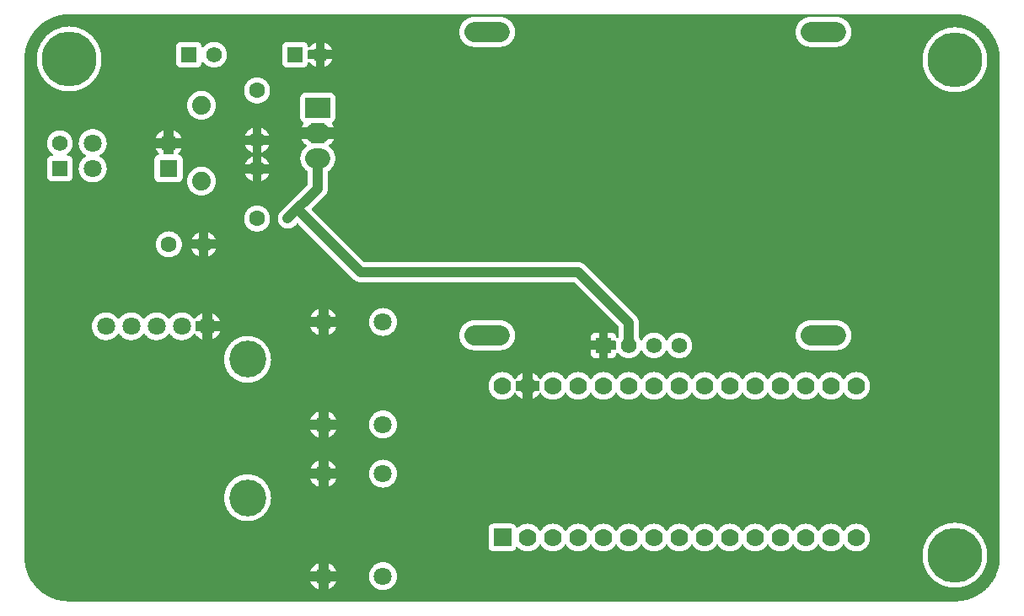
<source format=gbl>
G04 Layer: BottomLayer*
G04 EasyEDA v6.4.7, 2020-11-16T16:22:07+01:00*
G04 2d597777df414444a141df10d1f533aa,ed05136cbb5443d0bd3f5f3a1b1e84d4,10*
G04 Gerber Generator version 0.2*
G04 Scale: 100 percent, Rotated: No, Reflected: No *
G04 Dimensions in millimeters *
G04 leading zeros omitted , absolute positions ,3 integer and 3 decimal *
%FSLAX33Y33*%
%MOMM*%
G90*
D02*

%ADD12C,0.999998*%
%ADD13C,0.609600*%
%ADD14C,5.499989*%
%ADD15R,1.799996X1.799996*%
%ADD16C,1.799996*%
%ADD17C,1.879600*%
%ADD19C,1.599997*%
%ADD20R,1.574800X1.574800*%
%ADD21C,1.574800*%
%ADD22C,3.699993*%
%ADD24C,1.778000*%
%ADD25C,1.999996*%

%LPD*%
G36*
G01X93999Y59497D02*
G01X5000Y59497D01*
G01X4903Y59496D01*
G01X4806Y59493D01*
G01X4709Y59487D01*
G01X4613Y59480D01*
G01X4517Y59471D01*
G01X4421Y59460D01*
G01X4325Y59446D01*
G01X4229Y59431D01*
G01X4134Y59413D01*
G01X4039Y59393D01*
G01X3945Y59372D01*
G01X3851Y59348D01*
G01X3758Y59322D01*
G01X3665Y59294D01*
G01X3573Y59264D01*
G01X3481Y59233D01*
G01X3391Y59199D01*
G01X3301Y59164D01*
G01X3212Y59126D01*
G01X3123Y59087D01*
G01X3036Y59045D01*
G01X2949Y59002D01*
G01X2864Y58957D01*
G01X2779Y58910D01*
G01X2695Y58862D01*
G01X2613Y58811D01*
G01X2531Y58759D01*
G01X2451Y58705D01*
G01X2372Y58649D01*
G01X2294Y58592D01*
G01X2217Y58533D01*
G01X2142Y58472D01*
G01X2068Y58410D01*
G01X1995Y58346D01*
G01X1924Y58280D01*
G01X1854Y58214D01*
G01X1785Y58145D01*
G01X1719Y58075D01*
G01X1653Y58004D01*
G01X1589Y57931D01*
G01X1527Y57857D01*
G01X1466Y57782D01*
G01X1407Y57705D01*
G01X1350Y57627D01*
G01X1294Y57548D01*
G01X1240Y57468D01*
G01X1188Y57386D01*
G01X1137Y57304D01*
G01X1089Y57220D01*
G01X1042Y57135D01*
G01X997Y57050D01*
G01X954Y56963D01*
G01X912Y56876D01*
G01X873Y56787D01*
G01X835Y56698D01*
G01X800Y56608D01*
G01X766Y56518D01*
G01X735Y56426D01*
G01X705Y56334D01*
G01X677Y56241D01*
G01X651Y56148D01*
G01X627Y56054D01*
G01X606Y55960D01*
G01X586Y55865D01*
G01X568Y55770D01*
G01X553Y55674D01*
G01X540Y55578D01*
G01X528Y55482D01*
G01X519Y55386D01*
G01X512Y55290D01*
G01X506Y55193D01*
G01X503Y55096D01*
G01X502Y54999D01*
G01X502Y4999D01*
G01X503Y4903D01*
G01X506Y4806D01*
G01X512Y4709D01*
G01X519Y4613D01*
G01X528Y4517D01*
G01X540Y4420D01*
G01X553Y4325D01*
G01X568Y4229D01*
G01X586Y4134D01*
G01X606Y4039D01*
G01X627Y3945D01*
G01X651Y3851D01*
G01X677Y3758D01*
G01X705Y3665D01*
G01X735Y3573D01*
G01X766Y3481D01*
G01X800Y3391D01*
G01X835Y3301D01*
G01X873Y3212D01*
G01X912Y3123D01*
G01X954Y3036D01*
G01X997Y2949D01*
G01X1042Y2864D01*
G01X1089Y2779D01*
G01X1137Y2695D01*
G01X1188Y2613D01*
G01X1240Y2531D01*
G01X1294Y2451D01*
G01X1350Y2371D01*
G01X1407Y2294D01*
G01X1466Y2217D01*
G01X1527Y2142D01*
G01X1589Y2068D01*
G01X1653Y1995D01*
G01X1719Y1924D01*
G01X1785Y1854D01*
G01X1854Y1785D01*
G01X1924Y1718D01*
G01X1995Y1653D01*
G01X2068Y1589D01*
G01X2142Y1527D01*
G01X2217Y1466D01*
G01X2294Y1407D01*
G01X2372Y1350D01*
G01X2451Y1294D01*
G01X2531Y1240D01*
G01X2613Y1188D01*
G01X2695Y1138D01*
G01X2779Y1089D01*
G01X2864Y1042D01*
G01X2949Y997D01*
G01X3036Y954D01*
G01X3123Y912D01*
G01X3212Y873D01*
G01X3301Y835D01*
G01X3391Y800D01*
G01X3481Y766D01*
G01X3573Y734D01*
G01X3665Y705D01*
G01X3758Y677D01*
G01X3851Y651D01*
G01X3945Y628D01*
G01X4039Y606D01*
G01X4134Y586D01*
G01X4229Y569D01*
G01X4325Y553D01*
G01X4421Y540D01*
G01X4517Y528D01*
G01X4613Y519D01*
G01X4709Y512D01*
G01X4806Y506D01*
G01X4903Y503D01*
G01X5000Y502D01*
G01X93999Y502D01*
G01X94096Y503D01*
G01X94193Y506D01*
G01X94289Y512D01*
G01X94386Y519D01*
G01X94482Y528D01*
G01X94578Y540D01*
G01X94674Y553D01*
G01X94770Y569D01*
G01X94865Y586D01*
G01X94960Y606D01*
G01X95054Y628D01*
G01X95148Y651D01*
G01X95241Y677D01*
G01X95334Y705D01*
G01X95426Y734D01*
G01X95517Y766D01*
G01X95608Y800D01*
G01X95698Y835D01*
G01X95787Y873D01*
G01X95876Y912D01*
G01X95963Y954D01*
G01X96050Y997D01*
G01X96135Y1042D01*
G01X96220Y1089D01*
G01X96304Y1138D01*
G01X96386Y1188D01*
G01X96468Y1240D01*
G01X96548Y1294D01*
G01X96627Y1350D01*
G01X96705Y1407D01*
G01X96782Y1466D01*
G01X96857Y1527D01*
G01X96931Y1589D01*
G01X97004Y1653D01*
G01X97075Y1718D01*
G01X97145Y1785D01*
G01X97213Y1854D01*
G01X97280Y1924D01*
G01X97346Y1995D01*
G01X97410Y2068D01*
G01X97472Y2142D01*
G01X97533Y2217D01*
G01X97592Y2294D01*
G01X97649Y2371D01*
G01X97705Y2451D01*
G01X97759Y2531D01*
G01X97811Y2613D01*
G01X97862Y2695D01*
G01X97910Y2779D01*
G01X97957Y2864D01*
G01X98002Y2949D01*
G01X98046Y3036D01*
G01X98087Y3123D01*
G01X98126Y3212D01*
G01X98164Y3301D01*
G01X98199Y3391D01*
G01X98233Y3481D01*
G01X98264Y3573D01*
G01X98294Y3665D01*
G01X98322Y3758D01*
G01X98348Y3851D01*
G01X98372Y3945D01*
G01X98393Y4039D01*
G01X98413Y4134D01*
G01X98431Y4229D01*
G01X98446Y4325D01*
G01X98460Y4420D01*
G01X98471Y4517D01*
G01X98480Y4613D01*
G01X98487Y4709D01*
G01X98493Y4806D01*
G01X98496Y4903D01*
G01X98497Y4999D01*
G01X98497Y54999D01*
G01X98496Y55096D01*
G01X98493Y55193D01*
G01X98487Y55290D01*
G01X98480Y55386D01*
G01X98471Y55482D01*
G01X98460Y55578D01*
G01X98446Y55674D01*
G01X98431Y55770D01*
G01X98413Y55865D01*
G01X98393Y55960D01*
G01X98372Y56054D01*
G01X98348Y56148D01*
G01X98322Y56241D01*
G01X98294Y56334D01*
G01X98264Y56426D01*
G01X98233Y56518D01*
G01X98199Y56608D01*
G01X98164Y56698D01*
G01X98126Y56787D01*
G01X98087Y56876D01*
G01X98046Y56963D01*
G01X98002Y57050D01*
G01X97957Y57135D01*
G01X97910Y57220D01*
G01X97862Y57304D01*
G01X97811Y57386D01*
G01X97759Y57468D01*
G01X97705Y57548D01*
G01X97649Y57627D01*
G01X97592Y57705D01*
G01X97533Y57782D01*
G01X97472Y57857D01*
G01X97410Y57931D01*
G01X97346Y58004D01*
G01X97280Y58075D01*
G01X97213Y58145D01*
G01X97145Y58214D01*
G01X97075Y58280D01*
G01X97004Y58346D01*
G01X96931Y58410D01*
G01X96857Y58472D01*
G01X96782Y58533D01*
G01X96705Y58592D01*
G01X96627Y58649D01*
G01X96548Y58705D01*
G01X96468Y58759D01*
G01X96386Y58811D01*
G01X96304Y58862D01*
G01X96220Y58910D01*
G01X96135Y58957D01*
G01X96050Y59002D01*
G01X95963Y59045D01*
G01X95876Y59087D01*
G01X95787Y59126D01*
G01X95698Y59164D01*
G01X95608Y59199D01*
G01X95517Y59233D01*
G01X95426Y59264D01*
G01X95334Y59294D01*
G01X95241Y59322D01*
G01X95148Y59348D01*
G01X95054Y59372D01*
G01X94960Y59393D01*
G01X94865Y59413D01*
G01X94770Y59431D01*
G01X94674Y59446D01*
G01X94578Y59460D01*
G01X94482Y59471D01*
G01X94386Y59480D01*
G01X94289Y59487D01*
G01X94193Y59493D01*
G01X94096Y59496D01*
G01X93999Y59497D01*
G37*

%LPC*%
G36*
G01X36581Y4435D02*
G01X36527Y4436D01*
G01X36474Y4435D01*
G01X36420Y4432D01*
G01X36367Y4427D01*
G01X36313Y4420D01*
G01X36261Y4411D01*
G01X36208Y4399D01*
G01X36156Y4386D01*
G01X36104Y4371D01*
G01X36053Y4354D01*
G01X36003Y4334D01*
G01X35954Y4314D01*
G01X35905Y4291D01*
G01X35858Y4266D01*
G01X35811Y4239D01*
G01X35765Y4211D01*
G01X35721Y4181D01*
G01X35677Y4149D01*
G01X35635Y4116D01*
G01X35595Y4081D01*
G01X35555Y4044D01*
G01X35517Y4006D01*
G01X35480Y3967D01*
G01X35445Y3926D01*
G01X35412Y3884D01*
G01X35380Y3841D01*
G01X35350Y3796D01*
G01X35322Y3750D01*
G01X35295Y3703D01*
G01X35270Y3656D01*
G01X35248Y3607D01*
G01X35227Y3558D01*
G01X35207Y3508D01*
G01X35190Y3457D01*
G01X35175Y3405D01*
G01X35162Y3353D01*
G01X35151Y3301D01*
G01X35141Y3248D01*
G01X35134Y3194D01*
G01X35129Y3141D01*
G01X35126Y3087D01*
G01X35125Y3033D01*
G01X35126Y2980D01*
G01X35129Y2926D01*
G01X35134Y2873D01*
G01X35141Y2820D01*
G01X35151Y2767D01*
G01X35162Y2714D01*
G01X35175Y2662D01*
G01X35190Y2610D01*
G01X35207Y2559D01*
G01X35227Y2509D01*
G01X35248Y2460D01*
G01X35270Y2411D01*
G01X35295Y2364D01*
G01X35322Y2317D01*
G01X35350Y2271D01*
G01X35380Y2227D01*
G01X35412Y2184D01*
G01X35445Y2141D01*
G01X35480Y2101D01*
G01X35517Y2061D01*
G01X35555Y2023D01*
G01X35595Y1986D01*
G01X35635Y1951D01*
G01X35677Y1918D01*
G01X35721Y1886D01*
G01X35765Y1856D01*
G01X35811Y1828D01*
G01X35858Y1802D01*
G01X35905Y1777D01*
G01X35954Y1754D01*
G01X36003Y1733D01*
G01X36053Y1714D01*
G01X36104Y1696D01*
G01X36156Y1681D01*
G01X36208Y1668D01*
G01X36261Y1657D01*
G01X36313Y1648D01*
G01X36367Y1640D01*
G01X36420Y1635D01*
G01X36474Y1632D01*
G01X36527Y1631D01*
G01X36581Y1632D01*
G01X36635Y1635D01*
G01X36688Y1640D01*
G01X36742Y1648D01*
G01X36794Y1657D01*
G01X36847Y1668D01*
G01X36899Y1681D01*
G01X36951Y1696D01*
G01X37002Y1714D01*
G01X37052Y1733D01*
G01X37101Y1754D01*
G01X37150Y1777D01*
G01X37197Y1802D01*
G01X37244Y1828D01*
G01X37290Y1856D01*
G01X37334Y1886D01*
G01X37378Y1918D01*
G01X37420Y1951D01*
G01X37460Y1986D01*
G01X37500Y2023D01*
G01X37538Y2061D01*
G01X37575Y2101D01*
G01X37610Y2141D01*
G01X37643Y2184D01*
G01X37675Y2227D01*
G01X37705Y2271D01*
G01X37733Y2317D01*
G01X37760Y2364D01*
G01X37785Y2411D01*
G01X37807Y2460D01*
G01X37828Y2509D01*
G01X37848Y2559D01*
G01X37865Y2610D01*
G01X37880Y2662D01*
G01X37893Y2714D01*
G01X37904Y2767D01*
G01X37914Y2820D01*
G01X37921Y2873D01*
G01X37926Y2926D01*
G01X37929Y2980D01*
G01X37929Y3033D01*
G01X37929Y3087D01*
G01X37926Y3141D01*
G01X37921Y3194D01*
G01X37914Y3248D01*
G01X37904Y3301D01*
G01X37893Y3353D01*
G01X37880Y3405D01*
G01X37865Y3457D01*
G01X37848Y3508D01*
G01X37828Y3558D01*
G01X37807Y3607D01*
G01X37785Y3656D01*
G01X37760Y3703D01*
G01X37733Y3750D01*
G01X37705Y3796D01*
G01X37675Y3841D01*
G01X37643Y3884D01*
G01X37610Y3926D01*
G01X37575Y3967D01*
G01X37538Y4006D01*
G01X37500Y4044D01*
G01X37460Y4081D01*
G01X37420Y4116D01*
G01X37378Y4149D01*
G01X37334Y4181D01*
G01X37290Y4211D01*
G01X37244Y4239D01*
G01X37197Y4266D01*
G01X37150Y4291D01*
G01X37101Y4314D01*
G01X37052Y4334D01*
G01X37002Y4354D01*
G01X36951Y4371D01*
G01X36899Y4386D01*
G01X36847Y4399D01*
G01X36794Y4411D01*
G01X36742Y4420D01*
G01X36688Y4427D01*
G01X36635Y4432D01*
G01X36581Y4435D01*
G37*
G36*
G01X30014Y2520D02*
G01X29222Y2520D01*
G01X29266Y2420D01*
G01X29291Y2370D01*
G01X29318Y2323D01*
G01X29347Y2276D01*
G01X29378Y2231D01*
G01X29410Y2186D01*
G01X29444Y2143D01*
G01X29479Y2102D01*
G01X29516Y2061D01*
G01X29555Y2022D01*
G01X29596Y1985D01*
G01X29637Y1950D01*
G01X29680Y1916D01*
G01X29725Y1883D01*
G01X29770Y1853D01*
G01X29817Y1824D01*
G01X29865Y1797D01*
G01X29963Y1749D01*
G01X30014Y1728D01*
G01X30014Y2520D01*
G37*
G36*
G01X31833Y2520D02*
G01X31041Y2520D01*
G01X31041Y1728D01*
G01X31092Y1749D01*
G01X31190Y1797D01*
G01X31238Y1824D01*
G01X31285Y1853D01*
G01X31330Y1883D01*
G01X31375Y1916D01*
G01X31418Y1950D01*
G01X31459Y1985D01*
G01X31500Y2022D01*
G01X31539Y2061D01*
G01X31576Y2102D01*
G01X31611Y2143D01*
G01X31645Y2186D01*
G01X31677Y2231D01*
G01X31708Y2276D01*
G01X31737Y2323D01*
G01X31764Y2370D01*
G01X31789Y2420D01*
G01X31833Y2520D01*
G37*
G36*
G01X94062Y8387D02*
G01X93980Y8388D01*
G01X93897Y8387D01*
G01X93815Y8384D01*
G01X93733Y8379D01*
G01X93650Y8371D01*
G01X93569Y8362D01*
G01X93487Y8351D01*
G01X93405Y8337D01*
G01X93325Y8322D01*
G01X93244Y8304D01*
G01X93164Y8284D01*
G01X93085Y8263D01*
G01X93006Y8239D01*
G01X92927Y8213D01*
G01X92850Y8186D01*
G01X92773Y8156D01*
G01X92697Y8125D01*
G01X92622Y8091D01*
G01X92547Y8055D01*
G01X92474Y8018D01*
G01X92401Y7979D01*
G01X92330Y7939D01*
G01X92259Y7896D01*
G01X92190Y7851D01*
G01X92121Y7805D01*
G01X92054Y7757D01*
G01X91989Y7708D01*
G01X91924Y7656D01*
G01X91861Y7603D01*
G01X91799Y7549D01*
G01X91739Y7493D01*
G01X91680Y7435D01*
G01X91622Y7376D01*
G01X91566Y7316D01*
G01X91512Y7254D01*
G01X91459Y7191D01*
G01X91407Y7126D01*
G01X91358Y7061D01*
G01X91310Y6994D01*
G01X91264Y6925D01*
G01X91219Y6856D01*
G01X91176Y6785D01*
G01X91136Y6714D01*
G01X91097Y6641D01*
G01X91060Y6568D01*
G01X91024Y6493D01*
G01X90990Y6418D01*
G01X90959Y6342D01*
G01X90929Y6265D01*
G01X90902Y6188D01*
G01X90876Y6109D01*
G01X90852Y6030D01*
G01X90831Y5951D01*
G01X90811Y5871D01*
G01X90793Y5790D01*
G01X90778Y5710D01*
G01X90764Y5628D01*
G01X90753Y5546D01*
G01X90744Y5465D01*
G01X90736Y5382D01*
G01X90731Y5300D01*
G01X90728Y5218D01*
G01X90727Y5136D01*
G01X90728Y5053D01*
G01X90731Y4971D01*
G01X90736Y4889D01*
G01X90744Y4806D01*
G01X90753Y4725D01*
G01X90764Y4643D01*
G01X90778Y4561D01*
G01X90793Y4481D01*
G01X90811Y4400D01*
G01X90831Y4320D01*
G01X90852Y4241D01*
G01X90876Y4162D01*
G01X90902Y4083D01*
G01X90929Y4006D01*
G01X90959Y3929D01*
G01X90990Y3853D01*
G01X91024Y3778D01*
G01X91060Y3703D01*
G01X91097Y3630D01*
G01X91136Y3557D01*
G01X91176Y3486D01*
G01X91219Y3415D01*
G01X91264Y3346D01*
G01X91310Y3277D01*
G01X91358Y3210D01*
G01X91407Y3145D01*
G01X91459Y3080D01*
G01X91512Y3017D01*
G01X91566Y2955D01*
G01X91622Y2895D01*
G01X91680Y2836D01*
G01X91739Y2778D01*
G01X91799Y2722D01*
G01X91861Y2668D01*
G01X91924Y2615D01*
G01X91989Y2564D01*
G01X92054Y2514D01*
G01X92121Y2466D01*
G01X92190Y2420D01*
G01X92259Y2375D01*
G01X92330Y2332D01*
G01X92401Y2292D01*
G01X92474Y2253D01*
G01X92547Y2216D01*
G01X92622Y2180D01*
G01X92697Y2146D01*
G01X92773Y2115D01*
G01X92850Y2085D01*
G01X92927Y2058D01*
G01X93006Y2032D01*
G01X93085Y2008D01*
G01X93164Y1987D01*
G01X93244Y1967D01*
G01X93325Y1949D01*
G01X93405Y1934D01*
G01X93487Y1920D01*
G01X93569Y1909D01*
G01X93650Y1900D01*
G01X93733Y1892D01*
G01X93815Y1887D01*
G01X93897Y1884D01*
G01X93980Y1883D01*
G01X94062Y1884D01*
G01X94144Y1887D01*
G01X94226Y1892D01*
G01X94309Y1900D01*
G01X94390Y1909D01*
G01X94472Y1920D01*
G01X94554Y1934D01*
G01X94634Y1949D01*
G01X94715Y1967D01*
G01X94795Y1987D01*
G01X94874Y2008D01*
G01X94953Y2032D01*
G01X95032Y2058D01*
G01X95109Y2085D01*
G01X95186Y2115D01*
G01X95262Y2146D01*
G01X95337Y2180D01*
G01X95412Y2216D01*
G01X95485Y2253D01*
G01X95558Y2292D01*
G01X95629Y2332D01*
G01X95700Y2375D01*
G01X95769Y2420D01*
G01X95838Y2466D01*
G01X95905Y2514D01*
G01X95970Y2564D01*
G01X96035Y2615D01*
G01X96098Y2668D01*
G01X96160Y2722D01*
G01X96220Y2778D01*
G01X96279Y2836D01*
G01X96337Y2895D01*
G01X96393Y2955D01*
G01X96447Y3017D01*
G01X96500Y3080D01*
G01X96552Y3145D01*
G01X96601Y3210D01*
G01X96649Y3277D01*
G01X96695Y3346D01*
G01X96740Y3415D01*
G01X96783Y3486D01*
G01X96823Y3557D01*
G01X96862Y3630D01*
G01X96899Y3703D01*
G01X96935Y3778D01*
G01X96969Y3853D01*
G01X97000Y3929D01*
G01X97030Y4006D01*
G01X97057Y4083D01*
G01X97083Y4162D01*
G01X97107Y4241D01*
G01X97128Y4320D01*
G01X97148Y4400D01*
G01X97166Y4481D01*
G01X97181Y4561D01*
G01X97195Y4643D01*
G01X97206Y4725D01*
G01X97215Y4806D01*
G01X97223Y4889D01*
G01X97228Y4971D01*
G01X97231Y5053D01*
G01X97232Y5136D01*
G01X97231Y5218D01*
G01X97228Y5300D01*
G01X97223Y5382D01*
G01X97215Y5465D01*
G01X97206Y5546D01*
G01X97195Y5628D01*
G01X97181Y5710D01*
G01X97166Y5790D01*
G01X97148Y5871D01*
G01X97128Y5951D01*
G01X97107Y6030D01*
G01X97083Y6109D01*
G01X97057Y6188D01*
G01X97030Y6265D01*
G01X97000Y6342D01*
G01X96969Y6418D01*
G01X96935Y6493D01*
G01X96899Y6568D01*
G01X96862Y6641D01*
G01X96823Y6714D01*
G01X96783Y6785D01*
G01X96740Y6856D01*
G01X96695Y6925D01*
G01X96649Y6994D01*
G01X96601Y7061D01*
G01X96552Y7126D01*
G01X96500Y7191D01*
G01X96447Y7254D01*
G01X96393Y7316D01*
G01X96337Y7376D01*
G01X96279Y7435D01*
G01X96220Y7493D01*
G01X96160Y7549D01*
G01X96098Y7603D01*
G01X96035Y7656D01*
G01X95970Y7708D01*
G01X95905Y7757D01*
G01X95838Y7805D01*
G01X95769Y7851D01*
G01X95700Y7896D01*
G01X95629Y7939D01*
G01X95558Y7979D01*
G01X95485Y8018D01*
G01X95412Y8055D01*
G01X95337Y8091D01*
G01X95262Y8125D01*
G01X95186Y8156D01*
G01X95109Y8186D01*
G01X95032Y8213D01*
G01X94953Y8239D01*
G01X94874Y8263D01*
G01X94795Y8284D01*
G01X94715Y8304D01*
G01X94634Y8322D01*
G01X94554Y8337D01*
G01X94472Y8351D01*
G01X94390Y8362D01*
G01X94309Y8371D01*
G01X94226Y8379D01*
G01X94144Y8384D01*
G01X94062Y8387D01*
G37*
G36*
G01X31092Y4318D02*
G01X31041Y4338D01*
G01X31041Y3547D01*
G01X31833Y3547D01*
G01X31789Y3647D01*
G01X31764Y3696D01*
G01X31737Y3744D01*
G01X31708Y3791D01*
G01X31677Y3836D01*
G01X31645Y3881D01*
G01X31611Y3923D01*
G01X31576Y3965D01*
G01X31539Y4006D01*
G01X31500Y4044D01*
G01X31459Y4081D01*
G01X31418Y4117D01*
G01X31375Y4151D01*
G01X31330Y4184D01*
G01X31285Y4214D01*
G01X31238Y4242D01*
G01X31190Y4269D01*
G01X31141Y4294D01*
G01X31092Y4318D01*
G37*
G36*
G01X30014Y3547D02*
G01X30014Y4338D01*
G01X29963Y4318D01*
G01X29914Y4294D01*
G01X29865Y4269D01*
G01X29817Y4242D01*
G01X29770Y4214D01*
G01X29725Y4184D01*
G01X29680Y4151D01*
G01X29637Y4117D01*
G01X29596Y4081D01*
G01X29555Y4044D01*
G01X29516Y4006D01*
G01X29479Y3965D01*
G01X29444Y3923D01*
G01X29410Y3881D01*
G01X29378Y3836D01*
G01X29347Y3791D01*
G01X29318Y3744D01*
G01X29291Y3696D01*
G01X29266Y3647D01*
G01X29222Y3547D01*
G01X30014Y3547D01*
G37*
G36*
G01X49403Y8305D02*
G01X47625Y8305D01*
G01X47591Y8304D01*
G01X47559Y8301D01*
G01X47526Y8295D01*
G01X47494Y8288D01*
G01X47463Y8279D01*
G01X47432Y8267D01*
G01X47402Y8253D01*
G01X47373Y8238D01*
G01X47345Y8221D01*
G01X47319Y8201D01*
G01X47293Y8180D01*
G01X47269Y8158D01*
G01X47247Y8134D01*
G01X47226Y8108D01*
G01X47206Y8082D01*
G01X47189Y8054D01*
G01X47174Y8025D01*
G01X47160Y7995D01*
G01X47149Y7964D01*
G01X47139Y7933D01*
G01X47132Y7901D01*
G01X47126Y7868D01*
G01X47123Y7836D01*
G01X47122Y7803D01*
G01X47122Y6025D01*
G01X47123Y5991D01*
G01X47126Y5959D01*
G01X47132Y5926D01*
G01X47139Y5894D01*
G01X47149Y5863D01*
G01X47160Y5832D01*
G01X47174Y5802D01*
G01X47189Y5773D01*
G01X47206Y5745D01*
G01X47226Y5719D01*
G01X47247Y5693D01*
G01X47269Y5669D01*
G01X47293Y5647D01*
G01X47319Y5626D01*
G01X47345Y5606D01*
G01X47373Y5589D01*
G01X47402Y5574D01*
G01X47432Y5560D01*
G01X47463Y5549D01*
G01X47494Y5539D01*
G01X47526Y5532D01*
G01X47559Y5526D01*
G01X47591Y5523D01*
G01X47625Y5522D01*
G01X49403Y5522D01*
G01X49436Y5523D01*
G01X49468Y5526D01*
G01X49501Y5532D01*
G01X49533Y5539D01*
G01X49564Y5549D01*
G01X49595Y5560D01*
G01X49625Y5574D01*
G01X49654Y5590D01*
G01X49682Y5607D01*
G01X49709Y5626D01*
G01X49734Y5647D01*
G01X49758Y5669D01*
G01X49781Y5694D01*
G01X49802Y5719D01*
G01X49821Y5746D01*
G01X49838Y5774D01*
G01X49854Y5803D01*
G01X49867Y5833D01*
G01X49878Y5864D01*
G01X49888Y5895D01*
G01X49893Y5909D01*
G01X49900Y5922D01*
G01X49908Y5935D01*
G01X49919Y5945D01*
G01X49930Y5954D01*
G01X49944Y5961D01*
G01X49957Y5967D01*
G01X49971Y5970D01*
G01X49986Y5971D01*
G01X50002Y5970D01*
G01X50018Y5966D01*
G01X50033Y5959D01*
G01X50047Y5951D01*
G01X50059Y5940D01*
G01X50098Y5902D01*
G01X50140Y5864D01*
G01X50182Y5829D01*
G01X50226Y5795D01*
G01X50271Y5763D01*
G01X50317Y5732D01*
G01X50365Y5704D01*
G01X50414Y5678D01*
G01X50463Y5653D01*
G01X50514Y5631D01*
G01X50565Y5610D01*
G01X50618Y5592D01*
G01X50670Y5575D01*
G01X50724Y5562D01*
G01X50778Y5550D01*
G01X50833Y5539D01*
G01X50888Y5532D01*
G01X50943Y5526D01*
G01X50998Y5523D01*
G01X51054Y5522D01*
G01X51108Y5523D01*
G01X51162Y5526D01*
G01X51217Y5532D01*
G01X51270Y5539D01*
G01X51324Y5549D01*
G01X51377Y5560D01*
G01X51430Y5574D01*
G01X51482Y5590D01*
G01X51534Y5607D01*
G01X51584Y5627D01*
G01X51634Y5649D01*
G01X51683Y5672D01*
G01X51731Y5698D01*
G01X51778Y5725D01*
G01X51824Y5755D01*
G01X51869Y5786D01*
G01X51912Y5818D01*
G01X51954Y5853D01*
G01X51995Y5889D01*
G01X52034Y5926D01*
G01X52073Y5966D01*
G01X52109Y6006D01*
G01X52143Y6048D01*
G01X52176Y6092D01*
G01X52208Y6136D01*
G01X52237Y6181D01*
G01X52246Y6194D01*
G01X52256Y6204D01*
G01X52268Y6213D01*
G01X52281Y6221D01*
G01X52295Y6226D01*
G01X52309Y6229D01*
G01X52324Y6230D01*
G01X52338Y6229D01*
G01X52352Y6226D01*
G01X52366Y6221D01*
G01X52379Y6213D01*
G01X52391Y6204D01*
G01X52401Y6194D01*
G01X52410Y6181D01*
G01X52439Y6136D01*
G01X52471Y6092D01*
G01X52504Y6048D01*
G01X52538Y6006D01*
G01X52574Y5966D01*
G01X52613Y5926D01*
G01X52652Y5889D01*
G01X52693Y5853D01*
G01X52735Y5818D01*
G01X52778Y5786D01*
G01X52823Y5755D01*
G01X52869Y5725D01*
G01X52916Y5698D01*
G01X52964Y5672D01*
G01X53013Y5649D01*
G01X53063Y5627D01*
G01X53113Y5607D01*
G01X53165Y5590D01*
G01X53217Y5574D01*
G01X53270Y5560D01*
G01X53323Y5549D01*
G01X53377Y5539D01*
G01X53430Y5532D01*
G01X53485Y5526D01*
G01X53539Y5523D01*
G01X53594Y5522D01*
G01X53648Y5523D01*
G01X53702Y5526D01*
G01X53757Y5532D01*
G01X53810Y5539D01*
G01X53864Y5549D01*
G01X53917Y5560D01*
G01X53970Y5574D01*
G01X54022Y5590D01*
G01X54074Y5607D01*
G01X54124Y5627D01*
G01X54174Y5649D01*
G01X54223Y5672D01*
G01X54271Y5698D01*
G01X54318Y5725D01*
G01X54364Y5755D01*
G01X54409Y5786D01*
G01X54452Y5818D01*
G01X54494Y5853D01*
G01X54535Y5889D01*
G01X54574Y5926D01*
G01X54613Y5966D01*
G01X54649Y6006D01*
G01X54683Y6048D01*
G01X54716Y6092D01*
G01X54748Y6136D01*
G01X54777Y6181D01*
G01X54786Y6194D01*
G01X54796Y6204D01*
G01X54808Y6213D01*
G01X54821Y6221D01*
G01X54835Y6226D01*
G01X54849Y6229D01*
G01X54864Y6230D01*
G01X54878Y6229D01*
G01X54892Y6226D01*
G01X54906Y6221D01*
G01X54919Y6213D01*
G01X54931Y6204D01*
G01X54941Y6194D01*
G01X54950Y6181D01*
G01X54979Y6136D01*
G01X55011Y6092D01*
G01X55044Y6048D01*
G01X55078Y6006D01*
G01X55114Y5966D01*
G01X55153Y5926D01*
G01X55192Y5889D01*
G01X55233Y5853D01*
G01X55275Y5818D01*
G01X55318Y5786D01*
G01X55363Y5755D01*
G01X55409Y5725D01*
G01X55456Y5698D01*
G01X55504Y5672D01*
G01X55553Y5649D01*
G01X55603Y5627D01*
G01X55653Y5607D01*
G01X55705Y5590D01*
G01X55757Y5574D01*
G01X55810Y5560D01*
G01X55863Y5549D01*
G01X55917Y5539D01*
G01X55970Y5532D01*
G01X56025Y5526D01*
G01X56079Y5523D01*
G01X56134Y5522D01*
G01X56188Y5523D01*
G01X56242Y5526D01*
G01X56297Y5532D01*
G01X56350Y5539D01*
G01X56404Y5549D01*
G01X56457Y5560D01*
G01X56510Y5574D01*
G01X56562Y5590D01*
G01X56614Y5607D01*
G01X56664Y5627D01*
G01X56714Y5649D01*
G01X56763Y5672D01*
G01X56811Y5698D01*
G01X56858Y5725D01*
G01X56904Y5755D01*
G01X56949Y5786D01*
G01X56992Y5818D01*
G01X57034Y5853D01*
G01X57075Y5889D01*
G01X57114Y5926D01*
G01X57153Y5966D01*
G01X57189Y6006D01*
G01X57223Y6048D01*
G01X57256Y6092D01*
G01X57288Y6136D01*
G01X57317Y6181D01*
G01X57326Y6194D01*
G01X57336Y6204D01*
G01X57348Y6213D01*
G01X57361Y6221D01*
G01X57375Y6226D01*
G01X57389Y6229D01*
G01X57404Y6230D01*
G01X57418Y6229D01*
G01X57432Y6226D01*
G01X57446Y6221D01*
G01X57459Y6213D01*
G01X57471Y6204D01*
G01X57481Y6194D01*
G01X57490Y6181D01*
G01X57519Y6136D01*
G01X57551Y6092D01*
G01X57584Y6048D01*
G01X57618Y6006D01*
G01X57654Y5966D01*
G01X57693Y5926D01*
G01X57732Y5889D01*
G01X57773Y5853D01*
G01X57815Y5818D01*
G01X57858Y5786D01*
G01X57903Y5755D01*
G01X57949Y5725D01*
G01X57996Y5698D01*
G01X58044Y5672D01*
G01X58093Y5649D01*
G01X58143Y5627D01*
G01X58193Y5607D01*
G01X58245Y5590D01*
G01X58297Y5574D01*
G01X58350Y5560D01*
G01X58403Y5549D01*
G01X58457Y5539D01*
G01X58510Y5532D01*
G01X58565Y5526D01*
G01X58619Y5523D01*
G01X58674Y5522D01*
G01X58728Y5523D01*
G01X58782Y5526D01*
G01X58837Y5532D01*
G01X58890Y5539D01*
G01X58944Y5549D01*
G01X58997Y5560D01*
G01X59050Y5574D01*
G01X59102Y5590D01*
G01X59154Y5607D01*
G01X59204Y5627D01*
G01X59254Y5649D01*
G01X59303Y5672D01*
G01X59351Y5698D01*
G01X59398Y5725D01*
G01X59444Y5755D01*
G01X59489Y5786D01*
G01X59532Y5818D01*
G01X59574Y5853D01*
G01X59615Y5889D01*
G01X59654Y5926D01*
G01X59693Y5966D01*
G01X59729Y6006D01*
G01X59763Y6048D01*
G01X59796Y6092D01*
G01X59828Y6136D01*
G01X59857Y6181D01*
G01X59866Y6194D01*
G01X59876Y6204D01*
G01X59888Y6213D01*
G01X59901Y6221D01*
G01X59915Y6226D01*
G01X59929Y6229D01*
G01X59944Y6230D01*
G01X59958Y6229D01*
G01X59972Y6226D01*
G01X59986Y6221D01*
G01X59999Y6213D01*
G01X60011Y6204D01*
G01X60021Y6194D01*
G01X60030Y6181D01*
G01X60059Y6136D01*
G01X60091Y6092D01*
G01X60124Y6048D01*
G01X60158Y6006D01*
G01X60194Y5966D01*
G01X60233Y5926D01*
G01X60272Y5889D01*
G01X60313Y5853D01*
G01X60355Y5818D01*
G01X60398Y5786D01*
G01X60443Y5755D01*
G01X60489Y5725D01*
G01X60536Y5698D01*
G01X60584Y5672D01*
G01X60633Y5649D01*
G01X60683Y5627D01*
G01X60733Y5607D01*
G01X60785Y5590D01*
G01X60837Y5574D01*
G01X60890Y5560D01*
G01X60943Y5549D01*
G01X60997Y5539D01*
G01X61050Y5532D01*
G01X61105Y5526D01*
G01X61159Y5523D01*
G01X61214Y5522D01*
G01X61268Y5523D01*
G01X61322Y5526D01*
G01X61377Y5532D01*
G01X61430Y5539D01*
G01X61484Y5549D01*
G01X61537Y5560D01*
G01X61590Y5574D01*
G01X61642Y5590D01*
G01X61694Y5607D01*
G01X61744Y5627D01*
G01X61794Y5649D01*
G01X61843Y5672D01*
G01X61891Y5698D01*
G01X61938Y5725D01*
G01X61984Y5755D01*
G01X62029Y5786D01*
G01X62072Y5818D01*
G01X62114Y5853D01*
G01X62155Y5889D01*
G01X62194Y5926D01*
G01X62233Y5966D01*
G01X62269Y6006D01*
G01X62303Y6048D01*
G01X62336Y6092D01*
G01X62368Y6136D01*
G01X62397Y6181D01*
G01X62406Y6194D01*
G01X62416Y6204D01*
G01X62428Y6213D01*
G01X62441Y6221D01*
G01X62455Y6226D01*
G01X62469Y6229D01*
G01X62484Y6230D01*
G01X62498Y6229D01*
G01X62512Y6226D01*
G01X62526Y6221D01*
G01X62539Y6213D01*
G01X62551Y6204D01*
G01X62561Y6194D01*
G01X62570Y6181D01*
G01X62599Y6136D01*
G01X62631Y6092D01*
G01X62664Y6048D01*
G01X62698Y6006D01*
G01X62734Y5966D01*
G01X62773Y5926D01*
G01X62812Y5889D01*
G01X62853Y5853D01*
G01X62895Y5818D01*
G01X62938Y5786D01*
G01X62983Y5755D01*
G01X63029Y5725D01*
G01X63076Y5698D01*
G01X63124Y5672D01*
G01X63173Y5649D01*
G01X63223Y5627D01*
G01X63273Y5607D01*
G01X63325Y5590D01*
G01X63377Y5574D01*
G01X63430Y5560D01*
G01X63483Y5549D01*
G01X63537Y5539D01*
G01X63590Y5532D01*
G01X63645Y5526D01*
G01X63699Y5523D01*
G01X63754Y5522D01*
G01X63808Y5523D01*
G01X63862Y5526D01*
G01X63917Y5532D01*
G01X63970Y5539D01*
G01X64024Y5549D01*
G01X64077Y5560D01*
G01X64130Y5574D01*
G01X64182Y5590D01*
G01X64234Y5607D01*
G01X64284Y5627D01*
G01X64334Y5649D01*
G01X64383Y5672D01*
G01X64431Y5698D01*
G01X64478Y5725D01*
G01X64524Y5755D01*
G01X64569Y5786D01*
G01X64612Y5818D01*
G01X64654Y5853D01*
G01X64695Y5889D01*
G01X64734Y5926D01*
G01X64773Y5966D01*
G01X64809Y6006D01*
G01X64843Y6048D01*
G01X64876Y6092D01*
G01X64908Y6136D01*
G01X64937Y6181D01*
G01X64946Y6194D01*
G01X64956Y6204D01*
G01X64968Y6213D01*
G01X64981Y6221D01*
G01X64995Y6226D01*
G01X65009Y6229D01*
G01X65024Y6230D01*
G01X65038Y6229D01*
G01X65052Y6226D01*
G01X65066Y6221D01*
G01X65079Y6213D01*
G01X65091Y6204D01*
G01X65101Y6194D01*
G01X65110Y6181D01*
G01X65139Y6136D01*
G01X65171Y6092D01*
G01X65204Y6048D01*
G01X65238Y6006D01*
G01X65274Y5966D01*
G01X65313Y5926D01*
G01X65352Y5889D01*
G01X65393Y5853D01*
G01X65435Y5818D01*
G01X65478Y5786D01*
G01X65523Y5755D01*
G01X65569Y5725D01*
G01X65616Y5698D01*
G01X65664Y5672D01*
G01X65713Y5649D01*
G01X65763Y5627D01*
G01X65813Y5607D01*
G01X65865Y5590D01*
G01X65917Y5574D01*
G01X65970Y5560D01*
G01X66023Y5549D01*
G01X66077Y5539D01*
G01X66130Y5532D01*
G01X66185Y5526D01*
G01X66239Y5523D01*
G01X66294Y5522D01*
G01X66348Y5523D01*
G01X66402Y5526D01*
G01X66457Y5532D01*
G01X66510Y5539D01*
G01X66564Y5549D01*
G01X66617Y5560D01*
G01X66670Y5574D01*
G01X66722Y5590D01*
G01X66774Y5607D01*
G01X66824Y5627D01*
G01X66874Y5649D01*
G01X66923Y5672D01*
G01X66971Y5698D01*
G01X67018Y5725D01*
G01X67064Y5755D01*
G01X67109Y5786D01*
G01X67152Y5818D01*
G01X67194Y5853D01*
G01X67235Y5889D01*
G01X67274Y5926D01*
G01X67313Y5966D01*
G01X67349Y6006D01*
G01X67383Y6048D01*
G01X67416Y6092D01*
G01X67448Y6136D01*
G01X67477Y6181D01*
G01X67486Y6194D01*
G01X67496Y6204D01*
G01X67508Y6213D01*
G01X67521Y6221D01*
G01X67535Y6226D01*
G01X67549Y6229D01*
G01X67564Y6230D01*
G01X67578Y6229D01*
G01X67592Y6226D01*
G01X67606Y6221D01*
G01X67619Y6213D01*
G01X67631Y6204D01*
G01X67641Y6194D01*
G01X67650Y6181D01*
G01X67679Y6136D01*
G01X67711Y6092D01*
G01X67744Y6048D01*
G01X67778Y6006D01*
G01X67814Y5966D01*
G01X67853Y5926D01*
G01X67892Y5889D01*
G01X67933Y5853D01*
G01X67975Y5818D01*
G01X68018Y5786D01*
G01X68063Y5755D01*
G01X68109Y5725D01*
G01X68156Y5698D01*
G01X68204Y5672D01*
G01X68253Y5649D01*
G01X68303Y5627D01*
G01X68353Y5607D01*
G01X68405Y5590D01*
G01X68457Y5574D01*
G01X68510Y5560D01*
G01X68563Y5549D01*
G01X68617Y5539D01*
G01X68670Y5532D01*
G01X68725Y5526D01*
G01X68779Y5523D01*
G01X68834Y5522D01*
G01X68888Y5523D01*
G01X68942Y5526D01*
G01X68997Y5532D01*
G01X69050Y5539D01*
G01X69104Y5549D01*
G01X69157Y5560D01*
G01X69210Y5574D01*
G01X69262Y5590D01*
G01X69314Y5607D01*
G01X69364Y5627D01*
G01X69414Y5649D01*
G01X69463Y5672D01*
G01X69511Y5698D01*
G01X69558Y5725D01*
G01X69604Y5755D01*
G01X69649Y5786D01*
G01X69692Y5818D01*
G01X69734Y5853D01*
G01X69775Y5889D01*
G01X69814Y5926D01*
G01X69853Y5966D01*
G01X69889Y6006D01*
G01X69923Y6048D01*
G01X69956Y6092D01*
G01X69988Y6136D01*
G01X70017Y6181D01*
G01X70026Y6194D01*
G01X70036Y6204D01*
G01X70048Y6213D01*
G01X70061Y6221D01*
G01X70075Y6226D01*
G01X70089Y6229D01*
G01X70104Y6230D01*
G01X70118Y6229D01*
G01X70132Y6226D01*
G01X70146Y6221D01*
G01X70159Y6213D01*
G01X70171Y6204D01*
G01X70181Y6194D01*
G01X70190Y6181D01*
G01X70219Y6136D01*
G01X70251Y6092D01*
G01X70284Y6048D01*
G01X70318Y6006D01*
G01X70354Y5966D01*
G01X70393Y5926D01*
G01X70432Y5889D01*
G01X70473Y5853D01*
G01X70515Y5818D01*
G01X70558Y5786D01*
G01X70603Y5755D01*
G01X70649Y5725D01*
G01X70696Y5698D01*
G01X70744Y5672D01*
G01X70793Y5649D01*
G01X70843Y5627D01*
G01X70893Y5607D01*
G01X70945Y5590D01*
G01X70997Y5574D01*
G01X71050Y5560D01*
G01X71103Y5549D01*
G01X71157Y5539D01*
G01X71210Y5532D01*
G01X71265Y5526D01*
G01X71319Y5523D01*
G01X71374Y5522D01*
G01X71428Y5523D01*
G01X71482Y5526D01*
G01X71537Y5532D01*
G01X71590Y5539D01*
G01X71644Y5549D01*
G01X71697Y5560D01*
G01X71750Y5574D01*
G01X71802Y5590D01*
G01X71854Y5607D01*
G01X71904Y5627D01*
G01X71954Y5649D01*
G01X72003Y5672D01*
G01X72051Y5698D01*
G01X72098Y5725D01*
G01X72144Y5755D01*
G01X72189Y5786D01*
G01X72232Y5818D01*
G01X72274Y5853D01*
G01X72315Y5889D01*
G01X72354Y5926D01*
G01X72393Y5966D01*
G01X72429Y6006D01*
G01X72463Y6048D01*
G01X72496Y6092D01*
G01X72528Y6136D01*
G01X72557Y6181D01*
G01X72566Y6194D01*
G01X72576Y6204D01*
G01X72588Y6213D01*
G01X72601Y6221D01*
G01X72615Y6226D01*
G01X72629Y6229D01*
G01X72644Y6230D01*
G01X72658Y6229D01*
G01X72672Y6226D01*
G01X72686Y6221D01*
G01X72699Y6213D01*
G01X72711Y6204D01*
G01X72721Y6194D01*
G01X72730Y6181D01*
G01X72759Y6136D01*
G01X72791Y6092D01*
G01X72824Y6048D01*
G01X72858Y6006D01*
G01X72894Y5966D01*
G01X72933Y5926D01*
G01X72972Y5889D01*
G01X73013Y5853D01*
G01X73055Y5818D01*
G01X73098Y5786D01*
G01X73143Y5755D01*
G01X73189Y5725D01*
G01X73236Y5698D01*
G01X73284Y5672D01*
G01X73333Y5649D01*
G01X73383Y5627D01*
G01X73433Y5607D01*
G01X73485Y5590D01*
G01X73537Y5574D01*
G01X73590Y5560D01*
G01X73643Y5549D01*
G01X73697Y5539D01*
G01X73750Y5532D01*
G01X73805Y5526D01*
G01X73859Y5523D01*
G01X73914Y5522D01*
G01X73968Y5523D01*
G01X74022Y5526D01*
G01X74077Y5532D01*
G01X74130Y5539D01*
G01X74184Y5549D01*
G01X74237Y5560D01*
G01X74290Y5574D01*
G01X74342Y5590D01*
G01X74394Y5607D01*
G01X74444Y5627D01*
G01X74494Y5649D01*
G01X74543Y5672D01*
G01X74591Y5698D01*
G01X74638Y5725D01*
G01X74684Y5755D01*
G01X74729Y5786D01*
G01X74772Y5818D01*
G01X74814Y5853D01*
G01X74855Y5889D01*
G01X74894Y5926D01*
G01X74933Y5966D01*
G01X74969Y6006D01*
G01X75003Y6048D01*
G01X75036Y6092D01*
G01X75068Y6136D01*
G01X75097Y6181D01*
G01X75106Y6194D01*
G01X75116Y6204D01*
G01X75128Y6213D01*
G01X75141Y6221D01*
G01X75155Y6226D01*
G01X75169Y6229D01*
G01X75184Y6230D01*
G01X75198Y6229D01*
G01X75212Y6226D01*
G01X75226Y6221D01*
G01X75239Y6213D01*
G01X75251Y6204D01*
G01X75261Y6194D01*
G01X75270Y6181D01*
G01X75299Y6136D01*
G01X75331Y6092D01*
G01X75364Y6048D01*
G01X75398Y6006D01*
G01X75434Y5966D01*
G01X75473Y5926D01*
G01X75512Y5889D01*
G01X75553Y5853D01*
G01X75595Y5818D01*
G01X75638Y5786D01*
G01X75683Y5755D01*
G01X75729Y5725D01*
G01X75776Y5698D01*
G01X75824Y5672D01*
G01X75873Y5649D01*
G01X75923Y5627D01*
G01X75973Y5607D01*
G01X76025Y5590D01*
G01X76077Y5574D01*
G01X76130Y5560D01*
G01X76183Y5549D01*
G01X76237Y5539D01*
G01X76290Y5532D01*
G01X76345Y5526D01*
G01X76399Y5523D01*
G01X76454Y5522D01*
G01X76508Y5523D01*
G01X76562Y5526D01*
G01X76617Y5532D01*
G01X76670Y5539D01*
G01X76724Y5549D01*
G01X76777Y5560D01*
G01X76830Y5574D01*
G01X76882Y5590D01*
G01X76934Y5607D01*
G01X76984Y5627D01*
G01X77034Y5649D01*
G01X77083Y5672D01*
G01X77131Y5698D01*
G01X77178Y5725D01*
G01X77224Y5755D01*
G01X77269Y5786D01*
G01X77312Y5818D01*
G01X77354Y5853D01*
G01X77395Y5889D01*
G01X77434Y5926D01*
G01X77473Y5966D01*
G01X77509Y6006D01*
G01X77543Y6048D01*
G01X77576Y6092D01*
G01X77608Y6136D01*
G01X77637Y6181D01*
G01X77646Y6194D01*
G01X77656Y6204D01*
G01X77668Y6213D01*
G01X77681Y6221D01*
G01X77695Y6226D01*
G01X77709Y6229D01*
G01X77724Y6230D01*
G01X77738Y6229D01*
G01X77752Y6226D01*
G01X77766Y6221D01*
G01X77779Y6213D01*
G01X77791Y6204D01*
G01X77801Y6194D01*
G01X77810Y6181D01*
G01X77839Y6136D01*
G01X77871Y6092D01*
G01X77904Y6048D01*
G01X77938Y6006D01*
G01X77974Y5966D01*
G01X78013Y5926D01*
G01X78052Y5889D01*
G01X78093Y5853D01*
G01X78135Y5818D01*
G01X78178Y5786D01*
G01X78223Y5755D01*
G01X78269Y5725D01*
G01X78316Y5698D01*
G01X78364Y5672D01*
G01X78413Y5649D01*
G01X78463Y5627D01*
G01X78513Y5607D01*
G01X78565Y5590D01*
G01X78617Y5574D01*
G01X78670Y5560D01*
G01X78723Y5549D01*
G01X78777Y5539D01*
G01X78830Y5532D01*
G01X78885Y5526D01*
G01X78939Y5523D01*
G01X78994Y5522D01*
G01X79048Y5523D01*
G01X79102Y5526D01*
G01X79157Y5532D01*
G01X79210Y5539D01*
G01X79264Y5549D01*
G01X79317Y5560D01*
G01X79370Y5574D01*
G01X79422Y5590D01*
G01X79474Y5607D01*
G01X79524Y5627D01*
G01X79574Y5649D01*
G01X79623Y5672D01*
G01X79671Y5698D01*
G01X79718Y5725D01*
G01X79764Y5755D01*
G01X79809Y5786D01*
G01X79852Y5818D01*
G01X79894Y5853D01*
G01X79935Y5889D01*
G01X79974Y5926D01*
G01X80013Y5966D01*
G01X80049Y6006D01*
G01X80083Y6048D01*
G01X80116Y6092D01*
G01X80148Y6136D01*
G01X80177Y6181D01*
G01X80186Y6194D01*
G01X80196Y6204D01*
G01X80208Y6213D01*
G01X80221Y6221D01*
G01X80235Y6226D01*
G01X80249Y6229D01*
G01X80264Y6230D01*
G01X80278Y6229D01*
G01X80292Y6226D01*
G01X80306Y6221D01*
G01X80319Y6213D01*
G01X80331Y6204D01*
G01X80341Y6194D01*
G01X80350Y6181D01*
G01X80379Y6136D01*
G01X80411Y6092D01*
G01X80444Y6048D01*
G01X80478Y6006D01*
G01X80514Y5966D01*
G01X80553Y5926D01*
G01X80592Y5889D01*
G01X80633Y5853D01*
G01X80675Y5818D01*
G01X80718Y5786D01*
G01X80763Y5755D01*
G01X80809Y5725D01*
G01X80856Y5698D01*
G01X80904Y5672D01*
G01X80953Y5649D01*
G01X81003Y5627D01*
G01X81053Y5607D01*
G01X81105Y5590D01*
G01X81157Y5574D01*
G01X81210Y5560D01*
G01X81263Y5549D01*
G01X81317Y5539D01*
G01X81370Y5532D01*
G01X81425Y5526D01*
G01X81479Y5523D01*
G01X81534Y5522D01*
G01X81588Y5523D01*
G01X81642Y5526D01*
G01X81697Y5532D01*
G01X81750Y5539D01*
G01X81804Y5549D01*
G01X81857Y5560D01*
G01X81910Y5574D01*
G01X81962Y5590D01*
G01X82014Y5607D01*
G01X82064Y5627D01*
G01X82114Y5649D01*
G01X82163Y5672D01*
G01X82211Y5698D01*
G01X82258Y5725D01*
G01X82304Y5755D01*
G01X82349Y5786D01*
G01X82392Y5818D01*
G01X82434Y5853D01*
G01X82475Y5889D01*
G01X82514Y5926D01*
G01X82553Y5966D01*
G01X82589Y6006D01*
G01X82623Y6048D01*
G01X82656Y6092D01*
G01X82688Y6136D01*
G01X82717Y6181D01*
G01X82726Y6194D01*
G01X82736Y6204D01*
G01X82748Y6213D01*
G01X82761Y6221D01*
G01X82775Y6226D01*
G01X82789Y6229D01*
G01X82804Y6230D01*
G01X82818Y6229D01*
G01X82832Y6226D01*
G01X82846Y6221D01*
G01X82859Y6213D01*
G01X82871Y6204D01*
G01X82881Y6194D01*
G01X82890Y6181D01*
G01X82919Y6136D01*
G01X82951Y6092D01*
G01X82984Y6048D01*
G01X83018Y6006D01*
G01X83054Y5966D01*
G01X83093Y5926D01*
G01X83132Y5889D01*
G01X83173Y5853D01*
G01X83215Y5818D01*
G01X83258Y5786D01*
G01X83303Y5755D01*
G01X83349Y5725D01*
G01X83396Y5698D01*
G01X83444Y5672D01*
G01X83493Y5649D01*
G01X83543Y5627D01*
G01X83593Y5607D01*
G01X83645Y5590D01*
G01X83697Y5574D01*
G01X83750Y5560D01*
G01X83803Y5549D01*
G01X83857Y5539D01*
G01X83910Y5532D01*
G01X83965Y5526D01*
G01X84019Y5523D01*
G01X84074Y5522D01*
G01X84127Y5523D01*
G01X84180Y5526D01*
G01X84233Y5531D01*
G01X84286Y5538D01*
G01X84339Y5547D01*
G01X84390Y5559D01*
G01X84442Y5572D01*
G01X84493Y5587D01*
G01X84544Y5604D01*
G01X84594Y5623D01*
G01X84643Y5644D01*
G01X84691Y5666D01*
G01X84738Y5691D01*
G01X84785Y5717D01*
G01X84830Y5746D01*
G01X84874Y5775D01*
G01X84917Y5807D01*
G01X84959Y5840D01*
G01X84999Y5875D01*
G01X85038Y5911D01*
G01X85076Y5949D01*
G01X85112Y5988D01*
G01X85147Y6028D01*
G01X85180Y6070D01*
G01X85212Y6113D01*
G01X85241Y6157D01*
G01X85270Y6202D01*
G01X85296Y6249D01*
G01X85321Y6296D01*
G01X85344Y6344D01*
G01X85364Y6393D01*
G01X85383Y6443D01*
G01X85400Y6494D01*
G01X85415Y6545D01*
G01X85428Y6597D01*
G01X85440Y6648D01*
G01X85449Y6701D01*
G01X85456Y6754D01*
G01X85461Y6807D01*
G01X85464Y6860D01*
G01X85465Y6914D01*
G01X85464Y6967D01*
G01X85461Y7020D01*
G01X85456Y7073D01*
G01X85449Y7126D01*
G01X85440Y7179D01*
G01X85428Y7230D01*
G01X85415Y7282D01*
G01X85400Y7333D01*
G01X85383Y7384D01*
G01X85364Y7434D01*
G01X85344Y7483D01*
G01X85321Y7531D01*
G01X85296Y7578D01*
G01X85270Y7625D01*
G01X85241Y7670D01*
G01X85212Y7714D01*
G01X85180Y7757D01*
G01X85147Y7799D01*
G01X85112Y7839D01*
G01X85076Y7878D01*
G01X85038Y7916D01*
G01X84999Y7952D01*
G01X84959Y7987D01*
G01X84917Y8020D01*
G01X84874Y8052D01*
G01X84830Y8081D01*
G01X84785Y8110D01*
G01X84738Y8136D01*
G01X84691Y8161D01*
G01X84643Y8184D01*
G01X84594Y8204D01*
G01X84544Y8223D01*
G01X84493Y8240D01*
G01X84442Y8255D01*
G01X84390Y8268D01*
G01X84339Y8280D01*
G01X84286Y8289D01*
G01X84233Y8296D01*
G01X84180Y8301D01*
G01X84127Y8304D01*
G01X84074Y8305D01*
G01X84019Y8304D01*
G01X83965Y8301D01*
G01X83910Y8295D01*
G01X83857Y8288D01*
G01X83803Y8279D01*
G01X83750Y8267D01*
G01X83697Y8253D01*
G01X83645Y8237D01*
G01X83593Y8220D01*
G01X83543Y8200D01*
G01X83493Y8178D01*
G01X83444Y8155D01*
G01X83396Y8129D01*
G01X83349Y8102D01*
G01X83303Y8072D01*
G01X83258Y8041D01*
G01X83215Y8009D01*
G01X83173Y7974D01*
G01X83132Y7938D01*
G01X83093Y7901D01*
G01X83054Y7861D01*
G01X83018Y7821D01*
G01X82984Y7779D01*
G01X82951Y7735D01*
G01X82919Y7691D01*
G01X82890Y7646D01*
G01X82881Y7633D01*
G01X82871Y7623D01*
G01X82859Y7614D01*
G01X82846Y7606D01*
G01X82832Y7601D01*
G01X82818Y7598D01*
G01X82804Y7597D01*
G01X82789Y7598D01*
G01X82775Y7601D01*
G01X82761Y7606D01*
G01X82748Y7614D01*
G01X82736Y7623D01*
G01X82726Y7633D01*
G01X82717Y7646D01*
G01X82688Y7691D01*
G01X82656Y7735D01*
G01X82623Y7779D01*
G01X82589Y7821D01*
G01X82553Y7861D01*
G01X82514Y7901D01*
G01X82475Y7938D01*
G01X82434Y7974D01*
G01X82392Y8009D01*
G01X82349Y8041D01*
G01X82304Y8072D01*
G01X82258Y8102D01*
G01X82211Y8129D01*
G01X82163Y8155D01*
G01X82114Y8178D01*
G01X82064Y8200D01*
G01X82014Y8220D01*
G01X81962Y8237D01*
G01X81910Y8253D01*
G01X81857Y8267D01*
G01X81804Y8279D01*
G01X81750Y8288D01*
G01X81697Y8295D01*
G01X81642Y8301D01*
G01X81588Y8304D01*
G01X81534Y8305D01*
G01X81479Y8304D01*
G01X81425Y8301D01*
G01X81370Y8295D01*
G01X81317Y8288D01*
G01X81263Y8279D01*
G01X81210Y8267D01*
G01X81157Y8253D01*
G01X81105Y8237D01*
G01X81053Y8220D01*
G01X81003Y8200D01*
G01X80953Y8178D01*
G01X80904Y8155D01*
G01X80856Y8129D01*
G01X80809Y8102D01*
G01X80763Y8072D01*
G01X80718Y8041D01*
G01X80675Y8009D01*
G01X80633Y7974D01*
G01X80592Y7938D01*
G01X80553Y7901D01*
G01X80514Y7861D01*
G01X80478Y7821D01*
G01X80444Y7779D01*
G01X80411Y7735D01*
G01X80379Y7691D01*
G01X80350Y7646D01*
G01X80341Y7633D01*
G01X80331Y7623D01*
G01X80319Y7614D01*
G01X80306Y7606D01*
G01X80292Y7601D01*
G01X80278Y7598D01*
G01X80264Y7597D01*
G01X80249Y7598D01*
G01X80235Y7601D01*
G01X80221Y7606D01*
G01X80208Y7614D01*
G01X80196Y7623D01*
G01X80186Y7633D01*
G01X80177Y7646D01*
G01X80148Y7691D01*
G01X80116Y7735D01*
G01X80083Y7779D01*
G01X80049Y7821D01*
G01X80013Y7861D01*
G01X79974Y7901D01*
G01X79935Y7938D01*
G01X79894Y7974D01*
G01X79852Y8009D01*
G01X79809Y8041D01*
G01X79764Y8072D01*
G01X79718Y8102D01*
G01X79671Y8129D01*
G01X79623Y8155D01*
G01X79574Y8178D01*
G01X79524Y8200D01*
G01X79474Y8220D01*
G01X79422Y8237D01*
G01X79370Y8253D01*
G01X79317Y8267D01*
G01X79264Y8279D01*
G01X79210Y8288D01*
G01X79157Y8295D01*
G01X79102Y8301D01*
G01X79048Y8304D01*
G01X78994Y8305D01*
G01X78939Y8304D01*
G01X78885Y8301D01*
G01X78830Y8295D01*
G01X78777Y8288D01*
G01X78723Y8279D01*
G01X78670Y8267D01*
G01X78617Y8253D01*
G01X78565Y8237D01*
G01X78513Y8220D01*
G01X78463Y8200D01*
G01X78413Y8178D01*
G01X78364Y8155D01*
G01X78316Y8129D01*
G01X78269Y8102D01*
G01X78223Y8072D01*
G01X78178Y8041D01*
G01X78135Y8009D01*
G01X78093Y7974D01*
G01X78052Y7938D01*
G01X78013Y7901D01*
G01X77974Y7861D01*
G01X77938Y7821D01*
G01X77904Y7779D01*
G01X77871Y7735D01*
G01X77839Y7691D01*
G01X77810Y7646D01*
G01X77801Y7633D01*
G01X77791Y7623D01*
G01X77779Y7614D01*
G01X77766Y7606D01*
G01X77752Y7601D01*
G01X77738Y7598D01*
G01X77724Y7597D01*
G01X77709Y7598D01*
G01X77695Y7601D01*
G01X77681Y7606D01*
G01X77668Y7614D01*
G01X77656Y7623D01*
G01X77646Y7633D01*
G01X77637Y7646D01*
G01X77608Y7691D01*
G01X77576Y7735D01*
G01X77543Y7779D01*
G01X77509Y7821D01*
G01X77473Y7861D01*
G01X77434Y7901D01*
G01X77395Y7938D01*
G01X77354Y7974D01*
G01X77312Y8009D01*
G01X77269Y8041D01*
G01X77224Y8072D01*
G01X77178Y8102D01*
G01X77131Y8129D01*
G01X77083Y8155D01*
G01X77034Y8178D01*
G01X76984Y8200D01*
G01X76934Y8220D01*
G01X76882Y8237D01*
G01X76830Y8253D01*
G01X76777Y8267D01*
G01X76724Y8279D01*
G01X76670Y8288D01*
G01X76617Y8295D01*
G01X76562Y8301D01*
G01X76508Y8304D01*
G01X76454Y8305D01*
G01X76399Y8304D01*
G01X76345Y8301D01*
G01X76290Y8295D01*
G01X76237Y8288D01*
G01X76183Y8279D01*
G01X76130Y8267D01*
G01X76077Y8253D01*
G01X76025Y8237D01*
G01X75973Y8220D01*
G01X75923Y8200D01*
G01X75873Y8178D01*
G01X75824Y8155D01*
G01X75776Y8129D01*
G01X75729Y8102D01*
G01X75683Y8072D01*
G01X75638Y8041D01*
G01X75595Y8009D01*
G01X75553Y7974D01*
G01X75512Y7938D01*
G01X75473Y7901D01*
G01X75434Y7861D01*
G01X75398Y7821D01*
G01X75364Y7779D01*
G01X75331Y7735D01*
G01X75299Y7691D01*
G01X75270Y7646D01*
G01X75261Y7633D01*
G01X75251Y7623D01*
G01X75239Y7614D01*
G01X75226Y7606D01*
G01X75212Y7601D01*
G01X75198Y7598D01*
G01X75184Y7597D01*
G01X75169Y7598D01*
G01X75155Y7601D01*
G01X75141Y7606D01*
G01X75128Y7614D01*
G01X75116Y7623D01*
G01X75106Y7633D01*
G01X75097Y7646D01*
G01X75068Y7691D01*
G01X75036Y7735D01*
G01X75003Y7779D01*
G01X74969Y7821D01*
G01X74933Y7861D01*
G01X74894Y7901D01*
G01X74855Y7938D01*
G01X74814Y7974D01*
G01X74772Y8009D01*
G01X74729Y8041D01*
G01X74684Y8072D01*
G01X74638Y8102D01*
G01X74591Y8129D01*
G01X74543Y8155D01*
G01X74494Y8178D01*
G01X74444Y8200D01*
G01X74394Y8220D01*
G01X74342Y8237D01*
G01X74290Y8253D01*
G01X74237Y8267D01*
G01X74184Y8279D01*
G01X74130Y8288D01*
G01X74077Y8295D01*
G01X74022Y8301D01*
G01X73968Y8304D01*
G01X73914Y8305D01*
G01X73859Y8304D01*
G01X73805Y8301D01*
G01X73750Y8295D01*
G01X73697Y8288D01*
G01X73643Y8279D01*
G01X73590Y8267D01*
G01X73537Y8253D01*
G01X73485Y8237D01*
G01X73433Y8220D01*
G01X73383Y8200D01*
G01X73333Y8178D01*
G01X73284Y8155D01*
G01X73236Y8129D01*
G01X73189Y8102D01*
G01X73143Y8072D01*
G01X73098Y8041D01*
G01X73055Y8009D01*
G01X73013Y7974D01*
G01X72972Y7938D01*
G01X72933Y7901D01*
G01X72894Y7861D01*
G01X72858Y7821D01*
G01X72824Y7779D01*
G01X72791Y7735D01*
G01X72759Y7691D01*
G01X72730Y7646D01*
G01X72721Y7633D01*
G01X72711Y7623D01*
G01X72699Y7614D01*
G01X72686Y7606D01*
G01X72672Y7601D01*
G01X72658Y7598D01*
G01X72644Y7597D01*
G01X72629Y7598D01*
G01X72615Y7601D01*
G01X72601Y7606D01*
G01X72588Y7614D01*
G01X72576Y7623D01*
G01X72566Y7633D01*
G01X72557Y7646D01*
G01X72528Y7691D01*
G01X72496Y7735D01*
G01X72463Y7779D01*
G01X72429Y7821D01*
G01X72393Y7861D01*
G01X72354Y7901D01*
G01X72315Y7938D01*
G01X72274Y7974D01*
G01X72232Y8009D01*
G01X72189Y8041D01*
G01X72144Y8072D01*
G01X72098Y8102D01*
G01X72051Y8129D01*
G01X72003Y8155D01*
G01X71954Y8178D01*
G01X71904Y8200D01*
G01X71854Y8220D01*
G01X71802Y8237D01*
G01X71750Y8253D01*
G01X71697Y8267D01*
G01X71644Y8279D01*
G01X71590Y8288D01*
G01X71537Y8295D01*
G01X71482Y8301D01*
G01X71428Y8304D01*
G01X71374Y8305D01*
G01X71319Y8304D01*
G01X71265Y8301D01*
G01X71210Y8295D01*
G01X71157Y8288D01*
G01X71103Y8279D01*
G01X71050Y8267D01*
G01X70997Y8253D01*
G01X70945Y8237D01*
G01X70893Y8220D01*
G01X70843Y8200D01*
G01X70793Y8178D01*
G01X70744Y8155D01*
G01X70696Y8129D01*
G01X70649Y8102D01*
G01X70603Y8072D01*
G01X70558Y8041D01*
G01X70515Y8009D01*
G01X70473Y7974D01*
G01X70432Y7938D01*
G01X70393Y7901D01*
G01X70354Y7861D01*
G01X70318Y7821D01*
G01X70284Y7779D01*
G01X70251Y7735D01*
G01X70219Y7691D01*
G01X70190Y7646D01*
G01X70181Y7633D01*
G01X70171Y7623D01*
G01X70159Y7614D01*
G01X70146Y7606D01*
G01X70132Y7601D01*
G01X70118Y7598D01*
G01X70104Y7597D01*
G01X70089Y7598D01*
G01X70075Y7601D01*
G01X70061Y7606D01*
G01X70048Y7614D01*
G01X70036Y7623D01*
G01X70026Y7633D01*
G01X70017Y7646D01*
G01X69988Y7691D01*
G01X69956Y7735D01*
G01X69923Y7779D01*
G01X69889Y7821D01*
G01X69853Y7861D01*
G01X69814Y7901D01*
G01X69775Y7938D01*
G01X69734Y7974D01*
G01X69692Y8009D01*
G01X69649Y8041D01*
G01X69604Y8072D01*
G01X69558Y8102D01*
G01X69511Y8129D01*
G01X69463Y8155D01*
G01X69414Y8178D01*
G01X69364Y8200D01*
G01X69314Y8220D01*
G01X69262Y8237D01*
G01X69210Y8253D01*
G01X69157Y8267D01*
G01X69104Y8279D01*
G01X69050Y8288D01*
G01X68997Y8295D01*
G01X68942Y8301D01*
G01X68888Y8304D01*
G01X68834Y8305D01*
G01X68779Y8304D01*
G01X68725Y8301D01*
G01X68670Y8295D01*
G01X68617Y8288D01*
G01X68563Y8279D01*
G01X68510Y8267D01*
G01X68457Y8253D01*
G01X68405Y8237D01*
G01X68353Y8220D01*
G01X68303Y8200D01*
G01X68253Y8178D01*
G01X68204Y8155D01*
G01X68156Y8129D01*
G01X68109Y8102D01*
G01X68063Y8072D01*
G01X68018Y8041D01*
G01X67975Y8009D01*
G01X67933Y7974D01*
G01X67892Y7938D01*
G01X67853Y7901D01*
G01X67814Y7861D01*
G01X67778Y7821D01*
G01X67744Y7779D01*
G01X67711Y7735D01*
G01X67679Y7691D01*
G01X67650Y7646D01*
G01X67641Y7633D01*
G01X67631Y7623D01*
G01X67619Y7614D01*
G01X67606Y7606D01*
G01X67592Y7601D01*
G01X67578Y7598D01*
G01X67564Y7597D01*
G01X67549Y7598D01*
G01X67535Y7601D01*
G01X67521Y7606D01*
G01X67508Y7614D01*
G01X67496Y7623D01*
G01X67486Y7633D01*
G01X67477Y7646D01*
G01X67448Y7691D01*
G01X67416Y7735D01*
G01X67383Y7779D01*
G01X67349Y7821D01*
G01X67313Y7861D01*
G01X67274Y7901D01*
G01X67235Y7938D01*
G01X67194Y7974D01*
G01X67152Y8009D01*
G01X67109Y8041D01*
G01X67064Y8072D01*
G01X67018Y8102D01*
G01X66971Y8129D01*
G01X66923Y8155D01*
G01X66874Y8178D01*
G01X66824Y8200D01*
G01X66774Y8220D01*
G01X66722Y8237D01*
G01X66670Y8253D01*
G01X66617Y8267D01*
G01X66564Y8279D01*
G01X66510Y8288D01*
G01X66457Y8295D01*
G01X66402Y8301D01*
G01X66348Y8304D01*
G01X66294Y8305D01*
G01X66239Y8304D01*
G01X66185Y8301D01*
G01X66130Y8295D01*
G01X66077Y8288D01*
G01X66023Y8279D01*
G01X65970Y8267D01*
G01X65917Y8253D01*
G01X65865Y8237D01*
G01X65813Y8220D01*
G01X65763Y8200D01*
G01X65713Y8178D01*
G01X65664Y8155D01*
G01X65616Y8129D01*
G01X65569Y8102D01*
G01X65523Y8072D01*
G01X65478Y8041D01*
G01X65435Y8009D01*
G01X65393Y7974D01*
G01X65352Y7938D01*
G01X65313Y7901D01*
G01X65274Y7861D01*
G01X65238Y7821D01*
G01X65204Y7779D01*
G01X65171Y7735D01*
G01X65139Y7691D01*
G01X65110Y7646D01*
G01X65101Y7633D01*
G01X65091Y7623D01*
G01X65079Y7614D01*
G01X65066Y7606D01*
G01X65052Y7601D01*
G01X65038Y7598D01*
G01X65024Y7597D01*
G01X65009Y7598D01*
G01X64995Y7601D01*
G01X64981Y7606D01*
G01X64968Y7614D01*
G01X64956Y7623D01*
G01X64946Y7633D01*
G01X64937Y7646D01*
G01X64908Y7691D01*
G01X64876Y7735D01*
G01X64843Y7779D01*
G01X64809Y7821D01*
G01X64773Y7861D01*
G01X64734Y7901D01*
G01X64695Y7938D01*
G01X64654Y7974D01*
G01X64612Y8009D01*
G01X64569Y8041D01*
G01X64524Y8072D01*
G01X64478Y8102D01*
G01X64431Y8129D01*
G01X64383Y8155D01*
G01X64334Y8178D01*
G01X64284Y8200D01*
G01X64234Y8220D01*
G01X64182Y8237D01*
G01X64130Y8253D01*
G01X64077Y8267D01*
G01X64024Y8279D01*
G01X63970Y8288D01*
G01X63917Y8295D01*
G01X63862Y8301D01*
G01X63808Y8304D01*
G01X63754Y8305D01*
G01X63699Y8304D01*
G01X63645Y8301D01*
G01X63590Y8295D01*
G01X63537Y8288D01*
G01X63483Y8279D01*
G01X63430Y8267D01*
G01X63377Y8253D01*
G01X63325Y8237D01*
G01X63273Y8220D01*
G01X63223Y8200D01*
G01X63173Y8178D01*
G01X63124Y8155D01*
G01X63076Y8129D01*
G01X63029Y8102D01*
G01X62983Y8072D01*
G01X62938Y8041D01*
G01X62895Y8009D01*
G01X62853Y7974D01*
G01X62812Y7938D01*
G01X62773Y7901D01*
G01X62734Y7861D01*
G01X62698Y7821D01*
G01X62664Y7779D01*
G01X62631Y7735D01*
G01X62599Y7691D01*
G01X62570Y7646D01*
G01X62561Y7633D01*
G01X62551Y7623D01*
G01X62539Y7614D01*
G01X62526Y7606D01*
G01X62512Y7601D01*
G01X62498Y7598D01*
G01X62484Y7597D01*
G01X62469Y7598D01*
G01X62455Y7601D01*
G01X62441Y7606D01*
G01X62428Y7614D01*
G01X62416Y7623D01*
G01X62406Y7633D01*
G01X62397Y7646D01*
G01X62368Y7691D01*
G01X62336Y7735D01*
G01X62303Y7779D01*
G01X62269Y7821D01*
G01X62233Y7861D01*
G01X62194Y7901D01*
G01X62155Y7938D01*
G01X62114Y7974D01*
G01X62072Y8009D01*
G01X62029Y8041D01*
G01X61984Y8072D01*
G01X61938Y8102D01*
G01X61891Y8129D01*
G01X61843Y8155D01*
G01X61794Y8178D01*
G01X61744Y8200D01*
G01X61694Y8220D01*
G01X61642Y8237D01*
G01X61590Y8253D01*
G01X61537Y8267D01*
G01X61484Y8279D01*
G01X61430Y8288D01*
G01X61377Y8295D01*
G01X61322Y8301D01*
G01X61268Y8304D01*
G01X61214Y8305D01*
G01X61159Y8304D01*
G01X61105Y8301D01*
G01X61050Y8295D01*
G01X60997Y8288D01*
G01X60943Y8279D01*
G01X60890Y8267D01*
G01X60837Y8253D01*
G01X60785Y8237D01*
G01X60733Y8220D01*
G01X60683Y8200D01*
G01X60633Y8178D01*
G01X60584Y8155D01*
G01X60536Y8129D01*
G01X60489Y8102D01*
G01X60443Y8072D01*
G01X60398Y8041D01*
G01X60355Y8009D01*
G01X60313Y7974D01*
G01X60272Y7938D01*
G01X60233Y7901D01*
G01X60194Y7861D01*
G01X60158Y7821D01*
G01X60124Y7779D01*
G01X60091Y7735D01*
G01X60059Y7691D01*
G01X60030Y7646D01*
G01X60021Y7633D01*
G01X60011Y7623D01*
G01X59999Y7614D01*
G01X59986Y7606D01*
G01X59972Y7601D01*
G01X59958Y7598D01*
G01X59944Y7597D01*
G01X59929Y7598D01*
G01X59915Y7601D01*
G01X59901Y7606D01*
G01X59888Y7614D01*
G01X59876Y7623D01*
G01X59866Y7633D01*
G01X59857Y7646D01*
G01X59828Y7691D01*
G01X59796Y7735D01*
G01X59763Y7779D01*
G01X59729Y7821D01*
G01X59693Y7861D01*
G01X59654Y7901D01*
G01X59615Y7938D01*
G01X59574Y7974D01*
G01X59532Y8009D01*
G01X59489Y8041D01*
G01X59444Y8072D01*
G01X59398Y8102D01*
G01X59351Y8129D01*
G01X59303Y8155D01*
G01X59254Y8178D01*
G01X59204Y8200D01*
G01X59154Y8220D01*
G01X59102Y8237D01*
G01X59050Y8253D01*
G01X58997Y8267D01*
G01X58944Y8279D01*
G01X58890Y8288D01*
G01X58837Y8295D01*
G01X58782Y8301D01*
G01X58728Y8304D01*
G01X58674Y8305D01*
G01X58619Y8304D01*
G01X58565Y8301D01*
G01X58510Y8295D01*
G01X58457Y8288D01*
G01X58403Y8279D01*
G01X58350Y8267D01*
G01X58297Y8253D01*
G01X58245Y8237D01*
G01X58193Y8220D01*
G01X58143Y8200D01*
G01X58093Y8178D01*
G01X58044Y8155D01*
G01X57996Y8129D01*
G01X57949Y8102D01*
G01X57903Y8072D01*
G01X57858Y8041D01*
G01X57815Y8009D01*
G01X57773Y7974D01*
G01X57732Y7938D01*
G01X57693Y7901D01*
G01X57654Y7861D01*
G01X57618Y7821D01*
G01X57584Y7779D01*
G01X57551Y7735D01*
G01X57519Y7691D01*
G01X57490Y7646D01*
G01X57481Y7633D01*
G01X57471Y7623D01*
G01X57459Y7614D01*
G01X57446Y7606D01*
G01X57432Y7601D01*
G01X57418Y7598D01*
G01X57404Y7597D01*
G01X57389Y7598D01*
G01X57375Y7601D01*
G01X57361Y7606D01*
G01X57348Y7614D01*
G01X57336Y7623D01*
G01X57326Y7633D01*
G01X57317Y7646D01*
G01X57288Y7691D01*
G01X57256Y7735D01*
G01X57223Y7779D01*
G01X57189Y7821D01*
G01X57153Y7861D01*
G01X57114Y7901D01*
G01X57075Y7938D01*
G01X57034Y7974D01*
G01X56992Y8009D01*
G01X56949Y8041D01*
G01X56904Y8072D01*
G01X56858Y8102D01*
G01X56811Y8129D01*
G01X56763Y8155D01*
G01X56714Y8178D01*
G01X56664Y8200D01*
G01X56614Y8220D01*
G01X56562Y8237D01*
G01X56510Y8253D01*
G01X56457Y8267D01*
G01X56404Y8279D01*
G01X56350Y8288D01*
G01X56297Y8295D01*
G01X56242Y8301D01*
G01X56188Y8304D01*
G01X56134Y8305D01*
G01X56079Y8304D01*
G01X56025Y8301D01*
G01X55970Y8295D01*
G01X55917Y8288D01*
G01X55863Y8279D01*
G01X55810Y8267D01*
G01X55757Y8253D01*
G01X55705Y8237D01*
G01X55653Y8220D01*
G01X55603Y8200D01*
G01X55553Y8178D01*
G01X55504Y8155D01*
G01X55456Y8129D01*
G01X55409Y8102D01*
G01X55363Y8072D01*
G01X55318Y8041D01*
G01X55275Y8009D01*
G01X55233Y7974D01*
G01X55192Y7938D01*
G01X55153Y7901D01*
G01X55114Y7861D01*
G01X55078Y7821D01*
G01X55044Y7779D01*
G01X55011Y7735D01*
G01X54979Y7691D01*
G01X54950Y7646D01*
G01X54941Y7633D01*
G01X54931Y7623D01*
G01X54919Y7614D01*
G01X54906Y7606D01*
G01X54892Y7601D01*
G01X54878Y7598D01*
G01X54864Y7597D01*
G01X54849Y7598D01*
G01X54835Y7601D01*
G01X54821Y7606D01*
G01X54808Y7614D01*
G01X54796Y7623D01*
G01X54786Y7633D01*
G01X54777Y7646D01*
G01X54748Y7691D01*
G01X54716Y7735D01*
G01X54683Y7779D01*
G01X54649Y7821D01*
G01X54613Y7861D01*
G01X54574Y7901D01*
G01X54535Y7938D01*
G01X54494Y7974D01*
G01X54452Y8009D01*
G01X54409Y8041D01*
G01X54364Y8072D01*
G01X54318Y8102D01*
G01X54271Y8129D01*
G01X54223Y8155D01*
G01X54174Y8178D01*
G01X54124Y8200D01*
G01X54074Y8220D01*
G01X54022Y8237D01*
G01X53970Y8253D01*
G01X53917Y8267D01*
G01X53864Y8279D01*
G01X53810Y8288D01*
G01X53757Y8295D01*
G01X53702Y8301D01*
G01X53648Y8304D01*
G01X53594Y8305D01*
G01X53539Y8304D01*
G01X53485Y8301D01*
G01X53430Y8295D01*
G01X53377Y8288D01*
G01X53323Y8279D01*
G01X53270Y8267D01*
G01X53217Y8253D01*
G01X53165Y8237D01*
G01X53113Y8220D01*
G01X53063Y8200D01*
G01X53013Y8178D01*
G01X52964Y8155D01*
G01X52916Y8129D01*
G01X52869Y8102D01*
G01X52823Y8072D01*
G01X52778Y8041D01*
G01X52735Y8009D01*
G01X52693Y7974D01*
G01X52652Y7938D01*
G01X52613Y7901D01*
G01X52574Y7861D01*
G01X52538Y7821D01*
G01X52504Y7779D01*
G01X52471Y7735D01*
G01X52439Y7691D01*
G01X52410Y7646D01*
G01X52401Y7633D01*
G01X52391Y7623D01*
G01X52379Y7614D01*
G01X52366Y7606D01*
G01X52352Y7601D01*
G01X52338Y7598D01*
G01X52324Y7597D01*
G01X52309Y7598D01*
G01X52295Y7601D01*
G01X52281Y7606D01*
G01X52268Y7614D01*
G01X52256Y7623D01*
G01X52246Y7633D01*
G01X52237Y7646D01*
G01X52208Y7691D01*
G01X52176Y7735D01*
G01X52143Y7779D01*
G01X52109Y7821D01*
G01X52073Y7861D01*
G01X52034Y7901D01*
G01X51995Y7938D01*
G01X51954Y7974D01*
G01X51912Y8009D01*
G01X51869Y8041D01*
G01X51824Y8072D01*
G01X51778Y8102D01*
G01X51731Y8129D01*
G01X51683Y8155D01*
G01X51634Y8178D01*
G01X51584Y8200D01*
G01X51534Y8220D01*
G01X51482Y8237D01*
G01X51430Y8253D01*
G01X51377Y8267D01*
G01X51324Y8279D01*
G01X51270Y8288D01*
G01X51217Y8295D01*
G01X51162Y8301D01*
G01X51108Y8304D01*
G01X51054Y8305D01*
G01X50998Y8304D01*
G01X50943Y8301D01*
G01X50888Y8295D01*
G01X50833Y8288D01*
G01X50778Y8277D01*
G01X50724Y8265D01*
G01X50670Y8252D01*
G01X50618Y8235D01*
G01X50565Y8217D01*
G01X50514Y8196D01*
G01X50463Y8174D01*
G01X50414Y8149D01*
G01X50365Y8123D01*
G01X50317Y8095D01*
G01X50271Y8064D01*
G01X50226Y8032D01*
G01X50182Y7998D01*
G01X50140Y7963D01*
G01X50098Y7925D01*
G01X50059Y7887D01*
G01X50047Y7876D01*
G01X50033Y7868D01*
G01X50018Y7861D01*
G01X50002Y7857D01*
G01X49986Y7856D01*
G01X49971Y7857D01*
G01X49957Y7860D01*
G01X49944Y7866D01*
G01X49930Y7873D01*
G01X49919Y7882D01*
G01X49908Y7892D01*
G01X49900Y7905D01*
G01X49893Y7918D01*
G01X49888Y7932D01*
G01X49878Y7963D01*
G01X49867Y7994D01*
G01X49854Y8024D01*
G01X49838Y8053D01*
G01X49821Y8081D01*
G01X49802Y8108D01*
G01X49781Y8133D01*
G01X49758Y8158D01*
G01X49734Y8180D01*
G01X49709Y8201D01*
G01X49682Y8220D01*
G01X49654Y8237D01*
G01X49625Y8253D01*
G01X49595Y8267D01*
G01X49564Y8279D01*
G01X49533Y8288D01*
G01X49501Y8295D01*
G01X49468Y8301D01*
G01X49436Y8304D01*
G01X49403Y8305D01*
G37*
G36*
G01X22992Y13270D02*
G01X22922Y13271D01*
G01X22853Y13270D01*
G01X22783Y13267D01*
G01X22714Y13261D01*
G01X22644Y13254D01*
G01X22575Y13245D01*
G01X22506Y13234D01*
G01X22438Y13220D01*
G01X22370Y13205D01*
G01X22302Y13188D01*
G01X22235Y13169D01*
G01X22169Y13147D01*
G01X22103Y13124D01*
G01X22038Y13098D01*
G01X21974Y13071D01*
G01X21911Y13043D01*
G01X21848Y13012D01*
G01X21787Y12979D01*
G01X21726Y12944D01*
G01X21667Y12908D01*
G01X21608Y12870D01*
G01X21551Y12830D01*
G01X21495Y12789D01*
G01X21440Y12745D01*
G01X21387Y12701D01*
G01X21334Y12654D01*
G01X21284Y12607D01*
G01X21234Y12557D01*
G01X21187Y12507D01*
G01X21140Y12454D01*
G01X21096Y12401D01*
G01X21053Y12346D01*
G01X21011Y12290D01*
G01X20971Y12233D01*
G01X20933Y12174D01*
G01X20897Y12115D01*
G01X20862Y12054D01*
G01X20830Y11992D01*
G01X20799Y11930D01*
G01X20770Y11867D01*
G01X20742Y11802D01*
G01X20717Y11737D01*
G01X20694Y11672D01*
G01X20673Y11605D01*
G01X20653Y11538D01*
G01X20635Y11471D01*
G01X20620Y11403D01*
G01X20607Y11335D01*
G01X20596Y11266D01*
G01X20586Y11196D01*
G01X20579Y11127D01*
G01X20574Y11058D01*
G01X20571Y10988D01*
G01X20570Y10919D01*
G01X20571Y10849D01*
G01X20574Y10779D01*
G01X20579Y10710D01*
G01X20586Y10640D01*
G01X20596Y10571D01*
G01X20607Y10503D01*
G01X20620Y10434D01*
G01X20635Y10366D01*
G01X20653Y10298D01*
G01X20673Y10231D01*
G01X20694Y10165D01*
G01X20717Y10099D01*
G01X20742Y10034D01*
G01X20770Y9970D01*
G01X20799Y9907D01*
G01X20830Y9844D01*
G01X20862Y9783D01*
G01X20897Y9722D01*
G01X20933Y9663D01*
G01X20971Y9604D01*
G01X21011Y9547D01*
G01X21053Y9491D01*
G01X21096Y9436D01*
G01X21140Y9383D01*
G01X21187Y9331D01*
G01X21234Y9280D01*
G01X21284Y9230D01*
G01X21334Y9183D01*
G01X21387Y9137D01*
G01X21440Y9092D01*
G01X21495Y9049D01*
G01X21551Y9007D01*
G01X21608Y8967D01*
G01X21667Y8929D01*
G01X21726Y8893D01*
G01X21787Y8858D01*
G01X21848Y8826D01*
G01X21911Y8795D01*
G01X21974Y8766D01*
G01X22038Y8738D01*
G01X22103Y8713D01*
G01X22169Y8690D01*
G01X22235Y8669D01*
G01X22302Y8649D01*
G01X22370Y8632D01*
G01X22438Y8616D01*
G01X22506Y8603D01*
G01X22575Y8592D01*
G01X22644Y8582D01*
G01X22714Y8575D01*
G01X22783Y8570D01*
G01X22853Y8567D01*
G01X22922Y8566D01*
G01X22992Y8567D01*
G01X23062Y8570D01*
G01X23131Y8575D01*
G01X23201Y8582D01*
G01X23270Y8592D01*
G01X23339Y8603D01*
G01X23407Y8616D01*
G01X23475Y8632D01*
G01X23543Y8649D01*
G01X23609Y8669D01*
G01X23676Y8690D01*
G01X23741Y8713D01*
G01X23806Y8738D01*
G01X23871Y8766D01*
G01X23934Y8795D01*
G01X23997Y8826D01*
G01X24058Y8858D01*
G01X24119Y8893D01*
G01X24178Y8929D01*
G01X24237Y8967D01*
G01X24294Y9007D01*
G01X24350Y9049D01*
G01X24405Y9092D01*
G01X24458Y9137D01*
G01X24511Y9183D01*
G01X24561Y9230D01*
G01X24611Y9280D01*
G01X24658Y9331D01*
G01X24705Y9383D01*
G01X24749Y9436D01*
G01X24792Y9491D01*
G01X24834Y9547D01*
G01X24874Y9604D01*
G01X24912Y9663D01*
G01X24948Y9722D01*
G01X24982Y9783D01*
G01X25015Y9844D01*
G01X25046Y9907D01*
G01X25075Y9970D01*
G01X25102Y10034D01*
G01X25128Y10099D01*
G01X25151Y10165D01*
G01X25172Y10231D01*
G01X25192Y10298D01*
G01X25209Y10366D01*
G01X25225Y10434D01*
G01X25238Y10503D01*
G01X25249Y10571D01*
G01X25258Y10640D01*
G01X25266Y10710D01*
G01X25271Y10779D01*
G01X25274Y10849D01*
G01X25275Y10919D01*
G01X25274Y10988D01*
G01X25271Y11058D01*
G01X25266Y11127D01*
G01X25258Y11196D01*
G01X25249Y11266D01*
G01X25238Y11335D01*
G01X25225Y11403D01*
G01X25209Y11471D01*
G01X25192Y11538D01*
G01X25172Y11605D01*
G01X25151Y11672D01*
G01X25128Y11737D01*
G01X25102Y11802D01*
G01X25075Y11867D01*
G01X25046Y11930D01*
G01X25015Y11992D01*
G01X24982Y12054D01*
G01X24948Y12115D01*
G01X24912Y12174D01*
G01X24874Y12233D01*
G01X24834Y12290D01*
G01X24792Y12346D01*
G01X24749Y12401D01*
G01X24705Y12454D01*
G01X24658Y12507D01*
G01X24611Y12557D01*
G01X24561Y12607D01*
G01X24511Y12654D01*
G01X24458Y12701D01*
G01X24405Y12745D01*
G01X24350Y12789D01*
G01X24294Y12830D01*
G01X24237Y12870D01*
G01X24178Y12908D01*
G01X24119Y12944D01*
G01X24058Y12979D01*
G01X23997Y13012D01*
G01X23934Y13043D01*
G01X23871Y13071D01*
G01X23806Y13098D01*
G01X23741Y13124D01*
G01X23676Y13147D01*
G01X23609Y13169D01*
G01X23543Y13188D01*
G01X23475Y13205D01*
G01X23407Y13220D01*
G01X23339Y13234D01*
G01X23270Y13245D01*
G01X23201Y13254D01*
G01X23131Y13261D01*
G01X23062Y13267D01*
G01X22992Y13270D01*
G37*
G36*
G01X36581Y14735D02*
G01X36527Y14736D01*
G01X36474Y14735D01*
G01X36420Y14732D01*
G01X36367Y14727D01*
G01X36313Y14719D01*
G01X36261Y14710D01*
G01X36208Y14699D01*
G01X36156Y14686D01*
G01X36104Y14671D01*
G01X36053Y14653D01*
G01X36003Y14634D01*
G01X35954Y14613D01*
G01X35905Y14590D01*
G01X35858Y14566D01*
G01X35811Y14539D01*
G01X35765Y14511D01*
G01X35721Y14481D01*
G01X35677Y14449D01*
G01X35635Y14416D01*
G01X35595Y14381D01*
G01X35555Y14344D01*
G01X35517Y14306D01*
G01X35480Y14266D01*
G01X35445Y14226D01*
G01X35412Y14183D01*
G01X35380Y14140D01*
G01X35350Y14096D01*
G01X35322Y14050D01*
G01X35295Y14003D01*
G01X35270Y13956D01*
G01X35248Y13907D01*
G01X35227Y13858D01*
G01X35207Y13808D01*
G01X35190Y13757D01*
G01X35175Y13705D01*
G01X35162Y13653D01*
G01X35151Y13600D01*
G01X35141Y13547D01*
G01X35134Y13494D01*
G01X35129Y13441D01*
G01X35126Y13387D01*
G01X35125Y13333D01*
G01X35126Y13280D01*
G01X35129Y13226D01*
G01X35134Y13173D01*
G01X35141Y13119D01*
G01X35151Y13066D01*
G01X35162Y13014D01*
G01X35175Y12962D01*
G01X35190Y12910D01*
G01X35207Y12859D01*
G01X35227Y12809D01*
G01X35248Y12760D01*
G01X35270Y12711D01*
G01X35295Y12664D01*
G01X35322Y12617D01*
G01X35350Y12571D01*
G01X35380Y12526D01*
G01X35412Y12483D01*
G01X35445Y12441D01*
G01X35480Y12400D01*
G01X35517Y12361D01*
G01X35555Y12323D01*
G01X35595Y12286D01*
G01X35635Y12251D01*
G01X35677Y12218D01*
G01X35721Y12186D01*
G01X35765Y12156D01*
G01X35811Y12128D01*
G01X35858Y12101D01*
G01X35905Y12076D01*
G01X35954Y12053D01*
G01X36003Y12033D01*
G01X36053Y12013D01*
G01X36104Y11996D01*
G01X36156Y11981D01*
G01X36208Y11968D01*
G01X36261Y11956D01*
G01X36313Y11947D01*
G01X36367Y11940D01*
G01X36420Y11935D01*
G01X36474Y11932D01*
G01X36527Y11931D01*
G01X36581Y11932D01*
G01X36635Y11935D01*
G01X36688Y11940D01*
G01X36742Y11947D01*
G01X36794Y11956D01*
G01X36847Y11968D01*
G01X36899Y11981D01*
G01X36951Y11996D01*
G01X37002Y12013D01*
G01X37052Y12033D01*
G01X37101Y12053D01*
G01X37150Y12076D01*
G01X37197Y12101D01*
G01X37244Y12128D01*
G01X37290Y12156D01*
G01X37334Y12186D01*
G01X37378Y12218D01*
G01X37420Y12251D01*
G01X37460Y12286D01*
G01X37500Y12323D01*
G01X37538Y12361D01*
G01X37575Y12400D01*
G01X37610Y12441D01*
G01X37643Y12483D01*
G01X37675Y12526D01*
G01X37705Y12571D01*
G01X37733Y12617D01*
G01X37760Y12664D01*
G01X37785Y12711D01*
G01X37807Y12760D01*
G01X37828Y12809D01*
G01X37848Y12859D01*
G01X37865Y12910D01*
G01X37880Y12962D01*
G01X37893Y13014D01*
G01X37904Y13066D01*
G01X37914Y13119D01*
G01X37921Y13173D01*
G01X37926Y13226D01*
G01X37929Y13280D01*
G01X37929Y13333D01*
G01X37929Y13387D01*
G01X37926Y13441D01*
G01X37921Y13494D01*
G01X37914Y13547D01*
G01X37904Y13600D01*
G01X37893Y13653D01*
G01X37880Y13705D01*
G01X37865Y13757D01*
G01X37848Y13808D01*
G01X37828Y13858D01*
G01X37807Y13907D01*
G01X37785Y13956D01*
G01X37760Y14003D01*
G01X37733Y14050D01*
G01X37705Y14096D01*
G01X37675Y14140D01*
G01X37643Y14183D01*
G01X37610Y14226D01*
G01X37575Y14266D01*
G01X37538Y14306D01*
G01X37500Y14344D01*
G01X37460Y14381D01*
G01X37420Y14416D01*
G01X37378Y14449D01*
G01X37334Y14481D01*
G01X37290Y14511D01*
G01X37244Y14539D01*
G01X37197Y14566D01*
G01X37150Y14590D01*
G01X37101Y14613D01*
G01X37052Y14634D01*
G01X37002Y14653D01*
G01X36951Y14671D01*
G01X36899Y14686D01*
G01X36847Y14699D01*
G01X36794Y14710D01*
G01X36742Y14719D01*
G01X36688Y14727D01*
G01X36635Y14732D01*
G01X36581Y14735D01*
G37*
G36*
G01X30014Y12820D02*
G01X29222Y12820D01*
G01X29244Y12769D01*
G01X29266Y12719D01*
G01X29291Y12671D01*
G01X29318Y12623D01*
G01X29347Y12576D01*
G01X29378Y12530D01*
G01X29410Y12486D01*
G01X29444Y12443D01*
G01X29479Y12401D01*
G01X29516Y12361D01*
G01X29555Y12322D01*
G01X29596Y12285D01*
G01X29637Y12250D01*
G01X29680Y12216D01*
G01X29725Y12183D01*
G01X29770Y12153D01*
G01X29817Y12124D01*
G01X29865Y12097D01*
G01X29914Y12072D01*
G01X29963Y12049D01*
G01X30014Y12028D01*
G01X30014Y12820D01*
G37*
G36*
G01X31833Y12820D02*
G01X31041Y12820D01*
G01X31041Y12028D01*
G01X31092Y12049D01*
G01X31141Y12072D01*
G01X31190Y12097D01*
G01X31238Y12124D01*
G01X31285Y12153D01*
G01X31330Y12183D01*
G01X31375Y12216D01*
G01X31418Y12250D01*
G01X31459Y12285D01*
G01X31500Y12322D01*
G01X31539Y12361D01*
G01X31576Y12401D01*
G01X31611Y12443D01*
G01X31645Y12486D01*
G01X31677Y12530D01*
G01X31708Y12576D01*
G01X31737Y12623D01*
G01X31764Y12671D01*
G01X31789Y12719D01*
G01X31811Y12769D01*
G01X31833Y12820D01*
G37*
G36*
G01X30014Y13847D02*
G01X30014Y14639D01*
G01X29963Y14617D01*
G01X29914Y14594D01*
G01X29865Y14570D01*
G01X29817Y14543D01*
G01X29770Y14514D01*
G01X29725Y14483D01*
G01X29680Y14451D01*
G01X29637Y14417D01*
G01X29596Y14382D01*
G01X29555Y14345D01*
G01X29516Y14305D01*
G01X29479Y14265D01*
G01X29444Y14224D01*
G01X29410Y14180D01*
G01X29378Y14136D01*
G01X29347Y14091D01*
G01X29318Y14044D01*
G01X29291Y13996D01*
G01X29266Y13947D01*
G01X29222Y13847D01*
G01X30014Y13847D01*
G37*
G36*
G01X31092Y14617D02*
G01X31041Y14639D01*
G01X31041Y13847D01*
G01X31833Y13847D01*
G01X31789Y13947D01*
G01X31764Y13996D01*
G01X31737Y14044D01*
G01X31708Y14091D01*
G01X31677Y14136D01*
G01X31645Y14180D01*
G01X31611Y14224D01*
G01X31576Y14265D01*
G01X31539Y14305D01*
G01X31500Y14345D01*
G01X31459Y14382D01*
G01X31418Y14417D01*
G01X31375Y14451D01*
G01X31330Y14483D01*
G01X31285Y14514D01*
G01X31238Y14543D01*
G01X31190Y14570D01*
G01X31141Y14594D01*
G01X31092Y14617D01*
G37*
G36*
G01X36581Y19675D02*
G01X36527Y19676D01*
G01X36474Y19675D01*
G01X36420Y19672D01*
G01X36367Y19667D01*
G01X36313Y19660D01*
G01X36261Y19651D01*
G01X36208Y19639D01*
G01X36156Y19626D01*
G01X36104Y19611D01*
G01X36053Y19594D01*
G01X36003Y19574D01*
G01X35954Y19554D01*
G01X35905Y19531D01*
G01X35858Y19506D01*
G01X35811Y19479D01*
G01X35765Y19451D01*
G01X35721Y19421D01*
G01X35677Y19389D01*
G01X35635Y19356D01*
G01X35595Y19321D01*
G01X35555Y19284D01*
G01X35517Y19246D01*
G01X35480Y19207D01*
G01X35445Y19166D01*
G01X35412Y19124D01*
G01X35380Y19081D01*
G01X35350Y19036D01*
G01X35322Y18990D01*
G01X35295Y18943D01*
G01X35270Y18896D01*
G01X35248Y18847D01*
G01X35227Y18798D01*
G01X35207Y18748D01*
G01X35190Y18697D01*
G01X35175Y18645D01*
G01X35162Y18593D01*
G01X35151Y18541D01*
G01X35141Y18488D01*
G01X35134Y18434D01*
G01X35129Y18381D01*
G01X35126Y18327D01*
G01X35125Y18273D01*
G01X35126Y18220D01*
G01X35129Y18166D01*
G01X35134Y18113D01*
G01X35141Y18060D01*
G01X35151Y18007D01*
G01X35162Y17954D01*
G01X35175Y17902D01*
G01X35190Y17850D01*
G01X35207Y17799D01*
G01X35227Y17749D01*
G01X35248Y17700D01*
G01X35270Y17651D01*
G01X35295Y17604D01*
G01X35322Y17557D01*
G01X35350Y17511D01*
G01X35380Y17467D01*
G01X35412Y17424D01*
G01X35445Y17381D01*
G01X35480Y17341D01*
G01X35517Y17301D01*
G01X35555Y17263D01*
G01X35595Y17226D01*
G01X35635Y17191D01*
G01X35677Y17158D01*
G01X35721Y17126D01*
G01X35765Y17096D01*
G01X35811Y17068D01*
G01X35858Y17042D01*
G01X35905Y17017D01*
G01X35954Y16994D01*
G01X36003Y16973D01*
G01X36053Y16954D01*
G01X36104Y16936D01*
G01X36156Y16921D01*
G01X36208Y16908D01*
G01X36261Y16897D01*
G01X36313Y16888D01*
G01X36367Y16880D01*
G01X36420Y16875D01*
G01X36474Y16872D01*
G01X36527Y16871D01*
G01X36581Y16872D01*
G01X36635Y16875D01*
G01X36688Y16880D01*
G01X36742Y16888D01*
G01X36794Y16897D01*
G01X36847Y16908D01*
G01X36899Y16921D01*
G01X36951Y16936D01*
G01X37002Y16954D01*
G01X37052Y16973D01*
G01X37101Y16994D01*
G01X37150Y17017D01*
G01X37197Y17042D01*
G01X37244Y17068D01*
G01X37290Y17096D01*
G01X37334Y17126D01*
G01X37378Y17158D01*
G01X37420Y17191D01*
G01X37460Y17226D01*
G01X37500Y17263D01*
G01X37538Y17301D01*
G01X37575Y17341D01*
G01X37610Y17381D01*
G01X37643Y17424D01*
G01X37675Y17467D01*
G01X37705Y17511D01*
G01X37733Y17557D01*
G01X37760Y17604D01*
G01X37785Y17651D01*
G01X37807Y17700D01*
G01X37828Y17749D01*
G01X37848Y17799D01*
G01X37865Y17850D01*
G01X37880Y17902D01*
G01X37893Y17954D01*
G01X37904Y18007D01*
G01X37914Y18060D01*
G01X37921Y18113D01*
G01X37926Y18166D01*
G01X37929Y18220D01*
G01X37929Y18273D01*
G01X37929Y18327D01*
G01X37926Y18381D01*
G01X37921Y18434D01*
G01X37914Y18488D01*
G01X37904Y18541D01*
G01X37893Y18593D01*
G01X37880Y18645D01*
G01X37865Y18697D01*
G01X37848Y18748D01*
G01X37828Y18798D01*
G01X37807Y18847D01*
G01X37785Y18896D01*
G01X37760Y18943D01*
G01X37733Y18990D01*
G01X37705Y19036D01*
G01X37675Y19081D01*
G01X37643Y19124D01*
G01X37610Y19166D01*
G01X37575Y19207D01*
G01X37538Y19246D01*
G01X37500Y19284D01*
G01X37460Y19321D01*
G01X37420Y19356D01*
G01X37378Y19389D01*
G01X37334Y19421D01*
G01X37290Y19451D01*
G01X37244Y19479D01*
G01X37197Y19506D01*
G01X37150Y19531D01*
G01X37101Y19554D01*
G01X37052Y19574D01*
G01X37002Y19594D01*
G01X36951Y19611D01*
G01X36899Y19626D01*
G01X36847Y19639D01*
G01X36794Y19651D01*
G01X36742Y19660D01*
G01X36688Y19667D01*
G01X36635Y19672D01*
G01X36581Y19675D01*
G37*
G36*
G01X30014Y17760D02*
G01X29222Y17760D01*
G01X29266Y17660D01*
G01X29291Y17610D01*
G01X29318Y17563D01*
G01X29347Y17516D01*
G01X29378Y17471D01*
G01X29410Y17426D01*
G01X29444Y17383D01*
G01X29479Y17342D01*
G01X29516Y17301D01*
G01X29555Y17262D01*
G01X29596Y17225D01*
G01X29637Y17190D01*
G01X29680Y17156D01*
G01X29725Y17123D01*
G01X29770Y17093D01*
G01X29817Y17064D01*
G01X29865Y17037D01*
G01X29963Y16989D01*
G01X30014Y16968D01*
G01X30014Y17760D01*
G37*
G36*
G01X31833Y17760D02*
G01X31041Y17760D01*
G01X31041Y16968D01*
G01X31092Y16989D01*
G01X31190Y17037D01*
G01X31238Y17064D01*
G01X31285Y17093D01*
G01X31330Y17123D01*
G01X31375Y17156D01*
G01X31418Y17190D01*
G01X31459Y17225D01*
G01X31500Y17262D01*
G01X31539Y17301D01*
G01X31576Y17342D01*
G01X31611Y17383D01*
G01X31645Y17426D01*
G01X31677Y17471D01*
G01X31708Y17516D01*
G01X31737Y17563D01*
G01X31764Y17610D01*
G01X31789Y17660D01*
G01X31833Y17760D01*
G37*
G36*
G01X30014Y18787D02*
G01X30014Y19578D01*
G01X29963Y19558D01*
G01X29914Y19534D01*
G01X29865Y19509D01*
G01X29817Y19482D01*
G01X29770Y19454D01*
G01X29725Y19424D01*
G01X29680Y19391D01*
G01X29637Y19357D01*
G01X29596Y19321D01*
G01X29555Y19284D01*
G01X29516Y19246D01*
G01X29479Y19205D01*
G01X29444Y19163D01*
G01X29410Y19121D01*
G01X29378Y19076D01*
G01X29347Y19031D01*
G01X29318Y18984D01*
G01X29291Y18936D01*
G01X29266Y18887D01*
G01X29222Y18787D01*
G01X30014Y18787D01*
G37*
G36*
G01X31092Y19558D02*
G01X31041Y19578D01*
G01X31041Y18787D01*
G01X31833Y18787D01*
G01X31789Y18887D01*
G01X31764Y18936D01*
G01X31737Y18984D01*
G01X31708Y19031D01*
G01X31677Y19076D01*
G01X31645Y19121D01*
G01X31611Y19163D01*
G01X31576Y19205D01*
G01X31539Y19246D01*
G01X31500Y19284D01*
G01X31459Y19321D01*
G01X31418Y19357D01*
G01X31375Y19391D01*
G01X31330Y19424D01*
G01X31285Y19454D01*
G01X31238Y19482D01*
G01X31190Y19509D01*
G01X31141Y19534D01*
G01X31092Y19558D01*
G37*
G36*
G01X48568Y23544D02*
G01X48514Y23545D01*
G01X48460Y23544D01*
G01X48407Y23541D01*
G01X48354Y23536D01*
G01X48301Y23529D01*
G01X48248Y23520D01*
G01X48197Y23508D01*
G01X48145Y23495D01*
G01X48094Y23480D01*
G01X48043Y23463D01*
G01X47993Y23444D01*
G01X47944Y23424D01*
G01X47896Y23401D01*
G01X47849Y23376D01*
G01X47802Y23350D01*
G01X47757Y23321D01*
G01X47713Y23292D01*
G01X47670Y23260D01*
G01X47628Y23227D01*
G01X47588Y23192D01*
G01X47549Y23156D01*
G01X47511Y23118D01*
G01X47475Y23079D01*
G01X47440Y23039D01*
G01X47407Y22997D01*
G01X47375Y22954D01*
G01X47346Y22910D01*
G01X47317Y22865D01*
G01X47291Y22818D01*
G01X47266Y22771D01*
G01X47244Y22723D01*
G01X47223Y22674D01*
G01X47204Y22624D01*
G01X47187Y22573D01*
G01X47172Y22522D01*
G01X47159Y22470D01*
G01X47147Y22419D01*
G01X47138Y22366D01*
G01X47131Y22313D01*
G01X47126Y22260D01*
G01X47123Y22207D01*
G01X47122Y22154D01*
G01X47123Y22100D01*
G01X47126Y22047D01*
G01X47131Y21994D01*
G01X47138Y21941D01*
G01X47147Y21888D01*
G01X47159Y21837D01*
G01X47172Y21785D01*
G01X47187Y21734D01*
G01X47204Y21683D01*
G01X47223Y21633D01*
G01X47244Y21584D01*
G01X47266Y21536D01*
G01X47291Y21489D01*
G01X47317Y21442D01*
G01X47346Y21397D01*
G01X47375Y21353D01*
G01X47407Y21310D01*
G01X47440Y21268D01*
G01X47475Y21228D01*
G01X47511Y21189D01*
G01X47549Y21151D01*
G01X47588Y21115D01*
G01X47628Y21080D01*
G01X47670Y21047D01*
G01X47713Y21015D01*
G01X47757Y20986D01*
G01X47802Y20957D01*
G01X47849Y20931D01*
G01X47896Y20906D01*
G01X47944Y20884D01*
G01X47993Y20863D01*
G01X48043Y20844D01*
G01X48094Y20827D01*
G01X48145Y20812D01*
G01X48197Y20799D01*
G01X48248Y20787D01*
G01X48301Y20778D01*
G01X48354Y20771D01*
G01X48407Y20766D01*
G01X48460Y20763D01*
G01X48514Y20762D01*
G01X48568Y20763D01*
G01X48622Y20766D01*
G01X48677Y20772D01*
G01X48730Y20779D01*
G01X48784Y20789D01*
G01X48837Y20800D01*
G01X48890Y20814D01*
G01X48942Y20830D01*
G01X48994Y20847D01*
G01X49044Y20867D01*
G01X49094Y20889D01*
G01X49143Y20912D01*
G01X49191Y20938D01*
G01X49238Y20965D01*
G01X49284Y20995D01*
G01X49329Y21026D01*
G01X49372Y21058D01*
G01X49414Y21093D01*
G01X49455Y21129D01*
G01X49494Y21166D01*
G01X49533Y21206D01*
G01X49569Y21246D01*
G01X49603Y21288D01*
G01X49636Y21332D01*
G01X49668Y21376D01*
G01X49697Y21421D01*
G01X49706Y21434D01*
G01X49716Y21444D01*
G01X49728Y21453D01*
G01X49741Y21461D01*
G01X49755Y21466D01*
G01X49769Y21469D01*
G01X49784Y21470D01*
G01X49798Y21469D01*
G01X49812Y21466D01*
G01X49826Y21461D01*
G01X49839Y21453D01*
G01X49851Y21444D01*
G01X49861Y21434D01*
G01X49870Y21421D01*
G01X49900Y21375D01*
G01X49932Y21329D01*
G01X49966Y21285D01*
G01X50002Y21242D01*
G01X50040Y21200D01*
G01X50079Y21160D01*
G01X50120Y21122D01*
G01X50162Y21085D01*
G01X50206Y21050D01*
G01X50251Y21017D01*
G01X50297Y20986D01*
G01X50345Y20956D01*
G01X50393Y20929D01*
G01X50443Y20903D01*
G01X50494Y20879D01*
G01X50546Y20858D01*
G01X50546Y21646D01*
G01X49950Y21646D01*
G01X49936Y21647D01*
G01X49922Y21650D01*
G01X49908Y21655D01*
G01X49895Y21662D01*
G01X49884Y21670D01*
G01X49873Y21681D01*
G01X49865Y21692D01*
G01X49858Y21705D01*
G01X49853Y21719D01*
G01X49850Y21733D01*
G01X49849Y21747D01*
G01X49853Y21775D01*
G01X49866Y21828D01*
G01X49878Y21881D01*
G01X49888Y21935D01*
G01X49895Y21989D01*
G01X49901Y22044D01*
G01X49904Y22099D01*
G01X49905Y22154D01*
G01X49904Y22208D01*
G01X49901Y22263D01*
G01X49895Y22318D01*
G01X49888Y22372D01*
G01X49878Y22426D01*
G01X49866Y22479D01*
G01X49853Y22532D01*
G01X49849Y22560D01*
G01X49850Y22574D01*
G01X49853Y22588D01*
G01X49858Y22602D01*
G01X49865Y22615D01*
G01X49873Y22626D01*
G01X49884Y22637D01*
G01X49895Y22645D01*
G01X49908Y22652D01*
G01X49922Y22657D01*
G01X49936Y22660D01*
G01X49950Y22662D01*
G01X50546Y22662D01*
G01X50546Y23449D01*
G01X50494Y23428D01*
G01X50443Y23404D01*
G01X50393Y23378D01*
G01X50345Y23351D01*
G01X50297Y23321D01*
G01X50251Y23290D01*
G01X50206Y23257D01*
G01X50162Y23222D01*
G01X50120Y23185D01*
G01X50079Y23147D01*
G01X50040Y23107D01*
G01X50002Y23065D01*
G01X49966Y23022D01*
G01X49932Y22978D01*
G01X49900Y22932D01*
G01X49870Y22886D01*
G01X49861Y22873D01*
G01X49851Y22863D01*
G01X49839Y22854D01*
G01X49826Y22846D01*
G01X49812Y22841D01*
G01X49798Y22838D01*
G01X49784Y22837D01*
G01X49769Y22838D01*
G01X49755Y22841D01*
G01X49741Y22846D01*
G01X49728Y22854D01*
G01X49716Y22863D01*
G01X49706Y22873D01*
G01X49697Y22886D01*
G01X49668Y22931D01*
G01X49636Y22975D01*
G01X49603Y23019D01*
G01X49569Y23061D01*
G01X49533Y23101D01*
G01X49494Y23141D01*
G01X49455Y23178D01*
G01X49414Y23214D01*
G01X49372Y23249D01*
G01X49329Y23281D01*
G01X49284Y23312D01*
G01X49238Y23342D01*
G01X49191Y23369D01*
G01X49143Y23395D01*
G01X49094Y23418D01*
G01X49044Y23440D01*
G01X48994Y23460D01*
G01X48942Y23477D01*
G01X48890Y23493D01*
G01X48837Y23507D01*
G01X48784Y23519D01*
G01X48730Y23528D01*
G01X48677Y23535D01*
G01X48622Y23541D01*
G01X48568Y23544D01*
G37*
G36*
G01X53648Y23544D02*
G01X53594Y23545D01*
G01X53539Y23544D01*
G01X53485Y23541D01*
G01X53430Y23535D01*
G01X53377Y23528D01*
G01X53323Y23519D01*
G01X53270Y23507D01*
G01X53217Y23493D01*
G01X53165Y23477D01*
G01X53113Y23460D01*
G01X53063Y23440D01*
G01X53013Y23418D01*
G01X52964Y23395D01*
G01X52916Y23369D01*
G01X52869Y23342D01*
G01X52823Y23312D01*
G01X52778Y23281D01*
G01X52735Y23249D01*
G01X52693Y23214D01*
G01X52652Y23178D01*
G01X52613Y23141D01*
G01X52574Y23101D01*
G01X52538Y23061D01*
G01X52504Y23019D01*
G01X52471Y22975D01*
G01X52439Y22931D01*
G01X52410Y22886D01*
G01X52401Y22873D01*
G01X52391Y22863D01*
G01X52379Y22854D01*
G01X52366Y22846D01*
G01X52352Y22841D01*
G01X52338Y22838D01*
G01X52324Y22837D01*
G01X52309Y22838D01*
G01X52295Y22841D01*
G01X52281Y22846D01*
G01X52268Y22854D01*
G01X52256Y22863D01*
G01X52246Y22873D01*
G01X52237Y22886D01*
G01X52207Y22932D01*
G01X52175Y22978D01*
G01X52141Y23022D01*
G01X52105Y23065D01*
G01X52067Y23107D01*
G01X52028Y23147D01*
G01X51987Y23185D01*
G01X51945Y23222D01*
G01X51901Y23257D01*
G01X51856Y23290D01*
G01X51810Y23321D01*
G01X51762Y23351D01*
G01X51714Y23378D01*
G01X51664Y23404D01*
G01X51613Y23428D01*
G01X51562Y23449D01*
G01X51562Y22662D01*
G01X52157Y22662D01*
G01X52171Y22660D01*
G01X52185Y22657D01*
G01X52199Y22652D01*
G01X52212Y22645D01*
G01X52223Y22637D01*
G01X52234Y22626D01*
G01X52242Y22615D01*
G01X52249Y22602D01*
G01X52254Y22588D01*
G01X52257Y22574D01*
G01X52258Y22560D01*
G01X52254Y22532D01*
G01X52241Y22479D01*
G01X52229Y22426D01*
G01X52219Y22372D01*
G01X52212Y22318D01*
G01X52206Y22263D01*
G01X52203Y22208D01*
G01X52202Y22154D01*
G01X52203Y22099D01*
G01X52206Y22044D01*
G01X52212Y21989D01*
G01X52219Y21935D01*
G01X52229Y21881D01*
G01X52241Y21828D01*
G01X52254Y21775D01*
G01X52258Y21747D01*
G01X52257Y21733D01*
G01X52254Y21719D01*
G01X52249Y21705D01*
G01X52242Y21692D01*
G01X52234Y21681D01*
G01X52223Y21670D01*
G01X52212Y21662D01*
G01X52199Y21655D01*
G01X52185Y21650D01*
G01X52171Y21647D01*
G01X52157Y21646D01*
G01X51562Y21646D01*
G01X51562Y20858D01*
G01X51613Y20879D01*
G01X51664Y20903D01*
G01X51714Y20929D01*
G01X51762Y20956D01*
G01X51810Y20986D01*
G01X51856Y21017D01*
G01X51901Y21050D01*
G01X51945Y21085D01*
G01X51987Y21122D01*
G01X52028Y21160D01*
G01X52067Y21200D01*
G01X52105Y21242D01*
G01X52141Y21285D01*
G01X52175Y21329D01*
G01X52207Y21375D01*
G01X52237Y21421D01*
G01X52246Y21434D01*
G01X52256Y21444D01*
G01X52268Y21453D01*
G01X52281Y21461D01*
G01X52295Y21466D01*
G01X52309Y21469D01*
G01X52324Y21470D01*
G01X52338Y21469D01*
G01X52352Y21466D01*
G01X52366Y21461D01*
G01X52379Y21453D01*
G01X52391Y21444D01*
G01X52401Y21434D01*
G01X52410Y21421D01*
G01X52439Y21376D01*
G01X52471Y21332D01*
G01X52504Y21288D01*
G01X52538Y21246D01*
G01X52574Y21206D01*
G01X52613Y21166D01*
G01X52652Y21129D01*
G01X52693Y21093D01*
G01X52735Y21058D01*
G01X52778Y21026D01*
G01X52823Y20995D01*
G01X52869Y20965D01*
G01X52916Y20938D01*
G01X52964Y20912D01*
G01X53013Y20889D01*
G01X53063Y20867D01*
G01X53113Y20847D01*
G01X53165Y20830D01*
G01X53217Y20814D01*
G01X53270Y20800D01*
G01X53323Y20789D01*
G01X53377Y20779D01*
G01X53430Y20772D01*
G01X53485Y20766D01*
G01X53539Y20763D01*
G01X53594Y20762D01*
G01X53648Y20763D01*
G01X53702Y20766D01*
G01X53757Y20772D01*
G01X53810Y20779D01*
G01X53864Y20789D01*
G01X53917Y20800D01*
G01X53970Y20814D01*
G01X54022Y20830D01*
G01X54074Y20847D01*
G01X54124Y20867D01*
G01X54174Y20889D01*
G01X54223Y20912D01*
G01X54271Y20938D01*
G01X54318Y20965D01*
G01X54364Y20995D01*
G01X54409Y21026D01*
G01X54452Y21058D01*
G01X54494Y21093D01*
G01X54535Y21129D01*
G01X54574Y21166D01*
G01X54613Y21206D01*
G01X54649Y21246D01*
G01X54683Y21288D01*
G01X54716Y21332D01*
G01X54748Y21376D01*
G01X54777Y21421D01*
G01X54786Y21434D01*
G01X54796Y21444D01*
G01X54808Y21453D01*
G01X54821Y21461D01*
G01X54835Y21466D01*
G01X54849Y21469D01*
G01X54864Y21470D01*
G01X54878Y21469D01*
G01X54892Y21466D01*
G01X54906Y21461D01*
G01X54919Y21453D01*
G01X54931Y21444D01*
G01X54941Y21434D01*
G01X54950Y21421D01*
G01X54979Y21376D01*
G01X55011Y21332D01*
G01X55044Y21288D01*
G01X55078Y21246D01*
G01X55114Y21206D01*
G01X55153Y21166D01*
G01X55192Y21129D01*
G01X55233Y21093D01*
G01X55275Y21058D01*
G01X55318Y21026D01*
G01X55363Y20995D01*
G01X55409Y20965D01*
G01X55456Y20938D01*
G01X55504Y20912D01*
G01X55553Y20889D01*
G01X55603Y20867D01*
G01X55653Y20847D01*
G01X55705Y20830D01*
G01X55757Y20814D01*
G01X55810Y20800D01*
G01X55863Y20789D01*
G01X55917Y20779D01*
G01X55970Y20772D01*
G01X56025Y20766D01*
G01X56079Y20763D01*
G01X56134Y20762D01*
G01X56188Y20763D01*
G01X56242Y20766D01*
G01X56297Y20772D01*
G01X56350Y20779D01*
G01X56404Y20789D01*
G01X56457Y20800D01*
G01X56510Y20814D01*
G01X56562Y20830D01*
G01X56614Y20847D01*
G01X56664Y20867D01*
G01X56714Y20889D01*
G01X56763Y20912D01*
G01X56811Y20938D01*
G01X56858Y20965D01*
G01X56904Y20995D01*
G01X56949Y21026D01*
G01X56992Y21058D01*
G01X57034Y21093D01*
G01X57075Y21129D01*
G01X57114Y21166D01*
G01X57153Y21206D01*
G01X57189Y21246D01*
G01X57223Y21288D01*
G01X57256Y21332D01*
G01X57288Y21376D01*
G01X57317Y21421D01*
G01X57326Y21434D01*
G01X57336Y21444D01*
G01X57348Y21453D01*
G01X57361Y21461D01*
G01X57375Y21466D01*
G01X57389Y21469D01*
G01X57404Y21470D01*
G01X57418Y21469D01*
G01X57432Y21466D01*
G01X57446Y21461D01*
G01X57459Y21453D01*
G01X57471Y21444D01*
G01X57481Y21434D01*
G01X57490Y21421D01*
G01X57519Y21376D01*
G01X57551Y21332D01*
G01X57584Y21288D01*
G01X57618Y21246D01*
G01X57654Y21206D01*
G01X57693Y21166D01*
G01X57732Y21129D01*
G01X57773Y21093D01*
G01X57815Y21058D01*
G01X57858Y21026D01*
G01X57903Y20995D01*
G01X57949Y20965D01*
G01X57996Y20938D01*
G01X58044Y20912D01*
G01X58093Y20889D01*
G01X58143Y20867D01*
G01X58193Y20847D01*
G01X58245Y20830D01*
G01X58297Y20814D01*
G01X58350Y20800D01*
G01X58403Y20789D01*
G01X58457Y20779D01*
G01X58510Y20772D01*
G01X58565Y20766D01*
G01X58619Y20763D01*
G01X58674Y20762D01*
G01X58728Y20763D01*
G01X58782Y20766D01*
G01X58837Y20772D01*
G01X58890Y20779D01*
G01X58944Y20789D01*
G01X58997Y20800D01*
G01X59050Y20814D01*
G01X59102Y20830D01*
G01X59154Y20847D01*
G01X59204Y20867D01*
G01X59254Y20889D01*
G01X59303Y20912D01*
G01X59351Y20938D01*
G01X59398Y20965D01*
G01X59444Y20995D01*
G01X59489Y21026D01*
G01X59532Y21058D01*
G01X59574Y21093D01*
G01X59615Y21129D01*
G01X59654Y21166D01*
G01X59693Y21206D01*
G01X59729Y21246D01*
G01X59763Y21288D01*
G01X59796Y21332D01*
G01X59828Y21376D01*
G01X59857Y21421D01*
G01X59866Y21434D01*
G01X59876Y21444D01*
G01X59888Y21453D01*
G01X59901Y21461D01*
G01X59915Y21466D01*
G01X59929Y21469D01*
G01X59944Y21470D01*
G01X59958Y21469D01*
G01X59972Y21466D01*
G01X59986Y21461D01*
G01X59999Y21453D01*
G01X60011Y21444D01*
G01X60021Y21434D01*
G01X60030Y21421D01*
G01X60059Y21376D01*
G01X60091Y21332D01*
G01X60124Y21288D01*
G01X60158Y21246D01*
G01X60194Y21206D01*
G01X60233Y21166D01*
G01X60272Y21129D01*
G01X60313Y21093D01*
G01X60355Y21058D01*
G01X60398Y21026D01*
G01X60443Y20995D01*
G01X60489Y20965D01*
G01X60536Y20938D01*
G01X60584Y20912D01*
G01X60633Y20889D01*
G01X60683Y20867D01*
G01X60733Y20847D01*
G01X60785Y20830D01*
G01X60837Y20814D01*
G01X60890Y20800D01*
G01X60943Y20789D01*
G01X60997Y20779D01*
G01X61050Y20772D01*
G01X61105Y20766D01*
G01X61159Y20763D01*
G01X61214Y20762D01*
G01X61268Y20763D01*
G01X61322Y20766D01*
G01X61377Y20772D01*
G01X61430Y20779D01*
G01X61484Y20789D01*
G01X61537Y20800D01*
G01X61590Y20814D01*
G01X61642Y20830D01*
G01X61694Y20847D01*
G01X61744Y20867D01*
G01X61794Y20889D01*
G01X61843Y20912D01*
G01X61891Y20938D01*
G01X61938Y20965D01*
G01X61984Y20995D01*
G01X62029Y21026D01*
G01X62072Y21058D01*
G01X62114Y21093D01*
G01X62155Y21129D01*
G01X62194Y21166D01*
G01X62233Y21206D01*
G01X62269Y21246D01*
G01X62303Y21288D01*
G01X62336Y21332D01*
G01X62368Y21376D01*
G01X62397Y21421D01*
G01X62406Y21434D01*
G01X62416Y21444D01*
G01X62428Y21453D01*
G01X62441Y21461D01*
G01X62455Y21466D01*
G01X62469Y21469D01*
G01X62484Y21470D01*
G01X62498Y21469D01*
G01X62512Y21466D01*
G01X62526Y21461D01*
G01X62539Y21453D01*
G01X62551Y21444D01*
G01X62561Y21434D01*
G01X62570Y21421D01*
G01X62599Y21376D01*
G01X62631Y21332D01*
G01X62664Y21288D01*
G01X62698Y21246D01*
G01X62734Y21206D01*
G01X62773Y21166D01*
G01X62812Y21129D01*
G01X62853Y21093D01*
G01X62895Y21058D01*
G01X62938Y21026D01*
G01X62983Y20995D01*
G01X63029Y20965D01*
G01X63076Y20938D01*
G01X63124Y20912D01*
G01X63173Y20889D01*
G01X63223Y20867D01*
G01X63273Y20847D01*
G01X63325Y20830D01*
G01X63377Y20814D01*
G01X63430Y20800D01*
G01X63483Y20789D01*
G01X63537Y20779D01*
G01X63590Y20772D01*
G01X63645Y20766D01*
G01X63699Y20763D01*
G01X63754Y20762D01*
G01X63808Y20763D01*
G01X63862Y20766D01*
G01X63917Y20772D01*
G01X63970Y20779D01*
G01X64024Y20789D01*
G01X64077Y20800D01*
G01X64130Y20814D01*
G01X64182Y20830D01*
G01X64234Y20847D01*
G01X64284Y20867D01*
G01X64334Y20889D01*
G01X64383Y20912D01*
G01X64431Y20938D01*
G01X64478Y20965D01*
G01X64524Y20995D01*
G01X64569Y21026D01*
G01X64612Y21058D01*
G01X64654Y21093D01*
G01X64695Y21129D01*
G01X64734Y21166D01*
G01X64773Y21206D01*
G01X64809Y21246D01*
G01X64843Y21288D01*
G01X64876Y21332D01*
G01X64908Y21376D01*
G01X64937Y21421D01*
G01X64946Y21434D01*
G01X64956Y21444D01*
G01X64968Y21453D01*
G01X64981Y21461D01*
G01X64995Y21466D01*
G01X65009Y21469D01*
G01X65024Y21470D01*
G01X65038Y21469D01*
G01X65052Y21466D01*
G01X65066Y21461D01*
G01X65079Y21453D01*
G01X65091Y21444D01*
G01X65101Y21434D01*
G01X65110Y21421D01*
G01X65139Y21376D01*
G01X65171Y21332D01*
G01X65204Y21288D01*
G01X65238Y21246D01*
G01X65274Y21206D01*
G01X65313Y21166D01*
G01X65352Y21129D01*
G01X65393Y21093D01*
G01X65435Y21058D01*
G01X65478Y21026D01*
G01X65523Y20995D01*
G01X65569Y20965D01*
G01X65616Y20938D01*
G01X65664Y20912D01*
G01X65713Y20889D01*
G01X65763Y20867D01*
G01X65813Y20847D01*
G01X65865Y20830D01*
G01X65917Y20814D01*
G01X65970Y20800D01*
G01X66023Y20789D01*
G01X66077Y20779D01*
G01X66130Y20772D01*
G01X66185Y20766D01*
G01X66239Y20763D01*
G01X66294Y20762D01*
G01X66348Y20763D01*
G01X66402Y20766D01*
G01X66457Y20772D01*
G01X66510Y20779D01*
G01X66564Y20789D01*
G01X66617Y20800D01*
G01X66670Y20814D01*
G01X66722Y20830D01*
G01X66774Y20847D01*
G01X66824Y20867D01*
G01X66874Y20889D01*
G01X66923Y20912D01*
G01X66971Y20938D01*
G01X67018Y20965D01*
G01X67064Y20995D01*
G01X67109Y21026D01*
G01X67152Y21058D01*
G01X67194Y21093D01*
G01X67235Y21129D01*
G01X67274Y21166D01*
G01X67313Y21206D01*
G01X67349Y21246D01*
G01X67383Y21288D01*
G01X67416Y21332D01*
G01X67448Y21376D01*
G01X67477Y21421D01*
G01X67486Y21434D01*
G01X67496Y21444D01*
G01X67508Y21453D01*
G01X67521Y21461D01*
G01X67535Y21466D01*
G01X67549Y21469D01*
G01X67564Y21470D01*
G01X67578Y21469D01*
G01X67592Y21466D01*
G01X67606Y21461D01*
G01X67619Y21453D01*
G01X67631Y21444D01*
G01X67641Y21434D01*
G01X67650Y21421D01*
G01X67679Y21376D01*
G01X67711Y21332D01*
G01X67744Y21288D01*
G01X67778Y21246D01*
G01X67814Y21206D01*
G01X67853Y21166D01*
G01X67892Y21129D01*
G01X67933Y21093D01*
G01X67975Y21058D01*
G01X68018Y21026D01*
G01X68063Y20995D01*
G01X68109Y20965D01*
G01X68156Y20938D01*
G01X68204Y20912D01*
G01X68253Y20889D01*
G01X68303Y20867D01*
G01X68353Y20847D01*
G01X68405Y20830D01*
G01X68457Y20814D01*
G01X68510Y20800D01*
G01X68563Y20789D01*
G01X68617Y20779D01*
G01X68670Y20772D01*
G01X68725Y20766D01*
G01X68779Y20763D01*
G01X68834Y20762D01*
G01X68888Y20763D01*
G01X68942Y20766D01*
G01X68997Y20772D01*
G01X69050Y20779D01*
G01X69104Y20789D01*
G01X69157Y20800D01*
G01X69210Y20814D01*
G01X69262Y20830D01*
G01X69314Y20847D01*
G01X69364Y20867D01*
G01X69414Y20889D01*
G01X69463Y20912D01*
G01X69511Y20938D01*
G01X69558Y20965D01*
G01X69604Y20995D01*
G01X69649Y21026D01*
G01X69692Y21058D01*
G01X69734Y21093D01*
G01X69775Y21129D01*
G01X69814Y21166D01*
G01X69853Y21206D01*
G01X69889Y21246D01*
G01X69923Y21288D01*
G01X69956Y21332D01*
G01X69988Y21376D01*
G01X70017Y21421D01*
G01X70026Y21434D01*
G01X70036Y21444D01*
G01X70048Y21453D01*
G01X70061Y21461D01*
G01X70075Y21466D01*
G01X70089Y21469D01*
G01X70104Y21470D01*
G01X70118Y21469D01*
G01X70132Y21466D01*
G01X70146Y21461D01*
G01X70159Y21453D01*
G01X70171Y21444D01*
G01X70181Y21434D01*
G01X70190Y21421D01*
G01X70219Y21376D01*
G01X70251Y21332D01*
G01X70284Y21288D01*
G01X70318Y21246D01*
G01X70354Y21206D01*
G01X70393Y21166D01*
G01X70432Y21129D01*
G01X70473Y21093D01*
G01X70515Y21058D01*
G01X70558Y21026D01*
G01X70603Y20995D01*
G01X70649Y20965D01*
G01X70696Y20938D01*
G01X70744Y20912D01*
G01X70793Y20889D01*
G01X70843Y20867D01*
G01X70893Y20847D01*
G01X70945Y20830D01*
G01X70997Y20814D01*
G01X71050Y20800D01*
G01X71103Y20789D01*
G01X71157Y20779D01*
G01X71210Y20772D01*
G01X71265Y20766D01*
G01X71319Y20763D01*
G01X71374Y20762D01*
G01X71428Y20763D01*
G01X71482Y20766D01*
G01X71537Y20772D01*
G01X71590Y20779D01*
G01X71644Y20789D01*
G01X71697Y20800D01*
G01X71750Y20814D01*
G01X71802Y20830D01*
G01X71854Y20847D01*
G01X71904Y20867D01*
G01X71954Y20889D01*
G01X72003Y20912D01*
G01X72051Y20938D01*
G01X72098Y20965D01*
G01X72144Y20995D01*
G01X72189Y21026D01*
G01X72232Y21058D01*
G01X72274Y21093D01*
G01X72315Y21129D01*
G01X72354Y21166D01*
G01X72393Y21206D01*
G01X72429Y21246D01*
G01X72463Y21288D01*
G01X72496Y21332D01*
G01X72528Y21376D01*
G01X72557Y21421D01*
G01X72566Y21434D01*
G01X72576Y21444D01*
G01X72588Y21453D01*
G01X72601Y21461D01*
G01X72615Y21466D01*
G01X72629Y21469D01*
G01X72644Y21470D01*
G01X72658Y21469D01*
G01X72672Y21466D01*
G01X72686Y21461D01*
G01X72699Y21453D01*
G01X72711Y21444D01*
G01X72721Y21434D01*
G01X72730Y21421D01*
G01X72759Y21376D01*
G01X72791Y21332D01*
G01X72824Y21288D01*
G01X72858Y21246D01*
G01X72894Y21206D01*
G01X72933Y21166D01*
G01X72972Y21129D01*
G01X73013Y21093D01*
G01X73055Y21058D01*
G01X73098Y21026D01*
G01X73143Y20995D01*
G01X73189Y20965D01*
G01X73236Y20938D01*
G01X73284Y20912D01*
G01X73333Y20889D01*
G01X73383Y20867D01*
G01X73433Y20847D01*
G01X73485Y20830D01*
G01X73537Y20814D01*
G01X73590Y20800D01*
G01X73643Y20789D01*
G01X73697Y20779D01*
G01X73750Y20772D01*
G01X73805Y20766D01*
G01X73859Y20763D01*
G01X73914Y20762D01*
G01X73968Y20763D01*
G01X74022Y20766D01*
G01X74077Y20772D01*
G01X74130Y20779D01*
G01X74184Y20789D01*
G01X74237Y20800D01*
G01X74290Y20814D01*
G01X74342Y20830D01*
G01X74394Y20847D01*
G01X74444Y20867D01*
G01X74494Y20889D01*
G01X74543Y20912D01*
G01X74591Y20938D01*
G01X74638Y20965D01*
G01X74684Y20995D01*
G01X74729Y21026D01*
G01X74772Y21058D01*
G01X74814Y21093D01*
G01X74855Y21129D01*
G01X74894Y21166D01*
G01X74933Y21206D01*
G01X74969Y21246D01*
G01X75003Y21288D01*
G01X75036Y21332D01*
G01X75068Y21376D01*
G01X75097Y21421D01*
G01X75106Y21434D01*
G01X75116Y21444D01*
G01X75128Y21453D01*
G01X75141Y21461D01*
G01X75155Y21466D01*
G01X75169Y21469D01*
G01X75184Y21470D01*
G01X75198Y21469D01*
G01X75212Y21466D01*
G01X75226Y21461D01*
G01X75239Y21453D01*
G01X75251Y21444D01*
G01X75261Y21434D01*
G01X75270Y21421D01*
G01X75299Y21376D01*
G01X75331Y21332D01*
G01X75364Y21288D01*
G01X75398Y21246D01*
G01X75434Y21206D01*
G01X75473Y21166D01*
G01X75512Y21129D01*
G01X75553Y21093D01*
G01X75595Y21058D01*
G01X75638Y21026D01*
G01X75683Y20995D01*
G01X75729Y20965D01*
G01X75776Y20938D01*
G01X75824Y20912D01*
G01X75873Y20889D01*
G01X75923Y20867D01*
G01X75973Y20847D01*
G01X76025Y20830D01*
G01X76077Y20814D01*
G01X76130Y20800D01*
G01X76183Y20789D01*
G01X76237Y20779D01*
G01X76290Y20772D01*
G01X76345Y20766D01*
G01X76399Y20763D01*
G01X76454Y20762D01*
G01X76508Y20763D01*
G01X76562Y20766D01*
G01X76617Y20772D01*
G01X76670Y20779D01*
G01X76724Y20789D01*
G01X76777Y20800D01*
G01X76830Y20814D01*
G01X76882Y20830D01*
G01X76934Y20847D01*
G01X76984Y20867D01*
G01X77034Y20889D01*
G01X77083Y20912D01*
G01X77131Y20938D01*
G01X77178Y20965D01*
G01X77224Y20995D01*
G01X77269Y21026D01*
G01X77312Y21058D01*
G01X77354Y21093D01*
G01X77395Y21129D01*
G01X77434Y21166D01*
G01X77473Y21206D01*
G01X77509Y21246D01*
G01X77543Y21288D01*
G01X77576Y21332D01*
G01X77608Y21376D01*
G01X77637Y21421D01*
G01X77646Y21434D01*
G01X77656Y21444D01*
G01X77668Y21453D01*
G01X77681Y21461D01*
G01X77695Y21466D01*
G01X77709Y21469D01*
G01X77724Y21470D01*
G01X77738Y21469D01*
G01X77752Y21466D01*
G01X77766Y21461D01*
G01X77779Y21453D01*
G01X77791Y21444D01*
G01X77801Y21434D01*
G01X77810Y21421D01*
G01X77839Y21376D01*
G01X77871Y21332D01*
G01X77904Y21288D01*
G01X77938Y21246D01*
G01X77974Y21206D01*
G01X78013Y21166D01*
G01X78052Y21129D01*
G01X78093Y21093D01*
G01X78135Y21058D01*
G01X78178Y21026D01*
G01X78223Y20995D01*
G01X78269Y20965D01*
G01X78316Y20938D01*
G01X78364Y20912D01*
G01X78413Y20889D01*
G01X78463Y20867D01*
G01X78513Y20847D01*
G01X78565Y20830D01*
G01X78617Y20814D01*
G01X78670Y20800D01*
G01X78723Y20789D01*
G01X78777Y20779D01*
G01X78830Y20772D01*
G01X78885Y20766D01*
G01X78939Y20763D01*
G01X78994Y20762D01*
G01X79048Y20763D01*
G01X79102Y20766D01*
G01X79157Y20772D01*
G01X79210Y20779D01*
G01X79264Y20789D01*
G01X79317Y20800D01*
G01X79370Y20814D01*
G01X79422Y20830D01*
G01X79474Y20847D01*
G01X79524Y20867D01*
G01X79574Y20889D01*
G01X79623Y20912D01*
G01X79671Y20938D01*
G01X79718Y20965D01*
G01X79764Y20995D01*
G01X79809Y21026D01*
G01X79852Y21058D01*
G01X79894Y21093D01*
G01X79935Y21129D01*
G01X79974Y21166D01*
G01X80013Y21206D01*
G01X80049Y21246D01*
G01X80083Y21288D01*
G01X80116Y21332D01*
G01X80148Y21376D01*
G01X80177Y21421D01*
G01X80186Y21434D01*
G01X80196Y21444D01*
G01X80208Y21453D01*
G01X80221Y21461D01*
G01X80235Y21466D01*
G01X80249Y21469D01*
G01X80264Y21470D01*
G01X80278Y21469D01*
G01X80292Y21466D01*
G01X80306Y21461D01*
G01X80319Y21453D01*
G01X80331Y21444D01*
G01X80341Y21434D01*
G01X80350Y21421D01*
G01X80379Y21376D01*
G01X80411Y21332D01*
G01X80444Y21288D01*
G01X80478Y21246D01*
G01X80514Y21206D01*
G01X80553Y21166D01*
G01X80592Y21129D01*
G01X80633Y21093D01*
G01X80675Y21058D01*
G01X80718Y21026D01*
G01X80763Y20995D01*
G01X80809Y20965D01*
G01X80856Y20938D01*
G01X80904Y20912D01*
G01X80953Y20889D01*
G01X81003Y20867D01*
G01X81053Y20847D01*
G01X81105Y20830D01*
G01X81157Y20814D01*
G01X81210Y20800D01*
G01X81263Y20789D01*
G01X81317Y20779D01*
G01X81370Y20772D01*
G01X81425Y20766D01*
G01X81479Y20763D01*
G01X81534Y20762D01*
G01X81588Y20763D01*
G01X81642Y20766D01*
G01X81697Y20772D01*
G01X81750Y20779D01*
G01X81804Y20789D01*
G01X81857Y20800D01*
G01X81910Y20814D01*
G01X81962Y20830D01*
G01X82014Y20847D01*
G01X82064Y20867D01*
G01X82114Y20889D01*
G01X82163Y20912D01*
G01X82211Y20938D01*
G01X82258Y20965D01*
G01X82304Y20995D01*
G01X82349Y21026D01*
G01X82392Y21058D01*
G01X82434Y21093D01*
G01X82475Y21129D01*
G01X82514Y21166D01*
G01X82553Y21206D01*
G01X82589Y21246D01*
G01X82623Y21288D01*
G01X82656Y21332D01*
G01X82688Y21376D01*
G01X82717Y21421D01*
G01X82726Y21434D01*
G01X82736Y21444D01*
G01X82748Y21453D01*
G01X82761Y21461D01*
G01X82775Y21466D01*
G01X82789Y21469D01*
G01X82804Y21470D01*
G01X82818Y21469D01*
G01X82832Y21466D01*
G01X82846Y21461D01*
G01X82859Y21453D01*
G01X82871Y21444D01*
G01X82881Y21434D01*
G01X82890Y21421D01*
G01X82919Y21376D01*
G01X82951Y21332D01*
G01X82984Y21288D01*
G01X83018Y21246D01*
G01X83054Y21206D01*
G01X83093Y21166D01*
G01X83132Y21129D01*
G01X83173Y21093D01*
G01X83215Y21058D01*
G01X83258Y21026D01*
G01X83303Y20995D01*
G01X83349Y20965D01*
G01X83396Y20938D01*
G01X83444Y20912D01*
G01X83493Y20889D01*
G01X83543Y20867D01*
G01X83593Y20847D01*
G01X83645Y20830D01*
G01X83697Y20814D01*
G01X83750Y20800D01*
G01X83803Y20789D01*
G01X83857Y20779D01*
G01X83910Y20772D01*
G01X83965Y20766D01*
G01X84019Y20763D01*
G01X84074Y20762D01*
G01X84127Y20763D01*
G01X84180Y20766D01*
G01X84233Y20771D01*
G01X84286Y20778D01*
G01X84339Y20787D01*
G01X84390Y20799D01*
G01X84442Y20812D01*
G01X84493Y20827D01*
G01X84544Y20844D01*
G01X84594Y20863D01*
G01X84643Y20884D01*
G01X84691Y20906D01*
G01X84738Y20931D01*
G01X84785Y20957D01*
G01X84830Y20986D01*
G01X84874Y21015D01*
G01X84917Y21047D01*
G01X84959Y21080D01*
G01X84999Y21115D01*
G01X85038Y21151D01*
G01X85076Y21189D01*
G01X85112Y21228D01*
G01X85147Y21268D01*
G01X85180Y21310D01*
G01X85212Y21353D01*
G01X85241Y21397D01*
G01X85270Y21442D01*
G01X85296Y21489D01*
G01X85321Y21536D01*
G01X85344Y21584D01*
G01X85364Y21633D01*
G01X85383Y21683D01*
G01X85400Y21734D01*
G01X85415Y21785D01*
G01X85428Y21837D01*
G01X85440Y21888D01*
G01X85449Y21941D01*
G01X85456Y21994D01*
G01X85461Y22047D01*
G01X85464Y22100D01*
G01X85465Y22154D01*
G01X85464Y22207D01*
G01X85461Y22260D01*
G01X85456Y22313D01*
G01X85449Y22366D01*
G01X85440Y22419D01*
G01X85428Y22470D01*
G01X85415Y22522D01*
G01X85400Y22573D01*
G01X85383Y22624D01*
G01X85364Y22674D01*
G01X85344Y22723D01*
G01X85321Y22771D01*
G01X85296Y22818D01*
G01X85270Y22865D01*
G01X85241Y22910D01*
G01X85212Y22954D01*
G01X85180Y22997D01*
G01X85147Y23039D01*
G01X85112Y23079D01*
G01X85076Y23118D01*
G01X85038Y23156D01*
G01X84999Y23192D01*
G01X84959Y23227D01*
G01X84917Y23260D01*
G01X84874Y23292D01*
G01X84830Y23321D01*
G01X84785Y23350D01*
G01X84738Y23376D01*
G01X84691Y23401D01*
G01X84643Y23424D01*
G01X84594Y23444D01*
G01X84544Y23463D01*
G01X84493Y23480D01*
G01X84442Y23495D01*
G01X84390Y23508D01*
G01X84339Y23520D01*
G01X84286Y23529D01*
G01X84233Y23536D01*
G01X84180Y23541D01*
G01X84127Y23544D01*
G01X84074Y23545D01*
G01X84019Y23544D01*
G01X83965Y23541D01*
G01X83910Y23535D01*
G01X83857Y23528D01*
G01X83803Y23519D01*
G01X83750Y23507D01*
G01X83697Y23493D01*
G01X83645Y23477D01*
G01X83593Y23460D01*
G01X83543Y23440D01*
G01X83493Y23418D01*
G01X83444Y23395D01*
G01X83396Y23369D01*
G01X83349Y23342D01*
G01X83303Y23312D01*
G01X83258Y23281D01*
G01X83215Y23249D01*
G01X83173Y23214D01*
G01X83132Y23178D01*
G01X83093Y23141D01*
G01X83054Y23101D01*
G01X83018Y23061D01*
G01X82984Y23019D01*
G01X82951Y22975D01*
G01X82919Y22931D01*
G01X82890Y22886D01*
G01X82881Y22873D01*
G01X82871Y22863D01*
G01X82859Y22854D01*
G01X82846Y22846D01*
G01X82832Y22841D01*
G01X82818Y22838D01*
G01X82804Y22837D01*
G01X82789Y22838D01*
G01X82775Y22841D01*
G01X82761Y22846D01*
G01X82748Y22854D01*
G01X82736Y22863D01*
G01X82726Y22873D01*
G01X82717Y22886D01*
G01X82688Y22931D01*
G01X82656Y22975D01*
G01X82623Y23019D01*
G01X82589Y23061D01*
G01X82553Y23101D01*
G01X82514Y23141D01*
G01X82475Y23178D01*
G01X82434Y23214D01*
G01X82392Y23249D01*
G01X82349Y23281D01*
G01X82304Y23312D01*
G01X82258Y23342D01*
G01X82211Y23369D01*
G01X82163Y23395D01*
G01X82114Y23418D01*
G01X82064Y23440D01*
G01X82014Y23460D01*
G01X81962Y23477D01*
G01X81910Y23493D01*
G01X81857Y23507D01*
G01X81804Y23519D01*
G01X81750Y23528D01*
G01X81697Y23535D01*
G01X81642Y23541D01*
G01X81588Y23544D01*
G01X81534Y23545D01*
G01X81479Y23544D01*
G01X81425Y23541D01*
G01X81370Y23535D01*
G01X81317Y23528D01*
G01X81263Y23519D01*
G01X81210Y23507D01*
G01X81157Y23493D01*
G01X81105Y23477D01*
G01X81053Y23460D01*
G01X81003Y23440D01*
G01X80953Y23418D01*
G01X80904Y23395D01*
G01X80856Y23369D01*
G01X80809Y23342D01*
G01X80763Y23312D01*
G01X80718Y23281D01*
G01X80675Y23249D01*
G01X80633Y23214D01*
G01X80592Y23178D01*
G01X80553Y23141D01*
G01X80514Y23101D01*
G01X80478Y23061D01*
G01X80444Y23019D01*
G01X80411Y22975D01*
G01X80379Y22931D01*
G01X80350Y22886D01*
G01X80341Y22873D01*
G01X80331Y22863D01*
G01X80319Y22854D01*
G01X80306Y22846D01*
G01X80292Y22841D01*
G01X80278Y22838D01*
G01X80264Y22837D01*
G01X80249Y22838D01*
G01X80235Y22841D01*
G01X80221Y22846D01*
G01X80208Y22854D01*
G01X80196Y22863D01*
G01X80186Y22873D01*
G01X80177Y22886D01*
G01X80148Y22931D01*
G01X80116Y22975D01*
G01X80083Y23019D01*
G01X80049Y23061D01*
G01X80013Y23101D01*
G01X79974Y23141D01*
G01X79935Y23178D01*
G01X79894Y23214D01*
G01X79852Y23249D01*
G01X79809Y23281D01*
G01X79764Y23312D01*
G01X79718Y23342D01*
G01X79671Y23369D01*
G01X79623Y23395D01*
G01X79574Y23418D01*
G01X79524Y23440D01*
G01X79474Y23460D01*
G01X79422Y23477D01*
G01X79370Y23493D01*
G01X79317Y23507D01*
G01X79264Y23519D01*
G01X79210Y23528D01*
G01X79157Y23535D01*
G01X79102Y23541D01*
G01X79048Y23544D01*
G01X78994Y23545D01*
G01X78939Y23544D01*
G01X78885Y23541D01*
G01X78830Y23535D01*
G01X78777Y23528D01*
G01X78723Y23519D01*
G01X78670Y23507D01*
G01X78617Y23493D01*
G01X78565Y23477D01*
G01X78513Y23460D01*
G01X78463Y23440D01*
G01X78413Y23418D01*
G01X78364Y23395D01*
G01X78316Y23369D01*
G01X78269Y23342D01*
G01X78223Y23312D01*
G01X78178Y23281D01*
G01X78135Y23249D01*
G01X78093Y23214D01*
G01X78052Y23178D01*
G01X78013Y23141D01*
G01X77974Y23101D01*
G01X77938Y23061D01*
G01X77904Y23019D01*
G01X77871Y22975D01*
G01X77839Y22931D01*
G01X77810Y22886D01*
G01X77801Y22873D01*
G01X77791Y22863D01*
G01X77779Y22854D01*
G01X77766Y22846D01*
G01X77752Y22841D01*
G01X77738Y22838D01*
G01X77724Y22837D01*
G01X77709Y22838D01*
G01X77695Y22841D01*
G01X77681Y22846D01*
G01X77668Y22854D01*
G01X77656Y22863D01*
G01X77646Y22873D01*
G01X77637Y22886D01*
G01X77608Y22931D01*
G01X77576Y22975D01*
G01X77543Y23019D01*
G01X77509Y23061D01*
G01X77473Y23101D01*
G01X77434Y23141D01*
G01X77395Y23178D01*
G01X77354Y23214D01*
G01X77312Y23249D01*
G01X77269Y23281D01*
G01X77224Y23312D01*
G01X77178Y23342D01*
G01X77131Y23369D01*
G01X77083Y23395D01*
G01X77034Y23418D01*
G01X76984Y23440D01*
G01X76934Y23460D01*
G01X76882Y23477D01*
G01X76830Y23493D01*
G01X76777Y23507D01*
G01X76724Y23519D01*
G01X76670Y23528D01*
G01X76617Y23535D01*
G01X76562Y23541D01*
G01X76508Y23544D01*
G01X76454Y23545D01*
G01X76399Y23544D01*
G01X76345Y23541D01*
G01X76290Y23535D01*
G01X76237Y23528D01*
G01X76183Y23519D01*
G01X76130Y23507D01*
G01X76077Y23493D01*
G01X76025Y23477D01*
G01X75973Y23460D01*
G01X75923Y23440D01*
G01X75873Y23418D01*
G01X75824Y23395D01*
G01X75776Y23369D01*
G01X75729Y23342D01*
G01X75683Y23312D01*
G01X75638Y23281D01*
G01X75595Y23249D01*
G01X75553Y23214D01*
G01X75512Y23178D01*
G01X75473Y23141D01*
G01X75434Y23101D01*
G01X75398Y23061D01*
G01X75364Y23019D01*
G01X75331Y22975D01*
G01X75299Y22931D01*
G01X75270Y22886D01*
G01X75261Y22873D01*
G01X75251Y22863D01*
G01X75239Y22854D01*
G01X75226Y22846D01*
G01X75212Y22841D01*
G01X75198Y22838D01*
G01X75184Y22837D01*
G01X75169Y22838D01*
G01X75155Y22841D01*
G01X75141Y22846D01*
G01X75128Y22854D01*
G01X75116Y22863D01*
G01X75106Y22873D01*
G01X75097Y22886D01*
G01X75068Y22931D01*
G01X75036Y22975D01*
G01X75003Y23019D01*
G01X74969Y23061D01*
G01X74933Y23101D01*
G01X74894Y23141D01*
G01X74855Y23178D01*
G01X74814Y23214D01*
G01X74772Y23249D01*
G01X74729Y23281D01*
G01X74684Y23312D01*
G01X74638Y23342D01*
G01X74591Y23369D01*
G01X74543Y23395D01*
G01X74494Y23418D01*
G01X74444Y23440D01*
G01X74394Y23460D01*
G01X74342Y23477D01*
G01X74290Y23493D01*
G01X74237Y23507D01*
G01X74184Y23519D01*
G01X74130Y23528D01*
G01X74077Y23535D01*
G01X74022Y23541D01*
G01X73968Y23544D01*
G01X73914Y23545D01*
G01X73859Y23544D01*
G01X73805Y23541D01*
G01X73750Y23535D01*
G01X73697Y23528D01*
G01X73643Y23519D01*
G01X73590Y23507D01*
G01X73537Y23493D01*
G01X73485Y23477D01*
G01X73433Y23460D01*
G01X73383Y23440D01*
G01X73333Y23418D01*
G01X73284Y23395D01*
G01X73236Y23369D01*
G01X73189Y23342D01*
G01X73143Y23312D01*
G01X73098Y23281D01*
G01X73055Y23249D01*
G01X73013Y23214D01*
G01X72972Y23178D01*
G01X72933Y23141D01*
G01X72894Y23101D01*
G01X72858Y23061D01*
G01X72824Y23019D01*
G01X72791Y22975D01*
G01X72759Y22931D01*
G01X72730Y22886D01*
G01X72721Y22873D01*
G01X72711Y22863D01*
G01X72699Y22854D01*
G01X72686Y22846D01*
G01X72672Y22841D01*
G01X72658Y22838D01*
G01X72644Y22837D01*
G01X72629Y22838D01*
G01X72615Y22841D01*
G01X72601Y22846D01*
G01X72588Y22854D01*
G01X72576Y22863D01*
G01X72566Y22873D01*
G01X72557Y22886D01*
G01X72528Y22931D01*
G01X72496Y22975D01*
G01X72463Y23019D01*
G01X72429Y23061D01*
G01X72393Y23101D01*
G01X72354Y23141D01*
G01X72315Y23178D01*
G01X72274Y23214D01*
G01X72232Y23249D01*
G01X72189Y23281D01*
G01X72144Y23312D01*
G01X72098Y23342D01*
G01X72051Y23369D01*
G01X72003Y23395D01*
G01X71954Y23418D01*
G01X71904Y23440D01*
G01X71854Y23460D01*
G01X71802Y23477D01*
G01X71750Y23493D01*
G01X71697Y23507D01*
G01X71644Y23519D01*
G01X71590Y23528D01*
G01X71537Y23535D01*
G01X71482Y23541D01*
G01X71428Y23544D01*
G01X71374Y23545D01*
G01X71319Y23544D01*
G01X71265Y23541D01*
G01X71210Y23535D01*
G01X71157Y23528D01*
G01X71103Y23519D01*
G01X71050Y23507D01*
G01X70997Y23493D01*
G01X70945Y23477D01*
G01X70893Y23460D01*
G01X70843Y23440D01*
G01X70793Y23418D01*
G01X70744Y23395D01*
G01X70696Y23369D01*
G01X70649Y23342D01*
G01X70603Y23312D01*
G01X70558Y23281D01*
G01X70515Y23249D01*
G01X70473Y23214D01*
G01X70432Y23178D01*
G01X70393Y23141D01*
G01X70354Y23101D01*
G01X70318Y23061D01*
G01X70284Y23019D01*
G01X70251Y22975D01*
G01X70219Y22931D01*
G01X70190Y22886D01*
G01X70181Y22873D01*
G01X70171Y22863D01*
G01X70159Y22854D01*
G01X70146Y22846D01*
G01X70132Y22841D01*
G01X70118Y22838D01*
G01X70104Y22837D01*
G01X70089Y22838D01*
G01X70075Y22841D01*
G01X70061Y22846D01*
G01X70048Y22854D01*
G01X70036Y22863D01*
G01X70026Y22873D01*
G01X70017Y22886D01*
G01X69988Y22931D01*
G01X69956Y22975D01*
G01X69923Y23019D01*
G01X69889Y23061D01*
G01X69853Y23101D01*
G01X69814Y23141D01*
G01X69775Y23178D01*
G01X69734Y23214D01*
G01X69692Y23249D01*
G01X69649Y23281D01*
G01X69604Y23312D01*
G01X69558Y23342D01*
G01X69511Y23369D01*
G01X69463Y23395D01*
G01X69414Y23418D01*
G01X69364Y23440D01*
G01X69314Y23460D01*
G01X69262Y23477D01*
G01X69210Y23493D01*
G01X69157Y23507D01*
G01X69104Y23519D01*
G01X69050Y23528D01*
G01X68997Y23535D01*
G01X68942Y23541D01*
G01X68888Y23544D01*
G01X68834Y23545D01*
G01X68779Y23544D01*
G01X68725Y23541D01*
G01X68670Y23535D01*
G01X68617Y23528D01*
G01X68563Y23519D01*
G01X68510Y23507D01*
G01X68457Y23493D01*
G01X68405Y23477D01*
G01X68353Y23460D01*
G01X68303Y23440D01*
G01X68253Y23418D01*
G01X68204Y23395D01*
G01X68156Y23369D01*
G01X68109Y23342D01*
G01X68063Y23312D01*
G01X68018Y23281D01*
G01X67975Y23249D01*
G01X67933Y23214D01*
G01X67892Y23178D01*
G01X67853Y23141D01*
G01X67814Y23101D01*
G01X67778Y23061D01*
G01X67744Y23019D01*
G01X67711Y22975D01*
G01X67679Y22931D01*
G01X67650Y22886D01*
G01X67641Y22873D01*
G01X67631Y22863D01*
G01X67619Y22854D01*
G01X67606Y22846D01*
G01X67592Y22841D01*
G01X67578Y22838D01*
G01X67564Y22837D01*
G01X67549Y22838D01*
G01X67535Y22841D01*
G01X67521Y22846D01*
G01X67508Y22854D01*
G01X67496Y22863D01*
G01X67486Y22873D01*
G01X67477Y22886D01*
G01X67448Y22931D01*
G01X67416Y22975D01*
G01X67383Y23019D01*
G01X67349Y23061D01*
G01X67313Y23101D01*
G01X67274Y23141D01*
G01X67235Y23178D01*
G01X67194Y23214D01*
G01X67152Y23249D01*
G01X67109Y23281D01*
G01X67064Y23312D01*
G01X67018Y23342D01*
G01X66971Y23369D01*
G01X66923Y23395D01*
G01X66874Y23418D01*
G01X66824Y23440D01*
G01X66774Y23460D01*
G01X66722Y23477D01*
G01X66670Y23493D01*
G01X66617Y23507D01*
G01X66564Y23519D01*
G01X66510Y23528D01*
G01X66457Y23535D01*
G01X66402Y23541D01*
G01X66348Y23544D01*
G01X66294Y23545D01*
G01X66239Y23544D01*
G01X66185Y23541D01*
G01X66130Y23535D01*
G01X66077Y23528D01*
G01X66023Y23519D01*
G01X65970Y23507D01*
G01X65917Y23493D01*
G01X65865Y23477D01*
G01X65813Y23460D01*
G01X65763Y23440D01*
G01X65713Y23418D01*
G01X65664Y23395D01*
G01X65616Y23369D01*
G01X65569Y23342D01*
G01X65523Y23312D01*
G01X65478Y23281D01*
G01X65435Y23249D01*
G01X65393Y23214D01*
G01X65352Y23178D01*
G01X65313Y23141D01*
G01X65274Y23101D01*
G01X65238Y23061D01*
G01X65204Y23019D01*
G01X65171Y22975D01*
G01X65139Y22931D01*
G01X65110Y22886D01*
G01X65101Y22873D01*
G01X65091Y22863D01*
G01X65079Y22854D01*
G01X65066Y22846D01*
G01X65052Y22841D01*
G01X65038Y22838D01*
G01X65024Y22837D01*
G01X65009Y22838D01*
G01X64995Y22841D01*
G01X64981Y22846D01*
G01X64968Y22854D01*
G01X64956Y22863D01*
G01X64946Y22873D01*
G01X64937Y22886D01*
G01X64908Y22931D01*
G01X64876Y22975D01*
G01X64843Y23019D01*
G01X64809Y23061D01*
G01X64773Y23101D01*
G01X64734Y23141D01*
G01X64695Y23178D01*
G01X64654Y23214D01*
G01X64612Y23249D01*
G01X64569Y23281D01*
G01X64524Y23312D01*
G01X64478Y23342D01*
G01X64431Y23369D01*
G01X64383Y23395D01*
G01X64334Y23418D01*
G01X64284Y23440D01*
G01X64234Y23460D01*
G01X64182Y23477D01*
G01X64130Y23493D01*
G01X64077Y23507D01*
G01X64024Y23519D01*
G01X63970Y23528D01*
G01X63917Y23535D01*
G01X63862Y23541D01*
G01X63808Y23544D01*
G01X63754Y23545D01*
G01X63699Y23544D01*
G01X63645Y23541D01*
G01X63590Y23535D01*
G01X63537Y23528D01*
G01X63483Y23519D01*
G01X63430Y23507D01*
G01X63377Y23493D01*
G01X63325Y23477D01*
G01X63273Y23460D01*
G01X63223Y23440D01*
G01X63173Y23418D01*
G01X63124Y23395D01*
G01X63076Y23369D01*
G01X63029Y23342D01*
G01X62983Y23312D01*
G01X62938Y23281D01*
G01X62895Y23249D01*
G01X62853Y23214D01*
G01X62812Y23178D01*
G01X62773Y23141D01*
G01X62734Y23101D01*
G01X62698Y23061D01*
G01X62664Y23019D01*
G01X62631Y22975D01*
G01X62599Y22931D01*
G01X62570Y22886D01*
G01X62561Y22873D01*
G01X62551Y22863D01*
G01X62539Y22854D01*
G01X62526Y22846D01*
G01X62512Y22841D01*
G01X62498Y22838D01*
G01X62484Y22837D01*
G01X62469Y22838D01*
G01X62455Y22841D01*
G01X62441Y22846D01*
G01X62428Y22854D01*
G01X62416Y22863D01*
G01X62406Y22873D01*
G01X62397Y22886D01*
G01X62368Y22931D01*
G01X62336Y22975D01*
G01X62303Y23019D01*
G01X62269Y23061D01*
G01X62233Y23101D01*
G01X62194Y23141D01*
G01X62155Y23178D01*
G01X62114Y23214D01*
G01X62072Y23249D01*
G01X62029Y23281D01*
G01X61984Y23312D01*
G01X61938Y23342D01*
G01X61891Y23369D01*
G01X61843Y23395D01*
G01X61794Y23418D01*
G01X61744Y23440D01*
G01X61694Y23460D01*
G01X61642Y23477D01*
G01X61590Y23493D01*
G01X61537Y23507D01*
G01X61484Y23519D01*
G01X61430Y23528D01*
G01X61377Y23535D01*
G01X61322Y23541D01*
G01X61268Y23544D01*
G01X61214Y23545D01*
G01X61159Y23544D01*
G01X61105Y23541D01*
G01X61050Y23535D01*
G01X60997Y23528D01*
G01X60943Y23519D01*
G01X60890Y23507D01*
G01X60837Y23493D01*
G01X60785Y23477D01*
G01X60733Y23460D01*
G01X60683Y23440D01*
G01X60633Y23418D01*
G01X60584Y23395D01*
G01X60536Y23369D01*
G01X60489Y23342D01*
G01X60443Y23312D01*
G01X60398Y23281D01*
G01X60355Y23249D01*
G01X60313Y23214D01*
G01X60272Y23178D01*
G01X60233Y23141D01*
G01X60194Y23101D01*
G01X60158Y23061D01*
G01X60124Y23019D01*
G01X60091Y22975D01*
G01X60059Y22931D01*
G01X60030Y22886D01*
G01X60021Y22873D01*
G01X60011Y22863D01*
G01X59999Y22854D01*
G01X59986Y22846D01*
G01X59972Y22841D01*
G01X59958Y22838D01*
G01X59944Y22837D01*
G01X59929Y22838D01*
G01X59915Y22841D01*
G01X59901Y22846D01*
G01X59888Y22854D01*
G01X59876Y22863D01*
G01X59866Y22873D01*
G01X59857Y22886D01*
G01X59828Y22931D01*
G01X59796Y22975D01*
G01X59763Y23019D01*
G01X59729Y23061D01*
G01X59693Y23101D01*
G01X59654Y23141D01*
G01X59615Y23178D01*
G01X59574Y23214D01*
G01X59532Y23249D01*
G01X59489Y23281D01*
G01X59444Y23312D01*
G01X59398Y23342D01*
G01X59351Y23369D01*
G01X59303Y23395D01*
G01X59254Y23418D01*
G01X59204Y23440D01*
G01X59154Y23460D01*
G01X59102Y23477D01*
G01X59050Y23493D01*
G01X58997Y23507D01*
G01X58944Y23519D01*
G01X58890Y23528D01*
G01X58837Y23535D01*
G01X58782Y23541D01*
G01X58728Y23544D01*
G01X58674Y23545D01*
G01X58619Y23544D01*
G01X58565Y23541D01*
G01X58510Y23535D01*
G01X58457Y23528D01*
G01X58403Y23519D01*
G01X58350Y23507D01*
G01X58297Y23493D01*
G01X58245Y23477D01*
G01X58193Y23460D01*
G01X58143Y23440D01*
G01X58093Y23418D01*
G01X58044Y23395D01*
G01X57996Y23369D01*
G01X57949Y23342D01*
G01X57903Y23312D01*
G01X57858Y23281D01*
G01X57815Y23249D01*
G01X57773Y23214D01*
G01X57732Y23178D01*
G01X57693Y23141D01*
G01X57654Y23101D01*
G01X57618Y23061D01*
G01X57584Y23019D01*
G01X57551Y22975D01*
G01X57519Y22931D01*
G01X57490Y22886D01*
G01X57481Y22873D01*
G01X57471Y22863D01*
G01X57459Y22854D01*
G01X57446Y22846D01*
G01X57432Y22841D01*
G01X57418Y22838D01*
G01X57404Y22837D01*
G01X57389Y22838D01*
G01X57375Y22841D01*
G01X57361Y22846D01*
G01X57348Y22854D01*
G01X57336Y22863D01*
G01X57326Y22873D01*
G01X57317Y22886D01*
G01X57288Y22931D01*
G01X57256Y22975D01*
G01X57223Y23019D01*
G01X57189Y23061D01*
G01X57153Y23101D01*
G01X57114Y23141D01*
G01X57075Y23178D01*
G01X57034Y23214D01*
G01X56992Y23249D01*
G01X56949Y23281D01*
G01X56904Y23312D01*
G01X56858Y23342D01*
G01X56811Y23369D01*
G01X56763Y23395D01*
G01X56714Y23418D01*
G01X56664Y23440D01*
G01X56614Y23460D01*
G01X56562Y23477D01*
G01X56510Y23493D01*
G01X56457Y23507D01*
G01X56404Y23519D01*
G01X56350Y23528D01*
G01X56297Y23535D01*
G01X56242Y23541D01*
G01X56188Y23544D01*
G01X56134Y23545D01*
G01X56079Y23544D01*
G01X56025Y23541D01*
G01X55970Y23535D01*
G01X55917Y23528D01*
G01X55863Y23519D01*
G01X55810Y23507D01*
G01X55757Y23493D01*
G01X55705Y23477D01*
G01X55653Y23460D01*
G01X55603Y23440D01*
G01X55553Y23418D01*
G01X55504Y23395D01*
G01X55456Y23369D01*
G01X55409Y23342D01*
G01X55363Y23312D01*
G01X55318Y23281D01*
G01X55275Y23249D01*
G01X55233Y23214D01*
G01X55192Y23178D01*
G01X55153Y23141D01*
G01X55114Y23101D01*
G01X55078Y23061D01*
G01X55044Y23019D01*
G01X55011Y22975D01*
G01X54979Y22931D01*
G01X54950Y22886D01*
G01X54941Y22873D01*
G01X54931Y22863D01*
G01X54919Y22854D01*
G01X54906Y22846D01*
G01X54892Y22841D01*
G01X54878Y22838D01*
G01X54864Y22837D01*
G01X54849Y22838D01*
G01X54835Y22841D01*
G01X54821Y22846D01*
G01X54808Y22854D01*
G01X54796Y22863D01*
G01X54786Y22873D01*
G01X54777Y22886D01*
G01X54748Y22931D01*
G01X54716Y22975D01*
G01X54683Y23019D01*
G01X54649Y23061D01*
G01X54613Y23101D01*
G01X54574Y23141D01*
G01X54535Y23178D01*
G01X54494Y23214D01*
G01X54452Y23249D01*
G01X54409Y23281D01*
G01X54364Y23312D01*
G01X54318Y23342D01*
G01X54271Y23369D01*
G01X54223Y23395D01*
G01X54174Y23418D01*
G01X54124Y23440D01*
G01X54074Y23460D01*
G01X54022Y23477D01*
G01X53970Y23493D01*
G01X53917Y23507D01*
G01X53864Y23519D01*
G01X53810Y23528D01*
G01X53757Y23535D01*
G01X53702Y23541D01*
G01X53648Y23544D01*
G37*
G36*
G01X22992Y27170D02*
G01X22922Y27171D01*
G01X22853Y27170D01*
G01X22783Y27167D01*
G01X22714Y27162D01*
G01X22644Y27154D01*
G01X22575Y27145D01*
G01X22506Y27134D01*
G01X22438Y27121D01*
G01X22370Y27105D01*
G01X22302Y27088D01*
G01X22235Y27068D01*
G01X22169Y27047D01*
G01X22103Y27024D01*
G01X22039Y26998D01*
G01X21974Y26971D01*
G01X21911Y26942D01*
G01X21848Y26911D01*
G01X21787Y26879D01*
G01X21726Y26844D01*
G01X21667Y26808D01*
G01X21608Y26770D01*
G01X21551Y26730D01*
G01X21495Y26688D01*
G01X21440Y26645D01*
G01X21387Y26601D01*
G01X21334Y26554D01*
G01X21284Y26507D01*
G01X21234Y26457D01*
G01X21187Y26406D01*
G01X21140Y26354D01*
G01X21096Y26301D01*
G01X21053Y26246D01*
G01X21011Y26190D01*
G01X20971Y26133D01*
G01X20933Y26074D01*
G01X20897Y26015D01*
G01X20862Y25954D01*
G01X20830Y25893D01*
G01X20799Y25830D01*
G01X20770Y25767D01*
G01X20743Y25702D01*
G01X20717Y25638D01*
G01X20694Y25572D01*
G01X20673Y25506D01*
G01X20653Y25439D01*
G01X20636Y25371D01*
G01X20620Y25303D01*
G01X20607Y25235D01*
G01X20596Y25166D01*
G01X20587Y25097D01*
G01X20579Y25027D01*
G01X20574Y24958D01*
G01X20571Y24888D01*
G01X20570Y24818D01*
G01X20571Y24749D01*
G01X20574Y24679D01*
G01X20579Y24610D01*
G01X20587Y24540D01*
G01X20596Y24471D01*
G01X20607Y24402D01*
G01X20620Y24334D01*
G01X20636Y24266D01*
G01X20653Y24198D01*
G01X20673Y24131D01*
G01X20694Y24065D01*
G01X20717Y23999D01*
G01X20743Y23935D01*
G01X20770Y23870D01*
G01X20799Y23807D01*
G01X20830Y23744D01*
G01X20862Y23683D01*
G01X20897Y23622D01*
G01X20933Y23563D01*
G01X20971Y23504D01*
G01X21011Y23447D01*
G01X21053Y23391D01*
G01X21096Y23336D01*
G01X21140Y23283D01*
G01X21187Y23230D01*
G01X21234Y23180D01*
G01X21284Y23130D01*
G01X21334Y23083D01*
G01X21387Y23036D01*
G01X21440Y22992D01*
G01X21495Y22949D01*
G01X21551Y22907D01*
G01X21608Y22867D01*
G01X21667Y22829D01*
G01X21726Y22793D01*
G01X21787Y22758D01*
G01X21848Y22726D01*
G01X21911Y22695D01*
G01X21974Y22666D01*
G01X22039Y22639D01*
G01X22103Y22613D01*
G01X22169Y22590D01*
G01X22235Y22569D01*
G01X22302Y22549D01*
G01X22370Y22532D01*
G01X22438Y22516D01*
G01X22506Y22503D01*
G01X22575Y22492D01*
G01X22644Y22483D01*
G01X22714Y22475D01*
G01X22783Y22470D01*
G01X22853Y22467D01*
G01X22922Y22466D01*
G01X22992Y22467D01*
G01X23062Y22470D01*
G01X23131Y22475D01*
G01X23201Y22483D01*
G01X23270Y22492D01*
G01X23339Y22503D01*
G01X23407Y22516D01*
G01X23475Y22532D01*
G01X23543Y22549D01*
G01X23610Y22569D01*
G01X23676Y22590D01*
G01X23742Y22613D01*
G01X23806Y22639D01*
G01X23871Y22666D01*
G01X23934Y22695D01*
G01X23997Y22726D01*
G01X24058Y22758D01*
G01X24119Y22793D01*
G01X24178Y22829D01*
G01X24237Y22867D01*
G01X24294Y22907D01*
G01X24350Y22949D01*
G01X24405Y22992D01*
G01X24458Y23036D01*
G01X24511Y23083D01*
G01X24561Y23130D01*
G01X24611Y23180D01*
G01X24658Y23230D01*
G01X24705Y23283D01*
G01X24749Y23336D01*
G01X24792Y23391D01*
G01X24834Y23447D01*
G01X24874Y23504D01*
G01X24912Y23563D01*
G01X24948Y23622D01*
G01X24983Y23683D01*
G01X25015Y23744D01*
G01X25046Y23807D01*
G01X25075Y23870D01*
G01X25102Y23935D01*
G01X25128Y23999D01*
G01X25151Y24065D01*
G01X25172Y24131D01*
G01X25192Y24198D01*
G01X25209Y24266D01*
G01X25225Y24334D01*
G01X25238Y24402D01*
G01X25249Y24471D01*
G01X25258Y24540D01*
G01X25266Y24610D01*
G01X25271Y24679D01*
G01X25274Y24749D01*
G01X25275Y24818D01*
G01X25274Y24888D01*
G01X25271Y24958D01*
G01X25266Y25027D01*
G01X25258Y25097D01*
G01X25249Y25166D01*
G01X25238Y25235D01*
G01X25225Y25303D01*
G01X25209Y25371D01*
G01X25192Y25439D01*
G01X25172Y25506D01*
G01X25151Y25572D01*
G01X25128Y25638D01*
G01X25102Y25702D01*
G01X25075Y25767D01*
G01X25046Y25830D01*
G01X25015Y25893D01*
G01X24983Y25954D01*
G01X24948Y26015D01*
G01X24912Y26074D01*
G01X24874Y26133D01*
G01X24834Y26190D01*
G01X24792Y26246D01*
G01X24749Y26301D01*
G01X24705Y26354D01*
G01X24658Y26406D01*
G01X24611Y26457D01*
G01X24561Y26507D01*
G01X24511Y26554D01*
G01X24458Y26601D01*
G01X24405Y26645D01*
G01X24350Y26688D01*
G01X24294Y26730D01*
G01X24237Y26770D01*
G01X24178Y26808D01*
G01X24119Y26844D01*
G01X24058Y26879D01*
G01X23997Y26911D01*
G01X23934Y26942D01*
G01X23871Y26971D01*
G01X23806Y26998D01*
G01X23742Y27024D01*
G01X23676Y27047D01*
G01X23610Y27068D01*
G01X23543Y27088D01*
G01X23475Y27105D01*
G01X23407Y27121D01*
G01X23339Y27134D01*
G01X23270Y27145D01*
G01X23201Y27154D01*
G01X23131Y27162D01*
G01X23062Y27167D01*
G01X22992Y27170D01*
G37*
G36*
G01X58216Y25760D02*
G01X57384Y25760D01*
G01X57384Y25430D01*
G01X57385Y25397D01*
G01X57388Y25365D01*
G01X57393Y25332D01*
G01X57400Y25300D01*
G01X57410Y25269D01*
G01X57422Y25238D01*
G01X57436Y25208D01*
G01X57451Y25179D01*
G01X57468Y25151D01*
G01X57487Y25124D01*
G01X57508Y25099D01*
G01X57531Y25075D01*
G01X57555Y25052D01*
G01X57580Y25031D01*
G01X57607Y25012D01*
G01X57635Y24995D01*
G01X57664Y24980D01*
G01X57694Y24966D01*
G01X57725Y24954D01*
G01X57756Y24944D01*
G01X57788Y24937D01*
G01X57821Y24932D01*
G01X57853Y24929D01*
G01X57886Y24928D01*
G01X58216Y24928D01*
G01X58216Y25760D01*
G37*
G36*
G01X29283Y46990D02*
G01X28329Y46990D01*
G01X28351Y46938D01*
G01X28375Y46887D01*
G01X28401Y46836D01*
G01X28429Y46786D01*
G01X28459Y46738D01*
G01X28491Y46691D01*
G01X28525Y46645D01*
G01X28560Y46601D01*
G01X28596Y46557D01*
G01X28635Y46516D01*
G01X28675Y46476D01*
G01X28716Y46436D01*
G01X28759Y46399D01*
G01X28804Y46364D01*
G01X28815Y46354D01*
G01X28825Y46341D01*
G01X28833Y46328D01*
G01X28839Y46314D01*
G01X28842Y46299D01*
G01X28843Y46284D01*
G01X28842Y46268D01*
G01X28839Y46253D01*
G01X28833Y46239D01*
G01X28825Y46226D01*
G01X28815Y46213D01*
G01X28804Y46203D01*
G01X28759Y46167D01*
G01X28716Y46130D01*
G01X28674Y46091D01*
G01X28634Y46050D01*
G01X28595Y46008D01*
G01X28558Y45964D01*
G01X28523Y45919D01*
G01X28489Y45873D01*
G01X28457Y45826D01*
G01X28427Y45777D01*
G01X28399Y45727D01*
G01X28373Y45676D01*
G01X28349Y45625D01*
G01X28327Y45572D01*
G01X28306Y45518D01*
G01X28288Y45464D01*
G01X28272Y45409D01*
G01X28258Y45354D01*
G01X28246Y45298D01*
G01X28236Y45242D01*
G01X28229Y45185D01*
G01X28223Y45128D01*
G01X28220Y45071D01*
G01X28219Y45014D01*
G01X28220Y44957D01*
G01X28223Y44901D01*
G01X28229Y44845D01*
G01X28236Y44789D01*
G01X28245Y44734D01*
G01X28256Y44679D01*
G01X28270Y44625D01*
G01X28285Y44571D01*
G01X28303Y44518D01*
G01X28323Y44465D01*
G01X28344Y44413D01*
G01X28368Y44362D01*
G01X28393Y44312D01*
G01X28420Y44263D01*
G01X28449Y44214D01*
G01X28480Y44168D01*
G01X28513Y44121D01*
G01X28547Y44077D01*
G01X28582Y44034D01*
G01X28620Y43992D01*
G01X28659Y43951D01*
G01X28699Y43913D01*
G01X28741Y43875D01*
G01X28784Y43839D01*
G01X28829Y43805D01*
G01X28875Y43772D01*
G01X28921Y43741D01*
G01X28933Y43733D01*
G01X28944Y43723D01*
G01X28952Y43711D01*
G01X28960Y43698D01*
G01X28965Y43685D01*
G01X28968Y43670D01*
G01X28969Y43656D01*
G01X28969Y42423D01*
G01X28968Y42407D01*
G01X28964Y42391D01*
G01X28958Y42376D01*
G01X28949Y42363D01*
G01X28939Y42351D01*
G01X27216Y40627D01*
G01X26254Y39666D01*
G01X26222Y39633D01*
G01X26192Y39598D01*
G01X26164Y39562D01*
G01X26137Y39524D01*
G01X26111Y39485D01*
G01X26088Y39445D01*
G01X26066Y39404D01*
G01X26046Y39363D01*
G01X26029Y39320D01*
G01X26013Y39276D01*
G01X25999Y39232D01*
G01X25988Y39187D01*
G01X25978Y39142D01*
G01X25970Y39096D01*
G01X25965Y39050D01*
G01X25962Y39004D01*
G01X25961Y38958D01*
G01X25962Y38911D01*
G01X25965Y38865D01*
G01X25970Y38819D01*
G01X25978Y38773D01*
G01X25988Y38728D01*
G01X25999Y38683D01*
G01X26013Y38639D01*
G01X26029Y38595D01*
G01X26046Y38553D01*
G01X26066Y38511D01*
G01X26088Y38469D01*
G01X26111Y38430D01*
G01X26137Y38391D01*
G01X26164Y38353D01*
G01X26192Y38317D01*
G01X26222Y38282D01*
G01X26254Y38248D01*
G01X26288Y38216D01*
G01X26323Y38186D01*
G01X26359Y38158D01*
G01X26397Y38131D01*
G01X26436Y38105D01*
G01X26475Y38082D01*
G01X26517Y38060D01*
G01X26559Y38040D01*
G01X26601Y38023D01*
G01X26645Y38007D01*
G01X26689Y37993D01*
G01X26734Y37982D01*
G01X26779Y37972D01*
G01X26825Y37964D01*
G01X26871Y37959D01*
G01X26917Y37956D01*
G01X26964Y37955D01*
G01X27010Y37956D01*
G01X27056Y37959D01*
G01X27102Y37964D01*
G01X27148Y37972D01*
G01X27193Y37982D01*
G01X27238Y37993D01*
G01X27282Y38007D01*
G01X27326Y38023D01*
G01X27369Y38040D01*
G01X27410Y38060D01*
G01X27451Y38082D01*
G01X27491Y38105D01*
G01X27530Y38131D01*
G01X27568Y38158D01*
G01X27604Y38186D01*
G01X27639Y38216D01*
G01X27672Y38248D01*
G01X27853Y38429D01*
G01X27864Y38439D01*
G01X27878Y38447D01*
G01X27893Y38453D01*
G01X27909Y38457D01*
G01X27924Y38458D01*
G01X27940Y38457D01*
G01X27956Y38453D01*
G01X27970Y38447D01*
G01X27984Y38439D01*
G01X27996Y38429D01*
G01X33550Y32875D01*
G01X33583Y32843D01*
G01X33618Y32812D01*
G01X33655Y32783D01*
G01X33693Y32756D01*
G01X33731Y32731D01*
G01X33771Y32708D01*
G01X33812Y32686D01*
G01X33854Y32667D01*
G01X33897Y32649D01*
G01X33941Y32633D01*
G01X33985Y32619D01*
G01X34029Y32608D01*
G01X34075Y32598D01*
G01X34120Y32590D01*
G01X34167Y32585D01*
G01X34213Y32582D01*
G01X34259Y32581D01*
G01X55676Y32581D01*
G01X55692Y32580D01*
G01X55708Y32576D01*
G01X55723Y32570D01*
G01X55736Y32561D01*
G01X55748Y32551D01*
G01X60181Y28118D01*
G01X60191Y28106D01*
G01X60200Y28093D01*
G01X60206Y28078D01*
G01X60210Y28062D01*
G01X60211Y28046D01*
G01X60211Y27064D01*
G01X60210Y27048D01*
G01X60206Y27032D01*
G01X60199Y27017D01*
G01X60190Y27002D01*
G01X60149Y26946D01*
G01X60139Y26933D01*
G01X60126Y26922D01*
G01X60113Y26913D01*
G01X60097Y26907D01*
G01X60081Y26903D01*
G01X60065Y26902D01*
G01X60051Y26903D01*
G01X60036Y26906D01*
G01X60023Y26911D01*
G01X60010Y26918D01*
G01X59998Y26927D01*
G01X59988Y26937D01*
G01X59972Y26961D01*
G01X59967Y26974D01*
G01X59964Y26989D01*
G01X59963Y27003D01*
G01X59963Y27005D01*
G01X59962Y27038D01*
G01X59959Y27070D01*
G01X59954Y27103D01*
G01X59947Y27135D01*
G01X59937Y27166D01*
G01X59925Y27197D01*
G01X59911Y27227D01*
G01X59896Y27256D01*
G01X59879Y27284D01*
G01X59860Y27311D01*
G01X59839Y27336D01*
G01X59817Y27361D01*
G01X59792Y27383D01*
G01X59767Y27404D01*
G01X59740Y27423D01*
G01X59712Y27440D01*
G01X59683Y27456D01*
G01X59653Y27469D01*
G01X59622Y27481D01*
G01X59591Y27491D01*
G01X59559Y27498D01*
G01X59526Y27503D01*
G01X59494Y27506D01*
G01X59461Y27507D01*
G01X59131Y27507D01*
G01X59131Y26675D01*
G01X59868Y26675D01*
G01X59883Y26674D01*
G01X59897Y26671D01*
G01X59910Y26666D01*
G01X59923Y26658D01*
G01X59935Y26650D01*
G01X59945Y26640D01*
G01X59954Y26628D01*
G01X59961Y26615D01*
G01X59966Y26602D01*
G01X59969Y26587D01*
G01X59970Y26573D01*
G01X59966Y26547D01*
G01X59953Y26493D01*
G01X59942Y26438D01*
G01X59934Y26384D01*
G01X59928Y26328D01*
G01X59925Y26273D01*
G01X59924Y26218D01*
G01X59925Y26162D01*
G01X59928Y26107D01*
G01X59934Y26051D01*
G01X59942Y25997D01*
G01X59953Y25942D01*
G01X59966Y25888D01*
G01X59970Y25862D01*
G01X59969Y25848D01*
G01X59966Y25833D01*
G01X59961Y25820D01*
G01X59954Y25807D01*
G01X59945Y25795D01*
G01X59935Y25785D01*
G01X59923Y25777D01*
G01X59910Y25769D01*
G01X59897Y25764D01*
G01X59883Y25761D01*
G01X59868Y25760D01*
G01X59131Y25760D01*
G01X59131Y24928D01*
G01X59461Y24928D01*
G01X59494Y24929D01*
G01X59526Y24932D01*
G01X59559Y24937D01*
G01X59591Y24944D01*
G01X59622Y24954D01*
G01X59653Y24966D01*
G01X59683Y24980D01*
G01X59712Y24995D01*
G01X59740Y25012D01*
G01X59767Y25031D01*
G01X59792Y25052D01*
G01X59817Y25075D01*
G01X59839Y25099D01*
G01X59860Y25124D01*
G01X59879Y25151D01*
G01X59896Y25179D01*
G01X59911Y25208D01*
G01X59925Y25238D01*
G01X59937Y25269D01*
G01X59947Y25300D01*
G01X59954Y25332D01*
G01X59959Y25365D01*
G01X59962Y25397D01*
G01X59963Y25430D01*
G01X59963Y25432D01*
G01X59964Y25446D01*
G01X59967Y25461D01*
G01X59972Y25474D01*
G01X59988Y25498D01*
G01X59998Y25508D01*
G01X60010Y25517D01*
G01X60023Y25524D01*
G01X60036Y25529D01*
G01X60051Y25532D01*
G01X60065Y25533D01*
G01X60081Y25532D01*
G01X60097Y25528D01*
G01X60113Y25522D01*
G01X60126Y25513D01*
G01X60139Y25502D01*
G01X60149Y25489D01*
G01X60179Y25447D01*
G01X60211Y25406D01*
G01X60245Y25366D01*
G01X60280Y25327D01*
G01X60317Y25290D01*
G01X60355Y25255D01*
G01X60395Y25221D01*
G01X60436Y25188D01*
G01X60478Y25158D01*
G01X60522Y25129D01*
G01X60566Y25102D01*
G01X60612Y25077D01*
G01X60658Y25053D01*
G01X60706Y25032D01*
G01X60754Y25012D01*
G01X60804Y24995D01*
G01X60853Y24979D01*
G01X60904Y24965D01*
G01X60954Y24954D01*
G01X61006Y24944D01*
G01X61058Y24937D01*
G01X61109Y24932D01*
G01X61161Y24929D01*
G01X61214Y24928D01*
G01X61266Y24929D01*
G01X61319Y24932D01*
G01X61372Y24937D01*
G01X61424Y24945D01*
G01X61477Y24955D01*
G01X61528Y24966D01*
G01X61579Y24981D01*
G01X61630Y24997D01*
G01X61679Y25015D01*
G01X61729Y25035D01*
G01X61776Y25057D01*
G01X61824Y25081D01*
G01X61870Y25107D01*
G01X61915Y25135D01*
G01X61959Y25164D01*
G01X62001Y25196D01*
G01X62043Y25229D01*
G01X62083Y25264D01*
G01X62121Y25301D01*
G01X62158Y25339D01*
G01X62193Y25378D01*
G01X62226Y25419D01*
G01X62258Y25461D01*
G01X62289Y25505D01*
G01X62317Y25549D01*
G01X62344Y25596D01*
G01X62368Y25642D01*
G01X62391Y25690D01*
G01X62398Y25703D01*
G01X62406Y25715D01*
G01X62416Y25725D01*
G01X62428Y25734D01*
G01X62441Y25741D01*
G01X62455Y25746D01*
G01X62469Y25749D01*
G01X62484Y25750D01*
G01X62498Y25749D01*
G01X62512Y25746D01*
G01X62526Y25741D01*
G01X62539Y25734D01*
G01X62551Y25725D01*
G01X62561Y25715D01*
G01X62569Y25703D01*
G01X62576Y25690D01*
G01X62599Y25642D01*
G01X62623Y25596D01*
G01X62650Y25549D01*
G01X62678Y25505D01*
G01X62709Y25461D01*
G01X62741Y25419D01*
G01X62774Y25378D01*
G01X62809Y25339D01*
G01X62846Y25301D01*
G01X62884Y25264D01*
G01X62924Y25229D01*
G01X62966Y25196D01*
G01X63008Y25164D01*
G01X63052Y25135D01*
G01X63097Y25107D01*
G01X63143Y25081D01*
G01X63191Y25057D01*
G01X63238Y25035D01*
G01X63288Y25015D01*
G01X63337Y24997D01*
G01X63388Y24981D01*
G01X63439Y24966D01*
G01X63490Y24955D01*
G01X63543Y24945D01*
G01X63595Y24937D01*
G01X63648Y24932D01*
G01X63701Y24929D01*
G01X63754Y24928D01*
G01X63806Y24929D01*
G01X63859Y24932D01*
G01X63912Y24937D01*
G01X63964Y24945D01*
G01X64017Y24955D01*
G01X64068Y24966D01*
G01X64119Y24981D01*
G01X64170Y24997D01*
G01X64219Y25015D01*
G01X64269Y25035D01*
G01X64316Y25057D01*
G01X64364Y25081D01*
G01X64410Y25107D01*
G01X64455Y25135D01*
G01X64499Y25164D01*
G01X64541Y25196D01*
G01X64583Y25229D01*
G01X64623Y25264D01*
G01X64661Y25301D01*
G01X64698Y25339D01*
G01X64733Y25378D01*
G01X64766Y25419D01*
G01X64798Y25461D01*
G01X64829Y25505D01*
G01X64857Y25549D01*
G01X64884Y25596D01*
G01X64908Y25642D01*
G01X64931Y25690D01*
G01X64938Y25703D01*
G01X64946Y25715D01*
G01X64956Y25725D01*
G01X64968Y25734D01*
G01X64981Y25741D01*
G01X64995Y25746D01*
G01X65009Y25749D01*
G01X65024Y25750D01*
G01X65038Y25749D01*
G01X65052Y25746D01*
G01X65066Y25741D01*
G01X65079Y25734D01*
G01X65091Y25725D01*
G01X65101Y25715D01*
G01X65109Y25703D01*
G01X65116Y25690D01*
G01X65139Y25642D01*
G01X65163Y25596D01*
G01X65190Y25549D01*
G01X65218Y25505D01*
G01X65249Y25461D01*
G01X65281Y25419D01*
G01X65314Y25378D01*
G01X65349Y25339D01*
G01X65386Y25301D01*
G01X65424Y25264D01*
G01X65464Y25229D01*
G01X65506Y25196D01*
G01X65548Y25164D01*
G01X65592Y25135D01*
G01X65637Y25107D01*
G01X65683Y25081D01*
G01X65731Y25057D01*
G01X65778Y25035D01*
G01X65828Y25015D01*
G01X65877Y24997D01*
G01X65928Y24981D01*
G01X65979Y24966D01*
G01X66030Y24955D01*
G01X66083Y24945D01*
G01X66135Y24937D01*
G01X66188Y24932D01*
G01X66241Y24929D01*
G01X66294Y24928D01*
G01X66345Y24929D01*
G01X66397Y24932D01*
G01X66449Y24937D01*
G01X66500Y24944D01*
G01X66552Y24954D01*
G01X66602Y24965D01*
G01X66652Y24978D01*
G01X66702Y24994D01*
G01X66751Y25012D01*
G01X66799Y25031D01*
G01X66847Y25052D01*
G01X66939Y25100D01*
G01X66983Y25127D01*
G01X67026Y25156D01*
G01X67068Y25186D01*
G01X67109Y25218D01*
G01X67149Y25252D01*
G01X67187Y25287D01*
G01X67224Y25324D01*
G01X67259Y25362D01*
G01X67293Y25402D01*
G01X67325Y25443D01*
G01X67355Y25485D01*
G01X67384Y25528D01*
G01X67411Y25572D01*
G01X67459Y25664D01*
G01X67480Y25712D01*
G01X67499Y25760D01*
G01X67517Y25809D01*
G01X67533Y25859D01*
G01X67546Y25909D01*
G01X67557Y25959D01*
G01X67567Y26011D01*
G01X67574Y26062D01*
G01X67579Y26114D01*
G01X67582Y26166D01*
G01X67583Y26218D01*
G01X67582Y26269D01*
G01X67579Y26321D01*
G01X67574Y26373D01*
G01X67567Y26424D01*
G01X67557Y26476D01*
G01X67546Y26526D01*
G01X67533Y26576D01*
G01X67517Y26626D01*
G01X67499Y26675D01*
G01X67480Y26723D01*
G01X67459Y26771D01*
G01X67411Y26863D01*
G01X67384Y26907D01*
G01X67355Y26950D01*
G01X67325Y26992D01*
G01X67293Y27033D01*
G01X67259Y27073D01*
G01X67224Y27111D01*
G01X67187Y27148D01*
G01X67149Y27183D01*
G01X67109Y27217D01*
G01X67068Y27249D01*
G01X67026Y27279D01*
G01X66983Y27308D01*
G01X66939Y27335D01*
G01X66847Y27383D01*
G01X66799Y27404D01*
G01X66751Y27423D01*
G01X66702Y27441D01*
G01X66652Y27457D01*
G01X66602Y27470D01*
G01X66552Y27481D01*
G01X66500Y27491D01*
G01X66449Y27498D01*
G01X66397Y27503D01*
G01X66345Y27506D01*
G01X66294Y27507D01*
G01X66241Y27506D01*
G01X66188Y27503D01*
G01X66135Y27498D01*
G01X66083Y27490D01*
G01X66030Y27480D01*
G01X65979Y27469D01*
G01X65928Y27454D01*
G01X65877Y27438D01*
G01X65828Y27420D01*
G01X65778Y27400D01*
G01X65731Y27378D01*
G01X65683Y27354D01*
G01X65637Y27328D01*
G01X65592Y27300D01*
G01X65548Y27271D01*
G01X65506Y27239D01*
G01X65464Y27206D01*
G01X65424Y27171D01*
G01X65386Y27134D01*
G01X65349Y27096D01*
G01X65314Y27057D01*
G01X65281Y27016D01*
G01X65249Y26974D01*
G01X65218Y26930D01*
G01X65190Y26886D01*
G01X65163Y26839D01*
G01X65139Y26793D01*
G01X65116Y26745D01*
G01X65109Y26732D01*
G01X65101Y26720D01*
G01X65091Y26710D01*
G01X65079Y26701D01*
G01X65066Y26694D01*
G01X65052Y26689D01*
G01X65038Y26686D01*
G01X65024Y26685D01*
G01X65009Y26686D01*
G01X64995Y26689D01*
G01X64981Y26694D01*
G01X64968Y26701D01*
G01X64956Y26710D01*
G01X64946Y26720D01*
G01X64938Y26732D01*
G01X64931Y26745D01*
G01X64908Y26793D01*
G01X64884Y26839D01*
G01X64857Y26886D01*
G01X64829Y26930D01*
G01X64798Y26974D01*
G01X64766Y27016D01*
G01X64733Y27057D01*
G01X64698Y27096D01*
G01X64661Y27134D01*
G01X64623Y27171D01*
G01X64583Y27206D01*
G01X64541Y27239D01*
G01X64499Y27271D01*
G01X64455Y27300D01*
G01X64410Y27328D01*
G01X64364Y27354D01*
G01X64316Y27378D01*
G01X64269Y27400D01*
G01X64219Y27420D01*
G01X64170Y27438D01*
G01X64119Y27454D01*
G01X64068Y27469D01*
G01X64017Y27480D01*
G01X63964Y27490D01*
G01X63912Y27498D01*
G01X63859Y27503D01*
G01X63806Y27506D01*
G01X63754Y27507D01*
G01X63701Y27506D01*
G01X63648Y27503D01*
G01X63595Y27498D01*
G01X63543Y27490D01*
G01X63490Y27480D01*
G01X63439Y27469D01*
G01X63388Y27454D01*
G01X63337Y27438D01*
G01X63288Y27420D01*
G01X63238Y27400D01*
G01X63191Y27378D01*
G01X63143Y27354D01*
G01X63097Y27328D01*
G01X63052Y27300D01*
G01X63008Y27271D01*
G01X62966Y27239D01*
G01X62924Y27206D01*
G01X62884Y27171D01*
G01X62846Y27134D01*
G01X62809Y27096D01*
G01X62774Y27057D01*
G01X62741Y27016D01*
G01X62709Y26974D01*
G01X62678Y26930D01*
G01X62650Y26886D01*
G01X62623Y26839D01*
G01X62599Y26793D01*
G01X62576Y26745D01*
G01X62569Y26732D01*
G01X62561Y26720D01*
G01X62551Y26710D01*
G01X62539Y26701D01*
G01X62526Y26694D01*
G01X62512Y26689D01*
G01X62498Y26686D01*
G01X62484Y26685D01*
G01X62469Y26686D01*
G01X62455Y26689D01*
G01X62441Y26694D01*
G01X62428Y26701D01*
G01X62416Y26710D01*
G01X62406Y26720D01*
G01X62398Y26732D01*
G01X62391Y26745D01*
G01X62365Y26799D01*
G01X62337Y26852D01*
G01X62306Y26904D01*
G01X62273Y26954D01*
G01X62237Y27002D01*
G01X62228Y27017D01*
G01X62221Y27032D01*
G01X62217Y27048D01*
G01X62216Y27064D01*
G01X62216Y28504D01*
G01X62215Y28550D01*
G01X62212Y28596D01*
G01X62207Y28642D01*
G01X62199Y28688D01*
G01X62189Y28733D01*
G01X62178Y28778D01*
G01X62164Y28822D01*
G01X62148Y28866D01*
G01X62130Y28908D01*
G01X62111Y28951D01*
G01X62089Y28991D01*
G01X62066Y29031D01*
G01X62041Y29070D01*
G01X62014Y29108D01*
G01X61985Y29144D01*
G01X61954Y29179D01*
G01X61922Y29212D01*
G01X56842Y34292D01*
G01X56809Y34324D01*
G01X56774Y34355D01*
G01X56738Y34384D01*
G01X56700Y34411D01*
G01X56661Y34436D01*
G01X56621Y34459D01*
G01X56581Y34481D01*
G01X56538Y34500D01*
G01X56496Y34518D01*
G01X56452Y34534D01*
G01X56408Y34548D01*
G01X56363Y34559D01*
G01X56318Y34569D01*
G01X56272Y34577D01*
G01X56226Y34582D01*
G01X56180Y34585D01*
G01X56134Y34586D01*
G01X34716Y34586D01*
G01X34700Y34587D01*
G01X34685Y34591D01*
G01X34670Y34597D01*
G01X34657Y34606D01*
G01X34645Y34616D01*
G01X29414Y39847D01*
G01X29404Y39858D01*
G01X29395Y39872D01*
G01X29389Y39887D01*
G01X29385Y39903D01*
G01X29384Y39918D01*
G01X29385Y39934D01*
G01X29389Y39950D01*
G01X29395Y39964D01*
G01X29404Y39978D01*
G01X29414Y39990D01*
G01X30680Y41257D01*
G01X30712Y41290D01*
G01X30743Y41325D01*
G01X30772Y41361D01*
G01X30799Y41399D01*
G01X30824Y41438D01*
G01X30847Y41478D01*
G01X30869Y41518D01*
G01X30888Y41561D01*
G01X30906Y41603D01*
G01X30922Y41647D01*
G01X30936Y41691D01*
G01X30947Y41736D01*
G01X30957Y41781D01*
G01X30965Y41827D01*
G01X30970Y41873D01*
G01X30973Y41919D01*
G01X30974Y41966D01*
G01X30974Y43656D01*
G01X30975Y43670D01*
G01X30978Y43685D01*
G01X30983Y43698D01*
G01X30991Y43711D01*
G01X30999Y43723D01*
G01X31010Y43733D01*
G01X31022Y43741D01*
G01X31068Y43772D01*
G01X31115Y43805D01*
G01X31159Y43839D01*
G01X31202Y43875D01*
G01X31244Y43913D01*
G01X31284Y43951D01*
G01X31323Y43992D01*
G01X31361Y44034D01*
G01X31396Y44077D01*
G01X31430Y44121D01*
G01X31463Y44168D01*
G01X31494Y44214D01*
G01X31523Y44263D01*
G01X31550Y44312D01*
G01X31575Y44362D01*
G01X31599Y44413D01*
G01X31620Y44465D01*
G01X31640Y44518D01*
G01X31658Y44571D01*
G01X31673Y44625D01*
G01X31687Y44679D01*
G01X31698Y44734D01*
G01X31707Y44789D01*
G01X31714Y44845D01*
G01X31720Y44901D01*
G01X31723Y44957D01*
G01X31724Y45014D01*
G01X31723Y45071D01*
G01X31720Y45128D01*
G01X31714Y45185D01*
G01X31707Y45242D01*
G01X31697Y45298D01*
G01X31685Y45354D01*
G01X31671Y45409D01*
G01X31655Y45464D01*
G01X31637Y45518D01*
G01X31616Y45572D01*
G01X31594Y45625D01*
G01X31570Y45676D01*
G01X31544Y45727D01*
G01X31516Y45777D01*
G01X31486Y45826D01*
G01X31454Y45873D01*
G01X31420Y45919D01*
G01X31385Y45964D01*
G01X31348Y46008D01*
G01X31309Y46050D01*
G01X31269Y46091D01*
G01X31227Y46130D01*
G01X31184Y46167D01*
G01X31139Y46203D01*
G01X31128Y46213D01*
G01X31118Y46226D01*
G01X31110Y46239D01*
G01X31104Y46253D01*
G01X31101Y46268D01*
G01X31100Y46284D01*
G01X31101Y46299D01*
G01X31104Y46314D01*
G01X31110Y46328D01*
G01X31118Y46341D01*
G01X31128Y46354D01*
G01X31139Y46364D01*
G01X31184Y46399D01*
G01X31227Y46436D01*
G01X31268Y46476D01*
G01X31308Y46516D01*
G01X31347Y46557D01*
G01X31383Y46601D01*
G01X31418Y46645D01*
G01X31452Y46691D01*
G01X31484Y46738D01*
G01X31514Y46786D01*
G01X31542Y46836D01*
G01X31568Y46887D01*
G01X31592Y46938D01*
G01X31614Y46990D01*
G01X30660Y46990D01*
G01X30660Y46582D01*
G01X30659Y46567D01*
G01X30656Y46553D01*
G01X30651Y46540D01*
G01X30644Y46527D01*
G01X30635Y46515D01*
G01X30625Y46505D01*
G01X30613Y46496D01*
G01X30600Y46489D01*
G01X30587Y46484D01*
G01X30573Y46481D01*
G01X30558Y46480D01*
G01X30537Y46483D01*
G01X30474Y46494D01*
G01X30412Y46504D01*
G01X30348Y46511D01*
G01X30285Y46515D01*
G01X30221Y46516D01*
G01X29722Y46516D01*
G01X29658Y46515D01*
G01X29595Y46511D01*
G01X29531Y46504D01*
G01X29469Y46494D01*
G01X29406Y46483D01*
G01X29385Y46480D01*
G01X29370Y46481D01*
G01X29356Y46484D01*
G01X29343Y46489D01*
G01X29330Y46496D01*
G01X29318Y46505D01*
G01X29308Y46515D01*
G01X29299Y46527D01*
G01X29292Y46540D01*
G01X29287Y46553D01*
G01X29284Y46567D01*
G01X29283Y46582D01*
G01X29283Y46990D01*
G37*
G36*
G01X48289Y28736D02*
G01X45690Y28736D01*
G01X45633Y28735D01*
G01X45577Y28732D01*
G01X45521Y28727D01*
G01X45466Y28719D01*
G01X45410Y28710D01*
G01X45355Y28699D01*
G01X45300Y28685D01*
G01X45247Y28669D01*
G01X45193Y28652D01*
G01X45140Y28632D01*
G01X45089Y28611D01*
G01X45038Y28587D01*
G01X44987Y28562D01*
G01X44938Y28534D01*
G01X44890Y28506D01*
G01X44843Y28475D01*
G01X44797Y28443D01*
G01X44753Y28408D01*
G01X44710Y28372D01*
G01X44667Y28335D01*
G01X44627Y28296D01*
G01X44588Y28256D01*
G01X44551Y28213D01*
G01X44515Y28170D01*
G01X44480Y28126D01*
G01X44448Y28080D01*
G01X44417Y28033D01*
G01X44388Y27985D01*
G01X44361Y27936D01*
G01X44336Y27885D01*
G01X44312Y27834D01*
G01X44291Y27783D01*
G01X44271Y27730D01*
G01X44254Y27676D01*
G01X44238Y27623D01*
G01X44224Y27568D01*
G01X44213Y27513D01*
G01X44204Y27458D01*
G01X44197Y27402D01*
G01X44191Y27346D01*
G01X44188Y27290D01*
G01X44187Y27234D01*
G01X44188Y27177D01*
G01X44191Y27121D01*
G01X44197Y27065D01*
G01X44204Y27009D01*
G01X44213Y26954D01*
G01X44224Y26899D01*
G01X44238Y26844D01*
G01X44254Y26791D01*
G01X44271Y26737D01*
G01X44291Y26684D01*
G01X44312Y26633D01*
G01X44336Y26582D01*
G01X44361Y26531D01*
G01X44388Y26482D01*
G01X44417Y26434D01*
G01X44448Y26387D01*
G01X44480Y26341D01*
G01X44515Y26297D01*
G01X44551Y26254D01*
G01X44588Y26211D01*
G01X44627Y26171D01*
G01X44667Y26132D01*
G01X44710Y26095D01*
G01X44753Y26059D01*
G01X44797Y26024D01*
G01X44843Y25992D01*
G01X44890Y25961D01*
G01X44938Y25933D01*
G01X44987Y25905D01*
G01X45038Y25880D01*
G01X45089Y25856D01*
G01X45140Y25835D01*
G01X45193Y25815D01*
G01X45247Y25798D01*
G01X45300Y25782D01*
G01X45355Y25768D01*
G01X45410Y25757D01*
G01X45466Y25748D01*
G01X45521Y25740D01*
G01X45577Y25735D01*
G01X45633Y25732D01*
G01X45690Y25731D01*
G01X48289Y25731D01*
G01X48346Y25732D01*
G01X48402Y25735D01*
G01X48458Y25740D01*
G01X48514Y25748D01*
G01X48569Y25757D01*
G01X48624Y25768D01*
G01X48679Y25782D01*
G01X48732Y25798D01*
G01X48786Y25815D01*
G01X48839Y25835D01*
G01X48890Y25856D01*
G01X48941Y25880D01*
G01X48992Y25905D01*
G01X49041Y25933D01*
G01X49089Y25961D01*
G01X49136Y25992D01*
G01X49182Y26024D01*
G01X49226Y26059D01*
G01X49269Y26095D01*
G01X49312Y26132D01*
G01X49352Y26171D01*
G01X49391Y26211D01*
G01X49428Y26254D01*
G01X49464Y26297D01*
G01X49499Y26341D01*
G01X49531Y26387D01*
G01X49562Y26434D01*
G01X49591Y26482D01*
G01X49618Y26531D01*
G01X49643Y26582D01*
G01X49667Y26633D01*
G01X49688Y26684D01*
G01X49708Y26737D01*
G01X49725Y26791D01*
G01X49741Y26844D01*
G01X49755Y26899D01*
G01X49766Y26954D01*
G01X49775Y27009D01*
G01X49782Y27065D01*
G01X49788Y27121D01*
G01X49791Y27177D01*
G01X49792Y27234D01*
G01X49791Y27290D01*
G01X49788Y27346D01*
G01X49782Y27402D01*
G01X49775Y27458D01*
G01X49766Y27513D01*
G01X49755Y27568D01*
G01X49741Y27623D01*
G01X49725Y27676D01*
G01X49708Y27730D01*
G01X49688Y27783D01*
G01X49667Y27834D01*
G01X49643Y27885D01*
G01X49618Y27936D01*
G01X49591Y27985D01*
G01X49562Y28033D01*
G01X49531Y28080D01*
G01X49499Y28126D01*
G01X49464Y28170D01*
G01X49428Y28213D01*
G01X49391Y28256D01*
G01X49352Y28296D01*
G01X49312Y28335D01*
G01X49269Y28372D01*
G01X49226Y28408D01*
G01X49182Y28443D01*
G01X49136Y28475D01*
G01X49089Y28506D01*
G01X49041Y28534D01*
G01X48992Y28562D01*
G01X48941Y28587D01*
G01X48890Y28611D01*
G01X48839Y28632D01*
G01X48786Y28652D01*
G01X48732Y28669D01*
G01X48679Y28685D01*
G01X48624Y28699D01*
G01X48569Y28710D01*
G01X48514Y28719D01*
G01X48458Y28727D01*
G01X48402Y28732D01*
G01X48346Y28735D01*
G01X48289Y28736D01*
G37*
G36*
G01X82071Y28736D02*
G01X79472Y28736D01*
G01X79415Y28735D01*
G01X79359Y28732D01*
G01X79303Y28727D01*
G01X79248Y28719D01*
G01X79192Y28710D01*
G01X79137Y28699D01*
G01X79082Y28685D01*
G01X79029Y28669D01*
G01X78975Y28652D01*
G01X78922Y28632D01*
G01X78871Y28611D01*
G01X78820Y28587D01*
G01X78769Y28562D01*
G01X78720Y28534D01*
G01X78672Y28506D01*
G01X78625Y28475D01*
G01X78579Y28443D01*
G01X78535Y28408D01*
G01X78492Y28372D01*
G01X78449Y28335D01*
G01X78409Y28296D01*
G01X78370Y28256D01*
G01X78333Y28213D01*
G01X78297Y28170D01*
G01X78262Y28126D01*
G01X78230Y28080D01*
G01X78199Y28033D01*
G01X78170Y27985D01*
G01X78143Y27936D01*
G01X78118Y27885D01*
G01X78094Y27834D01*
G01X78073Y27783D01*
G01X78053Y27730D01*
G01X78036Y27676D01*
G01X78020Y27623D01*
G01X78006Y27568D01*
G01X77995Y27513D01*
G01X77986Y27458D01*
G01X77979Y27402D01*
G01X77973Y27346D01*
G01X77970Y27290D01*
G01X77969Y27234D01*
G01X77970Y27177D01*
G01X77973Y27121D01*
G01X77979Y27065D01*
G01X77986Y27009D01*
G01X77995Y26954D01*
G01X78006Y26899D01*
G01X78020Y26844D01*
G01X78036Y26791D01*
G01X78053Y26737D01*
G01X78073Y26684D01*
G01X78094Y26633D01*
G01X78118Y26582D01*
G01X78143Y26531D01*
G01X78170Y26482D01*
G01X78199Y26434D01*
G01X78230Y26387D01*
G01X78262Y26341D01*
G01X78297Y26297D01*
G01X78333Y26254D01*
G01X78370Y26211D01*
G01X78409Y26171D01*
G01X78449Y26132D01*
G01X78492Y26095D01*
G01X78535Y26059D01*
G01X78579Y26024D01*
G01X78625Y25992D01*
G01X78672Y25961D01*
G01X78720Y25933D01*
G01X78769Y25905D01*
G01X78820Y25880D01*
G01X78871Y25856D01*
G01X78922Y25835D01*
G01X78975Y25815D01*
G01X79029Y25798D01*
G01X79082Y25782D01*
G01X79137Y25768D01*
G01X79192Y25757D01*
G01X79248Y25748D01*
G01X79303Y25740D01*
G01X79359Y25735D01*
G01X79415Y25732D01*
G01X79472Y25731D01*
G01X82071Y25731D01*
G01X82128Y25732D01*
G01X82184Y25735D01*
G01X82240Y25740D01*
G01X82296Y25748D01*
G01X82351Y25757D01*
G01X82406Y25768D01*
G01X82461Y25782D01*
G01X82514Y25798D01*
G01X82568Y25815D01*
G01X82621Y25835D01*
G01X82672Y25856D01*
G01X82723Y25880D01*
G01X82774Y25905D01*
G01X82823Y25933D01*
G01X82871Y25961D01*
G01X82918Y25992D01*
G01X82964Y26024D01*
G01X83008Y26059D01*
G01X83051Y26095D01*
G01X83094Y26132D01*
G01X83134Y26171D01*
G01X83173Y26211D01*
G01X83210Y26254D01*
G01X83246Y26297D01*
G01X83281Y26341D01*
G01X83313Y26387D01*
G01X83344Y26434D01*
G01X83373Y26482D01*
G01X83400Y26531D01*
G01X83425Y26582D01*
G01X83449Y26633D01*
G01X83470Y26684D01*
G01X83490Y26737D01*
G01X83507Y26791D01*
G01X83523Y26844D01*
G01X83537Y26899D01*
G01X83548Y26954D01*
G01X83557Y27009D01*
G01X83564Y27065D01*
G01X83570Y27121D01*
G01X83573Y27177D01*
G01X83574Y27234D01*
G01X83573Y27290D01*
G01X83570Y27346D01*
G01X83564Y27402D01*
G01X83557Y27458D01*
G01X83548Y27513D01*
G01X83537Y27568D01*
G01X83523Y27623D01*
G01X83507Y27676D01*
G01X83490Y27730D01*
G01X83470Y27783D01*
G01X83449Y27834D01*
G01X83425Y27885D01*
G01X83400Y27936D01*
G01X83373Y27985D01*
G01X83344Y28033D01*
G01X83313Y28080D01*
G01X83281Y28126D01*
G01X83246Y28170D01*
G01X83210Y28213D01*
G01X83173Y28256D01*
G01X83134Y28296D01*
G01X83094Y28335D01*
G01X83051Y28372D01*
G01X83008Y28408D01*
G01X82964Y28443D01*
G01X82918Y28475D01*
G01X82871Y28506D01*
G01X82823Y28534D01*
G01X82774Y28562D01*
G01X82723Y28587D01*
G01X82672Y28611D01*
G01X82621Y28632D01*
G01X82568Y28652D01*
G01X82514Y28669D01*
G01X82461Y28685D01*
G01X82406Y28699D01*
G01X82351Y28710D01*
G01X82296Y28719D01*
G01X82240Y28727D01*
G01X82184Y28732D01*
G01X82128Y28735D01*
G01X82071Y28736D01*
G37*
G36*
G01X58216Y27507D02*
G01X57886Y27507D01*
G01X57853Y27506D01*
G01X57821Y27503D01*
G01X57788Y27498D01*
G01X57756Y27491D01*
G01X57725Y27481D01*
G01X57694Y27469D01*
G01X57664Y27456D01*
G01X57635Y27440D01*
G01X57607Y27423D01*
G01X57580Y27404D01*
G01X57555Y27383D01*
G01X57531Y27361D01*
G01X57508Y27336D01*
G01X57487Y27311D01*
G01X57468Y27284D01*
G01X57451Y27256D01*
G01X57436Y27227D01*
G01X57422Y27197D01*
G01X57410Y27166D01*
G01X57400Y27135D01*
G01X57393Y27103D01*
G01X57388Y27070D01*
G01X57385Y27038D01*
G01X57384Y27005D01*
G01X57384Y26675D01*
G01X58216Y26675D01*
G01X58216Y27507D01*
G37*
G36*
G01X8742Y29545D02*
G01X8687Y29546D01*
G01X8634Y29545D01*
G01X8580Y29542D01*
G01X8527Y29537D01*
G01X8473Y29530D01*
G01X8421Y29521D01*
G01X8368Y29509D01*
G01X8316Y29496D01*
G01X8264Y29481D01*
G01X8213Y29464D01*
G01X8163Y29444D01*
G01X8114Y29423D01*
G01X8065Y29401D01*
G01X8017Y29376D01*
G01X7971Y29349D01*
G01X7925Y29321D01*
G01X7881Y29291D01*
G01X7837Y29259D01*
G01X7795Y29225D01*
G01X7754Y29190D01*
G01X7715Y29154D01*
G01X7677Y29116D01*
G01X7640Y29077D01*
G01X7605Y29036D01*
G01X7572Y28994D01*
G01X7540Y28951D01*
G01X7510Y28906D01*
G01X7482Y28860D01*
G01X7455Y28813D01*
G01X7431Y28766D01*
G01X7408Y28717D01*
G01X7387Y28668D01*
G01X7368Y28618D01*
G01X7350Y28566D01*
G01X7335Y28515D01*
G01X7322Y28463D01*
G01X7311Y28411D01*
G01X7301Y28358D01*
G01X7294Y28304D01*
G01X7289Y28251D01*
G01X7286Y28197D01*
G01X7285Y28143D01*
G01X7286Y28090D01*
G01X7289Y28036D01*
G01X7294Y27983D01*
G01X7301Y27929D01*
G01X7311Y27877D01*
G01X7322Y27824D01*
G01X7335Y27772D01*
G01X7350Y27720D01*
G01X7368Y27669D01*
G01X7387Y27619D01*
G01X7408Y27570D01*
G01X7431Y27521D01*
G01X7455Y27473D01*
G01X7482Y27427D01*
G01X7510Y27381D01*
G01X7540Y27337D01*
G01X7572Y27293D01*
G01X7605Y27251D01*
G01X7640Y27210D01*
G01X7677Y27171D01*
G01X7715Y27133D01*
G01X7754Y27096D01*
G01X7795Y27061D01*
G01X7837Y27028D01*
G01X7881Y26996D01*
G01X7925Y26966D01*
G01X7971Y26938D01*
G01X8017Y26911D01*
G01X8065Y26887D01*
G01X8114Y26864D01*
G01X8163Y26843D01*
G01X8213Y26824D01*
G01X8264Y26806D01*
G01X8316Y26791D01*
G01X8368Y26778D01*
G01X8421Y26767D01*
G01X8473Y26758D01*
G01X8527Y26750D01*
G01X8580Y26745D01*
G01X8634Y26742D01*
G01X8687Y26741D01*
G01X8742Y26742D01*
G01X8796Y26745D01*
G01X8850Y26750D01*
G01X8904Y26758D01*
G01X8957Y26767D01*
G01X9010Y26778D01*
G01X9063Y26792D01*
G01X9115Y26807D01*
G01X9166Y26825D01*
G01X9216Y26844D01*
G01X9266Y26866D01*
G01X9315Y26889D01*
G01X9363Y26914D01*
G01X9410Y26941D01*
G01X9456Y26970D01*
G01X9501Y27001D01*
G01X9544Y27033D01*
G01X9587Y27067D01*
G01X9628Y27103D01*
G01X9667Y27140D01*
G01X9705Y27179D01*
G01X9742Y27219D01*
G01X9777Y27260D01*
G01X9810Y27303D01*
G01X9842Y27347D01*
G01X9871Y27392D01*
G01X9881Y27404D01*
G01X9891Y27414D01*
G01X9902Y27423D01*
G01X9915Y27430D01*
G01X9929Y27435D01*
G01X9943Y27438D01*
G01X9957Y27439D01*
G01X9972Y27438D01*
G01X9986Y27435D01*
G01X10000Y27430D01*
G01X10013Y27423D01*
G01X10024Y27414D01*
G01X10035Y27404D01*
G01X10073Y27347D01*
G01X10105Y27303D01*
G01X10138Y27260D01*
G01X10173Y27219D01*
G01X10210Y27179D01*
G01X10248Y27140D01*
G01X10288Y27103D01*
G01X10328Y27067D01*
G01X10370Y27033D01*
G01X10414Y27001D01*
G01X10459Y26970D01*
G01X10505Y26941D01*
G01X10552Y26914D01*
G01X10600Y26889D01*
G01X10649Y26866D01*
G01X10698Y26844D01*
G01X10749Y26825D01*
G01X10801Y26807D01*
G01X10852Y26792D01*
G01X10905Y26778D01*
G01X10958Y26767D01*
G01X11011Y26758D01*
G01X11065Y26750D01*
G01X11119Y26745D01*
G01X11173Y26742D01*
G01X11227Y26741D01*
G01X11282Y26742D01*
G01X11336Y26745D01*
G01X11390Y26750D01*
G01X11444Y26758D01*
G01X11497Y26767D01*
G01X11550Y26778D01*
G01X11603Y26792D01*
G01X11655Y26807D01*
G01X11706Y26825D01*
G01X11756Y26844D01*
G01X11806Y26866D01*
G01X11855Y26889D01*
G01X11903Y26914D01*
G01X11950Y26941D01*
G01X11996Y26970D01*
G01X12041Y27001D01*
G01X12084Y27033D01*
G01X12127Y27067D01*
G01X12168Y27103D01*
G01X12207Y27140D01*
G01X12245Y27179D01*
G01X12282Y27219D01*
G01X12317Y27260D01*
G01X12350Y27303D01*
G01X12382Y27347D01*
G01X12411Y27392D01*
G01X12421Y27404D01*
G01X12431Y27414D01*
G01X12442Y27423D01*
G01X12455Y27430D01*
G01X12469Y27435D01*
G01X12483Y27438D01*
G01X12497Y27439D01*
G01X12512Y27438D01*
G01X12526Y27435D01*
G01X12540Y27430D01*
G01X12553Y27423D01*
G01X12564Y27414D01*
G01X12575Y27404D01*
G01X12613Y27347D01*
G01X12645Y27303D01*
G01X12678Y27260D01*
G01X12713Y27219D01*
G01X12750Y27179D01*
G01X12788Y27140D01*
G01X12828Y27103D01*
G01X12868Y27067D01*
G01X12910Y27033D01*
G01X12954Y27001D01*
G01X12999Y26970D01*
G01X13045Y26941D01*
G01X13092Y26914D01*
G01X13140Y26889D01*
G01X13189Y26866D01*
G01X13238Y26844D01*
G01X13289Y26825D01*
G01X13341Y26807D01*
G01X13392Y26792D01*
G01X13445Y26778D01*
G01X13498Y26767D01*
G01X13551Y26758D01*
G01X13605Y26750D01*
G01X13659Y26745D01*
G01X13713Y26742D01*
G01X13767Y26741D01*
G01X13822Y26742D01*
G01X13876Y26745D01*
G01X13930Y26750D01*
G01X13984Y26758D01*
G01X14037Y26767D01*
G01X14090Y26778D01*
G01X14143Y26792D01*
G01X14195Y26807D01*
G01X14246Y26825D01*
G01X14296Y26844D01*
G01X14346Y26866D01*
G01X14395Y26889D01*
G01X14443Y26914D01*
G01X14490Y26941D01*
G01X14536Y26970D01*
G01X14581Y27001D01*
G01X14624Y27033D01*
G01X14667Y27067D01*
G01X14708Y27103D01*
G01X14747Y27140D01*
G01X14785Y27179D01*
G01X14822Y27219D01*
G01X14857Y27260D01*
G01X14890Y27303D01*
G01X14922Y27347D01*
G01X14951Y27392D01*
G01X14961Y27404D01*
G01X14971Y27414D01*
G01X14982Y27423D01*
G01X14995Y27430D01*
G01X15009Y27435D01*
G01X15023Y27438D01*
G01X15037Y27439D01*
G01X15052Y27438D01*
G01X15066Y27435D01*
G01X15080Y27430D01*
G01X15093Y27423D01*
G01X15104Y27414D01*
G01X15115Y27404D01*
G01X15153Y27347D01*
G01X15185Y27303D01*
G01X15218Y27260D01*
G01X15253Y27219D01*
G01X15290Y27179D01*
G01X15328Y27140D01*
G01X15368Y27103D01*
G01X15408Y27067D01*
G01X15450Y27033D01*
G01X15494Y27001D01*
G01X15539Y26970D01*
G01X15585Y26941D01*
G01X15632Y26914D01*
G01X15680Y26889D01*
G01X15729Y26866D01*
G01X15778Y26844D01*
G01X15829Y26825D01*
G01X15881Y26807D01*
G01X15932Y26792D01*
G01X15985Y26778D01*
G01X16038Y26767D01*
G01X16091Y26758D01*
G01X16145Y26750D01*
G01X16199Y26745D01*
G01X16253Y26742D01*
G01X16307Y26741D01*
G01X16362Y26742D01*
G01X16416Y26745D01*
G01X16470Y26750D01*
G01X16524Y26758D01*
G01X16577Y26767D01*
G01X16630Y26778D01*
G01X16683Y26792D01*
G01X16735Y26807D01*
G01X16786Y26825D01*
G01X16836Y26844D01*
G01X16886Y26866D01*
G01X16935Y26889D01*
G01X16983Y26914D01*
G01X17030Y26941D01*
G01X17076Y26970D01*
G01X17121Y27001D01*
G01X17164Y27033D01*
G01X17207Y27067D01*
G01X17248Y27103D01*
G01X17287Y27140D01*
G01X17325Y27179D01*
G01X17362Y27219D01*
G01X17397Y27260D01*
G01X17430Y27303D01*
G01X17462Y27347D01*
G01X17491Y27392D01*
G01X17501Y27404D01*
G01X17511Y27414D01*
G01X17522Y27423D01*
G01X17535Y27430D01*
G01X17549Y27435D01*
G01X17563Y27438D01*
G01X17577Y27439D01*
G01X17592Y27438D01*
G01X17606Y27435D01*
G01X17620Y27430D01*
G01X17633Y27423D01*
G01X17644Y27414D01*
G01X17655Y27404D01*
G01X17663Y27392D01*
G01X17694Y27346D01*
G01X17726Y27301D01*
G01X17760Y27257D01*
G01X17796Y27215D01*
G01X17833Y27175D01*
G01X17872Y27135D01*
G01X17913Y27098D01*
G01X17955Y27062D01*
G01X17998Y27028D01*
G01X18043Y26995D01*
G01X18088Y26964D01*
G01X18136Y26935D01*
G01X18184Y26908D01*
G01X18233Y26883D01*
G01X18283Y26860D01*
G01X18334Y26838D01*
G01X18334Y27630D01*
G01X17754Y27630D01*
G01X17740Y27631D01*
G01X17726Y27634D01*
G01X17712Y27639D01*
G01X17699Y27646D01*
G01X17688Y27655D01*
G01X17677Y27665D01*
G01X17669Y27676D01*
G01X17662Y27689D01*
G01X17657Y27703D01*
G01X17654Y27717D01*
G01X17653Y27731D01*
G01X17657Y27759D01*
G01X17671Y27813D01*
G01X17682Y27867D01*
G01X17693Y27922D01*
G01X17700Y27977D01*
G01X17706Y28033D01*
G01X17709Y28088D01*
G01X17710Y28143D01*
G01X17709Y28199D01*
G01X17706Y28255D01*
G01X17700Y28310D01*
G01X17693Y28365D01*
G01X17682Y28420D01*
G01X17671Y28474D01*
G01X17657Y28527D01*
G01X17653Y28555D01*
G01X17654Y28570D01*
G01X17657Y28584D01*
G01X17662Y28597D01*
G01X17669Y28610D01*
G01X17677Y28622D01*
G01X17688Y28632D01*
G01X17699Y28641D01*
G01X17712Y28648D01*
G01X17726Y28653D01*
G01X17740Y28656D01*
G01X17754Y28657D01*
G01X18334Y28657D01*
G01X18334Y29449D01*
G01X18283Y29428D01*
G01X18233Y29404D01*
G01X18184Y29379D01*
G01X18136Y29352D01*
G01X18088Y29323D01*
G01X18043Y29292D01*
G01X17998Y29259D01*
G01X17955Y29225D01*
G01X17913Y29189D01*
G01X17872Y29152D01*
G01X17833Y29112D01*
G01X17796Y29071D01*
G01X17760Y29029D01*
G01X17726Y28986D01*
G01X17694Y28941D01*
G01X17663Y28895D01*
G01X17655Y28883D01*
G01X17644Y28873D01*
G01X17633Y28864D01*
G01X17620Y28857D01*
G01X17606Y28852D01*
G01X17592Y28849D01*
G01X17577Y28848D01*
G01X17563Y28849D01*
G01X17549Y28852D01*
G01X17535Y28857D01*
G01X17522Y28864D01*
G01X17511Y28873D01*
G01X17501Y28883D01*
G01X17491Y28895D01*
G01X17462Y28940D01*
G01X17430Y28984D01*
G01X17397Y29027D01*
G01X17362Y29068D01*
G01X17325Y29109D01*
G01X17287Y29147D01*
G01X17248Y29184D01*
G01X17207Y29220D01*
G01X17164Y29254D01*
G01X17121Y29286D01*
G01X17076Y29317D01*
G01X17030Y29345D01*
G01X16983Y29373D01*
G01X16935Y29398D01*
G01X16886Y29421D01*
G01X16836Y29442D01*
G01X16786Y29462D01*
G01X16735Y29479D01*
G01X16683Y29495D01*
G01X16630Y29508D01*
G01X16577Y29520D01*
G01X16524Y29529D01*
G01X16470Y29537D01*
G01X16416Y29542D01*
G01X16362Y29545D01*
G01X16307Y29546D01*
G01X16253Y29545D01*
G01X16199Y29542D01*
G01X16145Y29537D01*
G01X16091Y29529D01*
G01X16038Y29520D01*
G01X15985Y29508D01*
G01X15932Y29495D01*
G01X15881Y29479D01*
G01X15829Y29462D01*
G01X15778Y29442D01*
G01X15729Y29421D01*
G01X15680Y29398D01*
G01X15632Y29373D01*
G01X15585Y29345D01*
G01X15539Y29317D01*
G01X15494Y29286D01*
G01X15450Y29254D01*
G01X15408Y29220D01*
G01X15368Y29184D01*
G01X15328Y29147D01*
G01X15290Y29109D01*
G01X15253Y29068D01*
G01X15218Y29027D01*
G01X15185Y28984D01*
G01X15153Y28940D01*
G01X15115Y28883D01*
G01X15104Y28873D01*
G01X15093Y28864D01*
G01X15080Y28857D01*
G01X15066Y28852D01*
G01X15052Y28849D01*
G01X15037Y28848D01*
G01X15023Y28849D01*
G01X15009Y28852D01*
G01X14995Y28857D01*
G01X14982Y28864D01*
G01X14971Y28873D01*
G01X14961Y28883D01*
G01X14951Y28895D01*
G01X14922Y28940D01*
G01X14890Y28984D01*
G01X14857Y29027D01*
G01X14822Y29068D01*
G01X14785Y29109D01*
G01X14747Y29147D01*
G01X14708Y29184D01*
G01X14667Y29220D01*
G01X14624Y29254D01*
G01X14581Y29286D01*
G01X14536Y29317D01*
G01X14490Y29345D01*
G01X14443Y29373D01*
G01X14395Y29398D01*
G01X14346Y29421D01*
G01X14296Y29442D01*
G01X14246Y29462D01*
G01X14195Y29479D01*
G01X14143Y29495D01*
G01X14090Y29508D01*
G01X14037Y29520D01*
G01X13984Y29529D01*
G01X13930Y29537D01*
G01X13876Y29542D01*
G01X13822Y29545D01*
G01X13767Y29546D01*
G01X13713Y29545D01*
G01X13659Y29542D01*
G01X13605Y29537D01*
G01X13551Y29529D01*
G01X13498Y29520D01*
G01X13445Y29508D01*
G01X13392Y29495D01*
G01X13341Y29479D01*
G01X13289Y29462D01*
G01X13238Y29442D01*
G01X13189Y29421D01*
G01X13140Y29398D01*
G01X13092Y29373D01*
G01X13045Y29345D01*
G01X12999Y29317D01*
G01X12954Y29286D01*
G01X12910Y29254D01*
G01X12868Y29220D01*
G01X12828Y29184D01*
G01X12788Y29147D01*
G01X12750Y29109D01*
G01X12713Y29068D01*
G01X12678Y29027D01*
G01X12645Y28984D01*
G01X12613Y28940D01*
G01X12575Y28883D01*
G01X12564Y28873D01*
G01X12553Y28864D01*
G01X12540Y28857D01*
G01X12526Y28852D01*
G01X12512Y28849D01*
G01X12497Y28848D01*
G01X12483Y28849D01*
G01X12469Y28852D01*
G01X12455Y28857D01*
G01X12442Y28864D01*
G01X12431Y28873D01*
G01X12421Y28883D01*
G01X12411Y28895D01*
G01X12382Y28940D01*
G01X12350Y28984D01*
G01X12317Y29027D01*
G01X12282Y29068D01*
G01X12245Y29109D01*
G01X12207Y29147D01*
G01X12168Y29184D01*
G01X12127Y29220D01*
G01X12084Y29254D01*
G01X12041Y29286D01*
G01X11996Y29317D01*
G01X11950Y29345D01*
G01X11903Y29373D01*
G01X11855Y29398D01*
G01X11806Y29421D01*
G01X11756Y29442D01*
G01X11706Y29462D01*
G01X11655Y29479D01*
G01X11603Y29495D01*
G01X11550Y29508D01*
G01X11497Y29520D01*
G01X11444Y29529D01*
G01X11390Y29537D01*
G01X11336Y29542D01*
G01X11282Y29545D01*
G01X11227Y29546D01*
G01X11173Y29545D01*
G01X11119Y29542D01*
G01X11065Y29537D01*
G01X11011Y29529D01*
G01X10958Y29520D01*
G01X10905Y29508D01*
G01X10852Y29495D01*
G01X10801Y29479D01*
G01X10749Y29462D01*
G01X10698Y29442D01*
G01X10649Y29421D01*
G01X10600Y29398D01*
G01X10552Y29373D01*
G01X10505Y29345D01*
G01X10459Y29317D01*
G01X10414Y29286D01*
G01X10370Y29254D01*
G01X10328Y29220D01*
G01X10288Y29184D01*
G01X10248Y29147D01*
G01X10210Y29109D01*
G01X10173Y29068D01*
G01X10138Y29027D01*
G01X10105Y28984D01*
G01X10073Y28940D01*
G01X10035Y28883D01*
G01X10024Y28873D01*
G01X10013Y28864D01*
G01X10000Y28857D01*
G01X9986Y28852D01*
G01X9972Y28849D01*
G01X9957Y28848D01*
G01X9943Y28849D01*
G01X9929Y28852D01*
G01X9915Y28857D01*
G01X9902Y28864D01*
G01X9891Y28873D01*
G01X9881Y28883D01*
G01X9871Y28895D01*
G01X9842Y28940D01*
G01X9810Y28984D01*
G01X9777Y29027D01*
G01X9742Y29068D01*
G01X9705Y29109D01*
G01X9667Y29147D01*
G01X9628Y29184D01*
G01X9587Y29220D01*
G01X9544Y29254D01*
G01X9501Y29286D01*
G01X9456Y29317D01*
G01X9410Y29345D01*
G01X9363Y29373D01*
G01X9315Y29398D01*
G01X9266Y29421D01*
G01X9216Y29442D01*
G01X9166Y29462D01*
G01X9115Y29479D01*
G01X9063Y29495D01*
G01X9010Y29508D01*
G01X8957Y29520D01*
G01X8904Y29529D01*
G01X8850Y29537D01*
G01X8796Y29542D01*
G01X8742Y29545D01*
G37*
G36*
G01X20153Y27630D02*
G01X19361Y27630D01*
G01X19361Y26838D01*
G01X19412Y26860D01*
G01X19461Y26882D01*
G01X19510Y26907D01*
G01X19558Y26934D01*
G01X19605Y26963D01*
G01X19650Y26993D01*
G01X19695Y27026D01*
G01X19738Y27060D01*
G01X19779Y27095D01*
G01X19820Y27132D01*
G01X19896Y27212D01*
G01X19931Y27253D01*
G01X19965Y27296D01*
G01X19997Y27341D01*
G01X20028Y27386D01*
G01X20057Y27433D01*
G01X20084Y27481D01*
G01X20109Y27530D01*
G01X20132Y27579D01*
G01X20153Y27630D01*
G37*
G36*
G01X36581Y29975D02*
G01X36527Y29976D01*
G01X36474Y29975D01*
G01X36420Y29972D01*
G01X36367Y29967D01*
G01X36313Y29959D01*
G01X36261Y29950D01*
G01X36208Y29939D01*
G01X36156Y29926D01*
G01X36104Y29911D01*
G01X36053Y29893D01*
G01X36003Y29874D01*
G01X35954Y29853D01*
G01X35905Y29830D01*
G01X35858Y29806D01*
G01X35811Y29779D01*
G01X35765Y29751D01*
G01X35721Y29721D01*
G01X35677Y29689D01*
G01X35635Y29656D01*
G01X35595Y29621D01*
G01X35555Y29584D01*
G01X35517Y29546D01*
G01X35480Y29506D01*
G01X35445Y29466D01*
G01X35412Y29423D01*
G01X35380Y29380D01*
G01X35350Y29336D01*
G01X35322Y29290D01*
G01X35295Y29243D01*
G01X35270Y29196D01*
G01X35248Y29147D01*
G01X35227Y29098D01*
G01X35207Y29048D01*
G01X35190Y28997D01*
G01X35175Y28945D01*
G01X35162Y28893D01*
G01X35151Y28840D01*
G01X35141Y28787D01*
G01X35134Y28734D01*
G01X35129Y28681D01*
G01X35126Y28627D01*
G01X35125Y28573D01*
G01X35126Y28520D01*
G01X35129Y28466D01*
G01X35134Y28413D01*
G01X35141Y28359D01*
G01X35151Y28306D01*
G01X35162Y28254D01*
G01X35175Y28202D01*
G01X35190Y28150D01*
G01X35207Y28099D01*
G01X35227Y28049D01*
G01X35248Y28000D01*
G01X35270Y27951D01*
G01X35295Y27904D01*
G01X35322Y27857D01*
G01X35350Y27811D01*
G01X35380Y27766D01*
G01X35412Y27723D01*
G01X35445Y27681D01*
G01X35480Y27640D01*
G01X35517Y27601D01*
G01X35555Y27563D01*
G01X35595Y27526D01*
G01X35635Y27491D01*
G01X35677Y27458D01*
G01X35721Y27426D01*
G01X35765Y27396D01*
G01X35811Y27368D01*
G01X35858Y27341D01*
G01X35905Y27316D01*
G01X35954Y27293D01*
G01X36003Y27273D01*
G01X36053Y27253D01*
G01X36104Y27236D01*
G01X36156Y27221D01*
G01X36208Y27208D01*
G01X36261Y27196D01*
G01X36313Y27187D01*
G01X36367Y27180D01*
G01X36420Y27175D01*
G01X36474Y27172D01*
G01X36527Y27171D01*
G01X36581Y27172D01*
G01X36635Y27175D01*
G01X36688Y27180D01*
G01X36742Y27187D01*
G01X36794Y27196D01*
G01X36847Y27208D01*
G01X36899Y27221D01*
G01X36951Y27236D01*
G01X37002Y27253D01*
G01X37052Y27273D01*
G01X37101Y27293D01*
G01X37150Y27316D01*
G01X37197Y27341D01*
G01X37244Y27368D01*
G01X37290Y27396D01*
G01X37334Y27426D01*
G01X37378Y27458D01*
G01X37420Y27491D01*
G01X37460Y27526D01*
G01X37500Y27563D01*
G01X37538Y27601D01*
G01X37575Y27640D01*
G01X37610Y27681D01*
G01X37643Y27723D01*
G01X37675Y27766D01*
G01X37705Y27811D01*
G01X37733Y27857D01*
G01X37760Y27904D01*
G01X37785Y27951D01*
G01X37807Y28000D01*
G01X37828Y28049D01*
G01X37848Y28099D01*
G01X37865Y28150D01*
G01X37880Y28202D01*
G01X37893Y28254D01*
G01X37904Y28306D01*
G01X37914Y28359D01*
G01X37921Y28413D01*
G01X37926Y28466D01*
G01X37929Y28520D01*
G01X37929Y28573D01*
G01X37929Y28627D01*
G01X37926Y28681D01*
G01X37921Y28734D01*
G01X37914Y28787D01*
G01X37904Y28840D01*
G01X37893Y28893D01*
G01X37880Y28945D01*
G01X37865Y28997D01*
G01X37848Y29048D01*
G01X37828Y29098D01*
G01X37807Y29147D01*
G01X37785Y29196D01*
G01X37760Y29243D01*
G01X37733Y29290D01*
G01X37705Y29336D01*
G01X37675Y29380D01*
G01X37643Y29423D01*
G01X37610Y29466D01*
G01X37575Y29506D01*
G01X37538Y29546D01*
G01X37500Y29584D01*
G01X37460Y29621D01*
G01X37420Y29656D01*
G01X37378Y29689D01*
G01X37334Y29721D01*
G01X37290Y29751D01*
G01X37244Y29779D01*
G01X37197Y29806D01*
G01X37150Y29830D01*
G01X37101Y29853D01*
G01X37052Y29874D01*
G01X37002Y29893D01*
G01X36951Y29911D01*
G01X36899Y29926D01*
G01X36847Y29939D01*
G01X36794Y29950D01*
G01X36742Y29959D01*
G01X36688Y29967D01*
G01X36635Y29972D01*
G01X36581Y29975D01*
G37*
G36*
G01X30014Y28060D02*
G01X29222Y28060D01*
G01X29244Y28009D01*
G01X29266Y27959D01*
G01X29291Y27911D01*
G01X29318Y27863D01*
G01X29347Y27816D01*
G01X29378Y27770D01*
G01X29410Y27726D01*
G01X29444Y27683D01*
G01X29479Y27641D01*
G01X29516Y27601D01*
G01X29555Y27562D01*
G01X29596Y27525D01*
G01X29637Y27490D01*
G01X29680Y27456D01*
G01X29725Y27423D01*
G01X29770Y27393D01*
G01X29817Y27364D01*
G01X29865Y27337D01*
G01X29914Y27312D01*
G01X29963Y27289D01*
G01X30014Y27268D01*
G01X30014Y28060D01*
G37*
G36*
G01X31833Y28060D02*
G01X31041Y28060D01*
G01X31041Y27268D01*
G01X31092Y27289D01*
G01X31141Y27312D01*
G01X31190Y27337D01*
G01X31238Y27364D01*
G01X31285Y27393D01*
G01X31330Y27423D01*
G01X31375Y27456D01*
G01X31418Y27490D01*
G01X31459Y27525D01*
G01X31500Y27562D01*
G01X31539Y27601D01*
G01X31576Y27641D01*
G01X31611Y27683D01*
G01X31645Y27726D01*
G01X31677Y27770D01*
G01X31708Y27816D01*
G01X31737Y27863D01*
G01X31764Y27911D01*
G01X31789Y27959D01*
G01X31811Y28009D01*
G01X31833Y28060D01*
G37*
G36*
G01X19412Y29428D02*
G01X19361Y29449D01*
G01X19361Y28657D01*
G01X20153Y28657D01*
G01X20132Y28708D01*
G01X20109Y28758D01*
G01X20084Y28806D01*
G01X20057Y28854D01*
G01X20028Y28901D01*
G01X19997Y28946D01*
G01X19965Y28991D01*
G01X19931Y29034D01*
G01X19896Y29076D01*
G01X19858Y29116D01*
G01X19820Y29154D01*
G01X19779Y29192D01*
G01X19738Y29227D01*
G01X19695Y29261D01*
G01X19650Y29293D01*
G01X19605Y29324D01*
G01X19558Y29353D01*
G01X19510Y29380D01*
G01X19461Y29405D01*
G01X19412Y29428D01*
G37*
G36*
G01X30014Y29087D02*
G01X30014Y29879D01*
G01X29963Y29857D01*
G01X29914Y29834D01*
G01X29865Y29810D01*
G01X29817Y29783D01*
G01X29770Y29754D01*
G01X29725Y29723D01*
G01X29680Y29691D01*
G01X29637Y29657D01*
G01X29596Y29622D01*
G01X29555Y29585D01*
G01X29516Y29545D01*
G01X29479Y29505D01*
G01X29444Y29464D01*
G01X29410Y29420D01*
G01X29378Y29376D01*
G01X29347Y29331D01*
G01X29318Y29284D01*
G01X29291Y29236D01*
G01X29266Y29187D01*
G01X29222Y29087D01*
G01X30014Y29087D01*
G37*
G36*
G01X31092Y29857D02*
G01X31041Y29879D01*
G01X31041Y29087D01*
G01X31833Y29087D01*
G01X31789Y29187D01*
G01X31764Y29236D01*
G01X31737Y29284D01*
G01X31708Y29331D01*
G01X31677Y29376D01*
G01X31645Y29420D01*
G01X31611Y29464D01*
G01X31576Y29505D01*
G01X31539Y29545D01*
G01X31500Y29585D01*
G01X31459Y29622D01*
G01X31418Y29657D01*
G01X31375Y29691D01*
G01X31330Y29723D01*
G01X31285Y29754D01*
G01X31238Y29783D01*
G01X31190Y29810D01*
G01X31141Y29834D01*
G01X31092Y29857D01*
G37*
G36*
G01X15066Y37679D02*
G01X15013Y37680D01*
G01X14961Y37679D01*
G01X14909Y37676D01*
G01X14856Y37670D01*
G01X14805Y37663D01*
G01X14753Y37654D01*
G01X14702Y37642D01*
G01X14651Y37629D01*
G01X14601Y37613D01*
G01X14552Y37595D01*
G01X14503Y37576D01*
G01X14455Y37554D01*
G01X14408Y37531D01*
G01X14362Y37506D01*
G01X14317Y37478D01*
G01X14273Y37449D01*
G01X14231Y37419D01*
G01X14189Y37386D01*
G01X14150Y37352D01*
G01X14111Y37317D01*
G01X14074Y37280D01*
G01X14039Y37241D01*
G01X14005Y37201D01*
G01X13972Y37160D01*
G01X13942Y37118D01*
G01X13913Y37073D01*
G01X13885Y37029D01*
G01X13860Y36983D01*
G01X13837Y36936D01*
G01X13815Y36888D01*
G01X13796Y36839D01*
G01X13778Y36790D01*
G01X13762Y36740D01*
G01X13749Y36689D01*
G01X13737Y36638D01*
G01X13728Y36586D01*
G01X13721Y36534D01*
G01X13715Y36482D01*
G01X13712Y36430D01*
G01X13711Y36378D01*
G01X13712Y36325D01*
G01X13715Y36273D01*
G01X13721Y36221D01*
G01X13728Y36169D01*
G01X13737Y36117D01*
G01X13749Y36066D01*
G01X13762Y36015D01*
G01X13778Y35965D01*
G01X13796Y35916D01*
G01X13815Y35867D01*
G01X13837Y35819D01*
G01X13860Y35772D01*
G01X13885Y35726D01*
G01X13913Y35682D01*
G01X13942Y35637D01*
G01X13972Y35595D01*
G01X14005Y35554D01*
G01X14039Y35514D01*
G01X14074Y35475D01*
G01X14111Y35438D01*
G01X14150Y35403D01*
G01X14189Y35369D01*
G01X14231Y35336D01*
G01X14273Y35306D01*
G01X14317Y35277D01*
G01X14362Y35249D01*
G01X14408Y35224D01*
G01X14455Y35201D01*
G01X14503Y35179D01*
G01X14552Y35160D01*
G01X14601Y35142D01*
G01X14651Y35126D01*
G01X14702Y35113D01*
G01X14753Y35101D01*
G01X14805Y35092D01*
G01X14856Y35085D01*
G01X14909Y35079D01*
G01X14961Y35076D01*
G01X15013Y35075D01*
G01X15066Y35076D01*
G01X15118Y35079D01*
G01X15170Y35085D01*
G01X15222Y35092D01*
G01X15274Y35101D01*
G01X15325Y35113D01*
G01X15376Y35126D01*
G01X15426Y35142D01*
G01X15475Y35160D01*
G01X15524Y35179D01*
G01X15572Y35201D01*
G01X15619Y35224D01*
G01X15665Y35249D01*
G01X15709Y35277D01*
G01X15754Y35306D01*
G01X15796Y35336D01*
G01X15837Y35369D01*
G01X15877Y35403D01*
G01X15916Y35438D01*
G01X15953Y35475D01*
G01X15988Y35514D01*
G01X16022Y35554D01*
G01X16055Y35595D01*
G01X16085Y35637D01*
G01X16114Y35682D01*
G01X16142Y35726D01*
G01X16167Y35772D01*
G01X16190Y35819D01*
G01X16212Y35867D01*
G01X16231Y35916D01*
G01X16249Y35965D01*
G01X16265Y36015D01*
G01X16278Y36066D01*
G01X16290Y36117D01*
G01X16299Y36169D01*
G01X16306Y36221D01*
G01X16312Y36273D01*
G01X16315Y36325D01*
G01X16316Y36378D01*
G01X16315Y36430D01*
G01X16312Y36482D01*
G01X16306Y36534D01*
G01X16299Y36586D01*
G01X16290Y36638D01*
G01X16278Y36689D01*
G01X16265Y36740D01*
G01X16249Y36790D01*
G01X16231Y36839D01*
G01X16212Y36888D01*
G01X16190Y36936D01*
G01X16167Y36983D01*
G01X16142Y37029D01*
G01X16114Y37073D01*
G01X16085Y37118D01*
G01X16055Y37160D01*
G01X16022Y37201D01*
G01X15988Y37241D01*
G01X15953Y37280D01*
G01X15916Y37317D01*
G01X15877Y37352D01*
G01X15837Y37386D01*
G01X15796Y37419D01*
G01X15754Y37449D01*
G01X15709Y37478D01*
G01X15665Y37506D01*
G01X15619Y37531D01*
G01X15572Y37554D01*
G01X15524Y37576D01*
G01X15475Y37595D01*
G01X15426Y37613D01*
G01X15376Y37629D01*
G01X15325Y37642D01*
G01X15274Y37654D01*
G01X15222Y37663D01*
G01X15170Y37670D01*
G01X15118Y37676D01*
G01X15066Y37679D01*
G37*
G36*
G01X19731Y35914D02*
G01X18977Y35914D01*
G01X18977Y35160D01*
G01X19026Y35180D01*
G01X19073Y35201D01*
G01X19120Y35225D01*
G01X19166Y35250D01*
G01X19211Y35277D01*
G01X19254Y35306D01*
G01X19296Y35337D01*
G01X19338Y35369D01*
G01X19378Y35403D01*
G01X19416Y35438D01*
G01X19453Y35475D01*
G01X19488Y35513D01*
G01X19522Y35554D01*
G01X19554Y35595D01*
G01X19585Y35637D01*
G01X19614Y35681D01*
G01X19641Y35725D01*
G01X19666Y35771D01*
G01X19690Y35818D01*
G01X19711Y35865D01*
G01X19731Y35914D01*
G37*
G36*
G01X18050Y35914D02*
G01X17296Y35914D01*
G01X17316Y35865D01*
G01X17338Y35818D01*
G01X17361Y35771D01*
G01X17386Y35725D01*
G01X17413Y35681D01*
G01X17442Y35637D01*
G01X17473Y35595D01*
G01X17505Y35554D01*
G01X17539Y35513D01*
G01X17574Y35475D01*
G01X17611Y35438D01*
G01X17649Y35403D01*
G01X17690Y35369D01*
G01X17731Y35337D01*
G01X17773Y35306D01*
G01X17817Y35277D01*
G01X17861Y35250D01*
G01X17907Y35225D01*
G01X17954Y35201D01*
G01X18001Y35180D01*
G01X18050Y35160D01*
G01X18050Y35914D01*
G37*
G36*
G01X19026Y37575D02*
G01X18977Y37595D01*
G01X18977Y36841D01*
G01X19731Y36841D01*
G01X19711Y36890D01*
G01X19690Y36937D01*
G01X19666Y36984D01*
G01X19641Y37030D01*
G01X19614Y37074D01*
G01X19585Y37118D01*
G01X19554Y37160D01*
G01X19522Y37201D01*
G01X19488Y37242D01*
G01X19453Y37280D01*
G01X19416Y37317D01*
G01X19378Y37352D01*
G01X19338Y37386D01*
G01X19296Y37418D01*
G01X19254Y37449D01*
G01X19211Y37478D01*
G01X19166Y37505D01*
G01X19120Y37530D01*
G01X19073Y37554D01*
G01X19026Y37575D01*
G37*
G36*
G01X18050Y36841D02*
G01X18050Y37595D01*
G01X18001Y37575D01*
G01X17954Y37554D01*
G01X17907Y37530D01*
G01X17861Y37505D01*
G01X17817Y37478D01*
G01X17773Y37449D01*
G01X17731Y37418D01*
G01X17690Y37386D01*
G01X17649Y37352D01*
G01X17611Y37317D01*
G01X17574Y37280D01*
G01X17539Y37242D01*
G01X17505Y37201D01*
G01X17473Y37160D01*
G01X17442Y37118D01*
G01X17413Y37074D01*
G01X17386Y37030D01*
G01X17361Y36984D01*
G01X17338Y36937D01*
G01X17316Y36890D01*
G01X17296Y36841D01*
G01X18050Y36841D01*
G37*
G36*
G01X23928Y40259D02*
G01X23876Y40260D01*
G01X23823Y40259D01*
G01X23771Y40256D01*
G01X23719Y40250D01*
G01X23667Y40243D01*
G01X23615Y40234D01*
G01X23564Y40223D01*
G01X23513Y40209D01*
G01X23463Y40193D01*
G01X23414Y40175D01*
G01X23365Y40156D01*
G01X23317Y40134D01*
G01X23270Y40111D01*
G01X23224Y40086D01*
G01X23180Y40058D01*
G01X23135Y40030D01*
G01X23093Y39999D01*
G01X23052Y39967D01*
G01X23012Y39932D01*
G01X22973Y39897D01*
G01X22936Y39860D01*
G01X22901Y39821D01*
G01X22867Y39782D01*
G01X22834Y39740D01*
G01X22804Y39698D01*
G01X22775Y39654D01*
G01X22747Y39609D01*
G01X22722Y39563D01*
G01X22699Y39516D01*
G01X22677Y39468D01*
G01X22658Y39419D01*
G01X22640Y39370D01*
G01X22624Y39320D01*
G01X22611Y39270D01*
G01X22599Y39218D01*
G01X22590Y39166D01*
G01X22583Y39115D01*
G01X22577Y39062D01*
G01X22574Y39010D01*
G01X22573Y38958D01*
G01X22574Y38905D01*
G01X22577Y38853D01*
G01X22583Y38801D01*
G01X22590Y38749D01*
G01X22599Y38697D01*
G01X22611Y38646D01*
G01X22624Y38595D01*
G01X22640Y38545D01*
G01X22658Y38496D01*
G01X22677Y38447D01*
G01X22699Y38399D01*
G01X22722Y38352D01*
G01X22747Y38306D01*
G01X22775Y38262D01*
G01X22804Y38217D01*
G01X22834Y38175D01*
G01X22867Y38134D01*
G01X22901Y38094D01*
G01X22936Y38055D01*
G01X22973Y38018D01*
G01X23012Y37983D01*
G01X23052Y37949D01*
G01X23093Y37916D01*
G01X23135Y37886D01*
G01X23180Y37857D01*
G01X23224Y37829D01*
G01X23270Y37804D01*
G01X23317Y37781D01*
G01X23365Y37759D01*
G01X23414Y37740D01*
G01X23463Y37722D01*
G01X23513Y37706D01*
G01X23564Y37693D01*
G01X23615Y37682D01*
G01X23667Y37672D01*
G01X23719Y37665D01*
G01X23771Y37659D01*
G01X23823Y37656D01*
G01X23876Y37655D01*
G01X23928Y37656D01*
G01X23980Y37659D01*
G01X24032Y37665D01*
G01X24084Y37672D01*
G01X24136Y37682D01*
G01X24187Y37693D01*
G01X24238Y37706D01*
G01X24288Y37722D01*
G01X24337Y37740D01*
G01X24386Y37759D01*
G01X24434Y37781D01*
G01X24481Y37804D01*
G01X24527Y37829D01*
G01X24571Y37857D01*
G01X24616Y37886D01*
G01X24658Y37916D01*
G01X24699Y37949D01*
G01X24739Y37983D01*
G01X24778Y38018D01*
G01X24815Y38055D01*
G01X24850Y38094D01*
G01X24884Y38134D01*
G01X24917Y38175D01*
G01X24947Y38217D01*
G01X24976Y38262D01*
G01X25004Y38306D01*
G01X25029Y38352D01*
G01X25052Y38399D01*
G01X25074Y38447D01*
G01X25093Y38496D01*
G01X25111Y38545D01*
G01X25127Y38595D01*
G01X25140Y38646D01*
G01X25152Y38697D01*
G01X25161Y38749D01*
G01X25168Y38801D01*
G01X25174Y38853D01*
G01X25177Y38905D01*
G01X25178Y38958D01*
G01X25177Y39010D01*
G01X25174Y39062D01*
G01X25168Y39115D01*
G01X25161Y39166D01*
G01X25152Y39218D01*
G01X25140Y39270D01*
G01X25127Y39320D01*
G01X25111Y39370D01*
G01X25093Y39419D01*
G01X25074Y39468D01*
G01X25052Y39516D01*
G01X25029Y39563D01*
G01X25004Y39609D01*
G01X24976Y39654D01*
G01X24947Y39698D01*
G01X24917Y39740D01*
G01X24884Y39782D01*
G01X24850Y39821D01*
G01X24815Y39860D01*
G01X24778Y39897D01*
G01X24739Y39932D01*
G01X24699Y39967D01*
G01X24658Y39999D01*
G01X24616Y40030D01*
G01X24571Y40058D01*
G01X24527Y40086D01*
G01X24481Y40111D01*
G01X24434Y40134D01*
G01X24386Y40156D01*
G01X24337Y40175D01*
G01X24288Y40193D01*
G01X24238Y40209D01*
G01X24187Y40223D01*
G01X24136Y40234D01*
G01X24084Y40243D01*
G01X24032Y40250D01*
G01X23980Y40256D01*
G01X23928Y40259D01*
G37*
G36*
G01X18343Y44169D02*
G01X18288Y44170D01*
G01X18232Y44169D01*
G01X18177Y44166D01*
G01X18122Y44161D01*
G01X18068Y44153D01*
G01X18013Y44143D01*
G01X17959Y44132D01*
G01X17905Y44118D01*
G01X17852Y44103D01*
G01X17800Y44085D01*
G01X17749Y44065D01*
G01X17698Y44044D01*
G01X17647Y44020D01*
G01X17599Y43994D01*
G01X17550Y43968D01*
G01X17504Y43938D01*
G01X17458Y43907D01*
G01X17413Y43875D01*
G01X17370Y43840D01*
G01X17328Y43804D01*
G01X17287Y43767D01*
G01X17248Y43728D01*
G01X17211Y43687D01*
G01X17175Y43645D01*
G01X17140Y43602D01*
G01X17108Y43557D01*
G01X17077Y43511D01*
G01X17047Y43465D01*
G01X17021Y43416D01*
G01X16995Y43368D01*
G01X16971Y43317D01*
G01X16950Y43266D01*
G01X16930Y43215D01*
G01X16912Y43163D01*
G01X16897Y43110D01*
G01X16883Y43056D01*
G01X16872Y43002D01*
G01X16862Y42947D01*
G01X16854Y42893D01*
G01X16849Y42838D01*
G01X16846Y42783D01*
G01X16845Y42728D01*
G01X16846Y42672D01*
G01X16849Y42617D01*
G01X16854Y42562D01*
G01X16862Y42508D01*
G01X16872Y42453D01*
G01X16883Y42399D01*
G01X16897Y42345D01*
G01X16912Y42292D01*
G01X16930Y42240D01*
G01X16950Y42189D01*
G01X16971Y42138D01*
G01X16995Y42087D01*
G01X17021Y42039D01*
G01X17047Y41990D01*
G01X17077Y41944D01*
G01X17108Y41898D01*
G01X17140Y41853D01*
G01X17175Y41810D01*
G01X17211Y41768D01*
G01X17248Y41727D01*
G01X17287Y41688D01*
G01X17328Y41651D01*
G01X17370Y41615D01*
G01X17413Y41580D01*
G01X17458Y41548D01*
G01X17504Y41517D01*
G01X17550Y41487D01*
G01X17599Y41461D01*
G01X17647Y41435D01*
G01X17698Y41411D01*
G01X17749Y41390D01*
G01X17800Y41370D01*
G01X17852Y41352D01*
G01X17905Y41337D01*
G01X17959Y41323D01*
G01X18013Y41312D01*
G01X18068Y41302D01*
G01X18122Y41294D01*
G01X18177Y41289D01*
G01X18232Y41286D01*
G01X18288Y41285D01*
G01X18343Y41286D01*
G01X18398Y41289D01*
G01X18453Y41294D01*
G01X18507Y41302D01*
G01X18562Y41312D01*
G01X18616Y41323D01*
G01X18670Y41337D01*
G01X18723Y41352D01*
G01X18775Y41370D01*
G01X18826Y41390D01*
G01X18877Y41411D01*
G01X18928Y41435D01*
G01X18976Y41461D01*
G01X19025Y41487D01*
G01X19071Y41517D01*
G01X19117Y41548D01*
G01X19162Y41580D01*
G01X19205Y41615D01*
G01X19247Y41651D01*
G01X19288Y41688D01*
G01X19327Y41727D01*
G01X19364Y41768D01*
G01X19400Y41810D01*
G01X19435Y41853D01*
G01X19467Y41898D01*
G01X19498Y41944D01*
G01X19528Y41990D01*
G01X19554Y42039D01*
G01X19580Y42087D01*
G01X19604Y42138D01*
G01X19625Y42189D01*
G01X19645Y42240D01*
G01X19663Y42292D01*
G01X19678Y42345D01*
G01X19692Y42399D01*
G01X19703Y42453D01*
G01X19713Y42508D01*
G01X19721Y42562D01*
G01X19726Y42617D01*
G01X19729Y42672D01*
G01X19730Y42728D01*
G01X19729Y42783D01*
G01X19726Y42838D01*
G01X19721Y42893D01*
G01X19713Y42947D01*
G01X19703Y43002D01*
G01X19692Y43056D01*
G01X19678Y43110D01*
G01X19663Y43163D01*
G01X19645Y43215D01*
G01X19625Y43266D01*
G01X19604Y43317D01*
G01X19580Y43368D01*
G01X19554Y43416D01*
G01X19528Y43465D01*
G01X19498Y43511D01*
G01X19467Y43557D01*
G01X19435Y43602D01*
G01X19400Y43645D01*
G01X19364Y43687D01*
G01X19327Y43728D01*
G01X19288Y43767D01*
G01X19247Y43804D01*
G01X19205Y43840D01*
G01X19162Y43875D01*
G01X19117Y43907D01*
G01X19071Y43938D01*
G01X19025Y43968D01*
G01X18976Y43994D01*
G01X18928Y44020D01*
G01X18877Y44044D01*
G01X18826Y44065D01*
G01X18775Y44085D01*
G01X18723Y44103D01*
G01X18670Y44118D01*
G01X18616Y44132D01*
G01X18562Y44143D01*
G01X18507Y44153D01*
G01X18453Y44161D01*
G01X18398Y44166D01*
G01X18343Y44169D01*
G37*
G36*
G01X14472Y46024D02*
G01X13680Y46024D01*
G01X13702Y45972D01*
G01X13726Y45920D01*
G01X13753Y45869D01*
G01X13781Y45819D01*
G01X13811Y45771D01*
G01X13843Y45724D01*
G01X13877Y45678D01*
G01X13913Y45634D01*
G01X13951Y45591D01*
G01X13990Y45549D01*
G01X14000Y45537D01*
G01X14009Y45524D01*
G01X14015Y45509D01*
G01X14018Y45494D01*
G01X14019Y45478D01*
G01X14018Y45464D01*
G01X14015Y45449D01*
G01X14010Y45436D01*
G01X14003Y45423D01*
G01X13994Y45411D01*
G01X13984Y45401D01*
G01X13973Y45392D01*
G01X13960Y45385D01*
G01X13946Y45380D01*
G01X13915Y45370D01*
G01X13885Y45358D01*
G01X13856Y45345D01*
G01X13828Y45329D01*
G01X13800Y45311D01*
G01X13774Y45292D01*
G01X13750Y45271D01*
G01X13726Y45249D01*
G01X13704Y45225D01*
G01X13684Y45199D01*
G01X13665Y45173D01*
G01X13648Y45146D01*
G01X13633Y45117D01*
G01X13620Y45087D01*
G01X13609Y45057D01*
G01X13600Y45026D01*
G01X13593Y44994D01*
G01X13587Y44962D01*
G01X13584Y44930D01*
G01X13583Y44898D01*
G01X13583Y43097D01*
G01X13584Y43065D01*
G01X13587Y43032D01*
G01X13593Y42999D01*
G01X13600Y42967D01*
G01X13610Y42936D01*
G01X13621Y42905D01*
G01X13635Y42875D01*
G01X13650Y42846D01*
G01X13668Y42818D01*
G01X13687Y42792D01*
G01X13708Y42766D01*
G01X13730Y42742D01*
G01X13754Y42720D01*
G01X13780Y42699D01*
G01X13806Y42680D01*
G01X13834Y42662D01*
G01X13863Y42647D01*
G01X13893Y42633D01*
G01X13924Y42622D01*
G01X13955Y42612D01*
G01X13987Y42605D01*
G01X14020Y42599D01*
G01X14053Y42596D01*
G01X14085Y42595D01*
G01X15886Y42595D01*
G01X15918Y42596D01*
G01X15951Y42599D01*
G01X15984Y42605D01*
G01X16016Y42612D01*
G01X16047Y42622D01*
G01X16078Y42633D01*
G01X16108Y42647D01*
G01X16137Y42662D01*
G01X16165Y42680D01*
G01X16191Y42699D01*
G01X16217Y42720D01*
G01X16241Y42742D01*
G01X16263Y42766D01*
G01X16284Y42792D01*
G01X16303Y42818D01*
G01X16321Y42846D01*
G01X16336Y42875D01*
G01X16350Y42905D01*
G01X16361Y42936D01*
G01X16371Y42967D01*
G01X16378Y42999D01*
G01X16384Y43032D01*
G01X16387Y43065D01*
G01X16388Y43097D01*
G01X16388Y44898D01*
G01X16387Y44930D01*
G01X16384Y44962D01*
G01X16378Y44994D01*
G01X16371Y45026D01*
G01X16362Y45057D01*
G01X16351Y45087D01*
G01X16338Y45117D01*
G01X16323Y45146D01*
G01X16306Y45173D01*
G01X16287Y45199D01*
G01X16267Y45225D01*
G01X16245Y45249D01*
G01X16221Y45271D01*
G01X16197Y45292D01*
G01X16171Y45311D01*
G01X16143Y45329D01*
G01X16115Y45345D01*
G01X16086Y45358D01*
G01X16056Y45370D01*
G01X16025Y45380D01*
G01X16011Y45385D01*
G01X15998Y45392D01*
G01X15987Y45401D01*
G01X15977Y45411D01*
G01X15968Y45423D01*
G01X15961Y45436D01*
G01X15956Y45449D01*
G01X15953Y45464D01*
G01X15952Y45478D01*
G01X15953Y45494D01*
G01X15956Y45509D01*
G01X15962Y45524D01*
G01X15971Y45537D01*
G01X15981Y45549D01*
G01X16020Y45591D01*
G01X16058Y45634D01*
G01X16094Y45678D01*
G01X16128Y45724D01*
G01X16160Y45771D01*
G01X16190Y45819D01*
G01X16218Y45869D01*
G01X16245Y45920D01*
G01X16269Y45972D01*
G01X16291Y46024D01*
G01X15499Y46024D01*
G01X15499Y45502D01*
G01X15498Y45487D01*
G01X15495Y45473D01*
G01X15490Y45460D01*
G01X15483Y45447D01*
G01X15474Y45435D01*
G01X15464Y45425D01*
G01X15452Y45416D01*
G01X15440Y45409D01*
G01X15426Y45404D01*
G01X15412Y45401D01*
G01X15397Y45400D01*
G01X14574Y45400D01*
G01X14559Y45401D01*
G01X14545Y45404D01*
G01X14531Y45409D01*
G01X14519Y45416D01*
G01X14507Y45425D01*
G01X14497Y45435D01*
G01X14488Y45447D01*
G01X14481Y45460D01*
G01X14476Y45473D01*
G01X14473Y45487D01*
G01X14472Y45502D01*
G01X14472Y46024D01*
G37*
G36*
G01X7419Y47939D02*
G01X7366Y47940D01*
G01X7312Y47939D01*
G01X7258Y47936D01*
G01X7204Y47931D01*
G01X7152Y47924D01*
G01X7098Y47914D01*
G01X7046Y47903D01*
G01X6994Y47890D01*
G01X6942Y47875D01*
G01X6892Y47857D01*
G01X6841Y47838D01*
G01X6792Y47817D01*
G01X6743Y47794D01*
G01X6695Y47769D01*
G01X6649Y47743D01*
G01X6603Y47715D01*
G01X6559Y47685D01*
G01X6515Y47653D01*
G01X6473Y47620D01*
G01X6432Y47584D01*
G01X6393Y47548D01*
G01X6355Y47510D01*
G01X6319Y47471D01*
G01X6283Y47430D01*
G01X6250Y47388D01*
G01X6218Y47344D01*
G01X6188Y47300D01*
G01X6160Y47254D01*
G01X6134Y47208D01*
G01X6109Y47160D01*
G01X6086Y47111D01*
G01X6065Y47062D01*
G01X6046Y47011D01*
G01X6028Y46961D01*
G01X6013Y46909D01*
G01X6000Y46857D01*
G01X5989Y46805D01*
G01X5979Y46751D01*
G01X5972Y46699D01*
G01X5967Y46645D01*
G01X5964Y46591D01*
G01X5963Y46538D01*
G01X5964Y46483D01*
G01X5967Y46429D01*
G01X5973Y46375D01*
G01X5980Y46322D01*
G01X5989Y46268D01*
G01X6001Y46215D01*
G01X6014Y46163D01*
G01X6029Y46111D01*
G01X6047Y46059D01*
G01X6067Y46009D01*
G01X6088Y45959D01*
G01X6111Y45910D01*
G01X6137Y45862D01*
G01X6164Y45815D01*
G01X6193Y45769D01*
G01X6223Y45724D01*
G01X6255Y45681D01*
G01X6289Y45638D01*
G01X6325Y45597D01*
G01X6362Y45558D01*
G01X6400Y45520D01*
G01X6440Y45483D01*
G01X6482Y45448D01*
G01X6525Y45415D01*
G01X6569Y45383D01*
G01X6626Y45345D01*
G01X6636Y45335D01*
G01X6645Y45323D01*
G01X6652Y45310D01*
G01X6657Y45296D01*
G01X6660Y45282D01*
G01X6661Y45268D01*
G01X6660Y45253D01*
G01X6657Y45239D01*
G01X6652Y45225D01*
G01X6645Y45212D01*
G01X6636Y45200D01*
G01X6626Y45190D01*
G01X6569Y45152D01*
G01X6525Y45120D01*
G01X6482Y45087D01*
G01X6440Y45052D01*
G01X6400Y45015D01*
G01X6362Y44977D01*
G01X6325Y44938D01*
G01X6289Y44897D01*
G01X6255Y44855D01*
G01X6223Y44811D01*
G01X6193Y44766D01*
G01X6164Y44720D01*
G01X6137Y44673D01*
G01X6111Y44625D01*
G01X6088Y44576D01*
G01X6067Y44526D01*
G01X6047Y44476D01*
G01X6029Y44424D01*
G01X6014Y44372D01*
G01X6001Y44320D01*
G01X5989Y44267D01*
G01X5980Y44213D01*
G01X5973Y44160D01*
G01X5967Y44106D01*
G01X5964Y44052D01*
G01X5963Y43998D01*
G01X5964Y43944D01*
G01X5967Y43890D01*
G01X5972Y43836D01*
G01X5979Y43784D01*
G01X5989Y43730D01*
G01X6000Y43678D01*
G01X6013Y43626D01*
G01X6028Y43574D01*
G01X6046Y43524D01*
G01X6065Y43473D01*
G01X6086Y43424D01*
G01X6109Y43375D01*
G01X6134Y43327D01*
G01X6160Y43281D01*
G01X6188Y43235D01*
G01X6218Y43191D01*
G01X6250Y43147D01*
G01X6283Y43105D01*
G01X6319Y43064D01*
G01X6355Y43025D01*
G01X6393Y42987D01*
G01X6432Y42951D01*
G01X6473Y42915D01*
G01X6515Y42882D01*
G01X6559Y42850D01*
G01X6603Y42820D01*
G01X6649Y42792D01*
G01X6695Y42766D01*
G01X6743Y42741D01*
G01X6792Y42718D01*
G01X6841Y42697D01*
G01X6892Y42678D01*
G01X6942Y42660D01*
G01X6994Y42645D01*
G01X7046Y42632D01*
G01X7098Y42621D01*
G01X7152Y42611D01*
G01X7204Y42604D01*
G01X7258Y42599D01*
G01X7312Y42596D01*
G01X7366Y42595D01*
G01X7419Y42596D01*
G01X7473Y42599D01*
G01X7527Y42604D01*
G01X7579Y42611D01*
G01X7633Y42621D01*
G01X7685Y42632D01*
G01X7737Y42645D01*
G01X7789Y42660D01*
G01X7839Y42678D01*
G01X7890Y42697D01*
G01X7939Y42718D01*
G01X7988Y42741D01*
G01X8036Y42766D01*
G01X8082Y42792D01*
G01X8128Y42820D01*
G01X8172Y42850D01*
G01X8216Y42882D01*
G01X8258Y42915D01*
G01X8299Y42951D01*
G01X8338Y42987D01*
G01X8376Y43025D01*
G01X8412Y43064D01*
G01X8448Y43105D01*
G01X8481Y43147D01*
G01X8513Y43191D01*
G01X8543Y43235D01*
G01X8571Y43281D01*
G01X8597Y43327D01*
G01X8622Y43375D01*
G01X8645Y43424D01*
G01X8666Y43473D01*
G01X8685Y43524D01*
G01X8703Y43574D01*
G01X8718Y43626D01*
G01X8731Y43678D01*
G01X8742Y43730D01*
G01X8752Y43784D01*
G01X8759Y43836D01*
G01X8764Y43890D01*
G01X8767Y43944D01*
G01X8768Y43998D01*
G01X8767Y44052D01*
G01X8764Y44106D01*
G01X8758Y44160D01*
G01X8751Y44213D01*
G01X8742Y44267D01*
G01X8730Y44320D01*
G01X8717Y44372D01*
G01X8702Y44424D01*
G01X8684Y44476D01*
G01X8664Y44526D01*
G01X8643Y44576D01*
G01X8620Y44625D01*
G01X8594Y44673D01*
G01X8567Y44720D01*
G01X8538Y44766D01*
G01X8508Y44811D01*
G01X8476Y44855D01*
G01X8442Y44897D01*
G01X8406Y44938D01*
G01X8369Y44977D01*
G01X8331Y45015D01*
G01X8291Y45052D01*
G01X8249Y45087D01*
G01X8206Y45120D01*
G01X8162Y45152D01*
G01X8105Y45190D01*
G01X8095Y45200D01*
G01X8086Y45212D01*
G01X8079Y45225D01*
G01X8074Y45239D01*
G01X8071Y45253D01*
G01X8070Y45268D01*
G01X8071Y45282D01*
G01X8074Y45296D01*
G01X8079Y45310D01*
G01X8086Y45323D01*
G01X8095Y45335D01*
G01X8105Y45345D01*
G01X8162Y45383D01*
G01X8206Y45415D01*
G01X8249Y45448D01*
G01X8291Y45483D01*
G01X8331Y45520D01*
G01X8369Y45558D01*
G01X8406Y45597D01*
G01X8442Y45638D01*
G01X8476Y45681D01*
G01X8508Y45724D01*
G01X8538Y45769D01*
G01X8567Y45815D01*
G01X8594Y45862D01*
G01X8620Y45910D01*
G01X8643Y45959D01*
G01X8664Y46009D01*
G01X8684Y46059D01*
G01X8702Y46111D01*
G01X8717Y46163D01*
G01X8730Y46215D01*
G01X8742Y46268D01*
G01X8751Y46322D01*
G01X8758Y46375D01*
G01X8764Y46429D01*
G01X8767Y46483D01*
G01X8768Y46538D01*
G01X8767Y46591D01*
G01X8764Y46645D01*
G01X8759Y46699D01*
G01X8752Y46751D01*
G01X8742Y46805D01*
G01X8731Y46857D01*
G01X8718Y46909D01*
G01X8703Y46961D01*
G01X8685Y47011D01*
G01X8666Y47062D01*
G01X8645Y47111D01*
G01X8622Y47160D01*
G01X8597Y47208D01*
G01X8571Y47254D01*
G01X8543Y47300D01*
G01X8513Y47344D01*
G01X8481Y47388D01*
G01X8448Y47430D01*
G01X8412Y47471D01*
G01X8376Y47510D01*
G01X8338Y47548D01*
G01X8299Y47584D01*
G01X8258Y47620D01*
G01X8216Y47653D01*
G01X8172Y47685D01*
G01X8128Y47715D01*
G01X8082Y47743D01*
G01X8036Y47769D01*
G01X7988Y47794D01*
G01X7939Y47817D01*
G01X7890Y47838D01*
G01X7839Y47857D01*
G01X7789Y47875D01*
G01X7737Y47890D01*
G01X7685Y47903D01*
G01X7633Y47914D01*
G01X7579Y47924D01*
G01X7527Y47931D01*
G01X7473Y47936D01*
G01X7419Y47939D01*
G37*
G36*
G01X4115Y47826D02*
G01X4064Y47827D01*
G01X4012Y47826D01*
G01X3960Y47823D01*
G01X3908Y47818D01*
G01X3857Y47811D01*
G01X3805Y47801D01*
G01X3755Y47790D01*
G01X3705Y47777D01*
G01X3655Y47761D01*
G01X3606Y47743D01*
G01X3558Y47724D01*
G01X3510Y47703D01*
G01X3418Y47655D01*
G01X3374Y47628D01*
G01X3331Y47599D01*
G01X3289Y47569D01*
G01X3248Y47537D01*
G01X3208Y47503D01*
G01X3170Y47468D01*
G01X3133Y47431D01*
G01X3098Y47393D01*
G01X3064Y47353D01*
G01X3032Y47312D01*
G01X3002Y47270D01*
G01X2973Y47227D01*
G01X2946Y47183D01*
G01X2898Y47091D01*
G01X2877Y47043D01*
G01X2858Y46995D01*
G01X2840Y46946D01*
G01X2824Y46896D01*
G01X2811Y46846D01*
G01X2800Y46796D01*
G01X2790Y46744D01*
G01X2783Y46693D01*
G01X2778Y46641D01*
G01X2775Y46589D01*
G01X2774Y46538D01*
G01X2775Y46485D01*
G01X2778Y46433D01*
G01X2783Y46382D01*
G01X2790Y46330D01*
G01X2800Y46278D01*
G01X2811Y46228D01*
G01X2825Y46177D01*
G01X2841Y46128D01*
G01X2858Y46078D01*
G01X2878Y46030D01*
G01X2899Y45982D01*
G01X2923Y45936D01*
G01X2948Y45890D01*
G01X2975Y45846D01*
G01X3004Y45802D01*
G01X3034Y45760D01*
G01X3067Y45719D01*
G01X3101Y45679D01*
G01X3136Y45641D01*
G01X3173Y45604D01*
G01X3212Y45569D01*
G01X3252Y45535D01*
G01X3293Y45503D01*
G01X3335Y45473D01*
G01X3348Y45463D01*
G01X3359Y45450D01*
G01X3368Y45437D01*
G01X3374Y45421D01*
G01X3378Y45405D01*
G01X3379Y45389D01*
G01X3378Y45375D01*
G01X3375Y45360D01*
G01X3370Y45347D01*
G01X3363Y45334D01*
G01X3354Y45322D01*
G01X3344Y45312D01*
G01X3320Y45296D01*
G01X3307Y45291D01*
G01X3292Y45288D01*
G01X3278Y45287D01*
G01X3276Y45287D01*
G01X3243Y45286D01*
G01X3211Y45283D01*
G01X3178Y45278D01*
G01X3146Y45271D01*
G01X3115Y45261D01*
G01X3084Y45249D01*
G01X3054Y45236D01*
G01X3025Y45220D01*
G01X2997Y45203D01*
G01X2970Y45184D01*
G01X2945Y45163D01*
G01X2921Y45141D01*
G01X2898Y45116D01*
G01X2877Y45091D01*
G01X2858Y45064D01*
G01X2841Y45036D01*
G01X2826Y45007D01*
G01X2812Y44977D01*
G01X2800Y44946D01*
G01X2790Y44915D01*
G01X2783Y44883D01*
G01X2778Y44850D01*
G01X2775Y44818D01*
G01X2774Y44785D01*
G01X2774Y43210D01*
G01X2775Y43177D01*
G01X2778Y43145D01*
G01X2783Y43112D01*
G01X2790Y43080D01*
G01X2800Y43049D01*
G01X2812Y43018D01*
G01X2826Y42988D01*
G01X2841Y42959D01*
G01X2858Y42931D01*
G01X2877Y42904D01*
G01X2898Y42879D01*
G01X2921Y42855D01*
G01X2945Y42832D01*
G01X2970Y42811D01*
G01X2997Y42792D01*
G01X3025Y42775D01*
G01X3054Y42760D01*
G01X3084Y42746D01*
G01X3115Y42734D01*
G01X3146Y42724D01*
G01X3178Y42717D01*
G01X3211Y42712D01*
G01X3243Y42709D01*
G01X3276Y42708D01*
G01X4851Y42708D01*
G01X4884Y42709D01*
G01X4916Y42712D01*
G01X4949Y42717D01*
G01X4981Y42724D01*
G01X5012Y42734D01*
G01X5043Y42746D01*
G01X5073Y42760D01*
G01X5102Y42775D01*
G01X5130Y42792D01*
G01X5157Y42811D01*
G01X5182Y42832D01*
G01X5207Y42855D01*
G01X5229Y42879D01*
G01X5250Y42904D01*
G01X5269Y42931D01*
G01X5286Y42959D01*
G01X5301Y42988D01*
G01X5315Y43018D01*
G01X5327Y43049D01*
G01X5337Y43080D01*
G01X5344Y43112D01*
G01X5349Y43145D01*
G01X5352Y43177D01*
G01X5353Y43210D01*
G01X5353Y44785D01*
G01X5352Y44818D01*
G01X5349Y44850D01*
G01X5344Y44883D01*
G01X5337Y44915D01*
G01X5327Y44946D01*
G01X5315Y44977D01*
G01X5301Y45007D01*
G01X5286Y45036D01*
G01X5269Y45064D01*
G01X5250Y45091D01*
G01X5229Y45116D01*
G01X5207Y45141D01*
G01X5182Y45163D01*
G01X5157Y45184D01*
G01X5130Y45203D01*
G01X5102Y45220D01*
G01X5073Y45236D01*
G01X5043Y45249D01*
G01X5012Y45261D01*
G01X4981Y45271D01*
G01X4949Y45278D01*
G01X4916Y45283D01*
G01X4884Y45286D01*
G01X4851Y45287D01*
G01X4849Y45287D01*
G01X4835Y45288D01*
G01X4820Y45291D01*
G01X4807Y45296D01*
G01X4783Y45312D01*
G01X4773Y45322D01*
G01X4764Y45334D01*
G01X4757Y45347D01*
G01X4752Y45360D01*
G01X4749Y45375D01*
G01X4748Y45389D01*
G01X4749Y45405D01*
G01X4753Y45421D01*
G01X4759Y45437D01*
G01X4768Y45450D01*
G01X4779Y45463D01*
G01X4792Y45473D01*
G01X4834Y45503D01*
G01X4875Y45535D01*
G01X4915Y45569D01*
G01X4954Y45604D01*
G01X4991Y45641D01*
G01X5026Y45679D01*
G01X5060Y45719D01*
G01X5093Y45760D01*
G01X5123Y45802D01*
G01X5152Y45846D01*
G01X5179Y45890D01*
G01X5204Y45936D01*
G01X5228Y45982D01*
G01X5249Y46030D01*
G01X5269Y46078D01*
G01X5286Y46128D01*
G01X5302Y46177D01*
G01X5316Y46228D01*
G01X5327Y46278D01*
G01X5337Y46330D01*
G01X5344Y46382D01*
G01X5349Y46433D01*
G01X5352Y46485D01*
G01X5353Y46538D01*
G01X5352Y46589D01*
G01X5349Y46641D01*
G01X5344Y46693D01*
G01X5337Y46744D01*
G01X5327Y46796D01*
G01X5316Y46846D01*
G01X5303Y46896D01*
G01X5287Y46946D01*
G01X5269Y46995D01*
G01X5250Y47043D01*
G01X5229Y47091D01*
G01X5181Y47183D01*
G01X5154Y47227D01*
G01X5125Y47270D01*
G01X5095Y47312D01*
G01X5063Y47353D01*
G01X5029Y47393D01*
G01X4994Y47431D01*
G01X4957Y47468D01*
G01X4919Y47503D01*
G01X4879Y47537D01*
G01X4838Y47569D01*
G01X4796Y47599D01*
G01X4753Y47628D01*
G01X4709Y47655D01*
G01X4617Y47703D01*
G01X4569Y47724D01*
G01X4521Y47743D01*
G01X4472Y47761D01*
G01X4422Y47777D01*
G01X4372Y47790D01*
G01X4322Y47801D01*
G01X4270Y47811D01*
G01X4219Y47818D01*
G01X4167Y47823D01*
G01X4115Y47826D01*
G37*
G36*
G01X25093Y43494D02*
G01X24339Y43494D01*
G01X24339Y42740D01*
G01X24388Y42760D01*
G01X24435Y42781D01*
G01X24482Y42805D01*
G01X24528Y42830D01*
G01X24572Y42857D01*
G01X24616Y42886D01*
G01X24658Y42916D01*
G01X24699Y42949D01*
G01X24740Y42983D01*
G01X24778Y43018D01*
G01X24815Y43055D01*
G01X24850Y43094D01*
G01X24884Y43133D01*
G01X24916Y43175D01*
G01X24947Y43217D01*
G01X24976Y43261D01*
G01X25003Y43306D01*
G01X25028Y43351D01*
G01X25052Y43398D01*
G01X25073Y43446D01*
G01X25093Y43494D01*
G37*
G36*
G01X23412Y43494D02*
G01X22658Y43494D01*
G01X22678Y43446D01*
G01X22699Y43398D01*
G01X22723Y43351D01*
G01X22748Y43306D01*
G01X22775Y43261D01*
G01X22804Y43217D01*
G01X22835Y43175D01*
G01X22867Y43133D01*
G01X22901Y43094D01*
G01X22936Y43055D01*
G01X22973Y43018D01*
G01X23011Y42983D01*
G01X23052Y42949D01*
G01X23093Y42916D01*
G01X23135Y42886D01*
G01X23179Y42857D01*
G01X23223Y42830D01*
G01X23269Y42805D01*
G01X23316Y42781D01*
G01X23363Y42760D01*
G01X23412Y42740D01*
G01X23412Y43494D01*
G37*
G36*
G01X23412Y44421D02*
G01X23412Y45175D01*
G01X23363Y45155D01*
G01X23316Y45134D01*
G01X23269Y45111D01*
G01X23223Y45085D01*
G01X23179Y45058D01*
G01X23135Y45029D01*
G01X23093Y44999D01*
G01X23052Y44966D01*
G01X23011Y44932D01*
G01X22973Y44897D01*
G01X22936Y44860D01*
G01X22901Y44821D01*
G01X22867Y44782D01*
G01X22835Y44741D01*
G01X22804Y44698D01*
G01X22775Y44654D01*
G01X22748Y44610D01*
G01X22723Y44564D01*
G01X22699Y44517D01*
G01X22678Y44469D01*
G01X22658Y44421D01*
G01X23412Y44421D01*
G37*
G36*
G01X24388Y45155D02*
G01X24339Y45175D01*
G01X24339Y44421D01*
G01X25093Y44421D01*
G01X25073Y44469D01*
G01X25052Y44517D01*
G01X25028Y44564D01*
G01X25003Y44610D01*
G01X24976Y44654D01*
G01X24947Y44698D01*
G01X24916Y44741D01*
G01X24884Y44782D01*
G01X24850Y44821D01*
G01X24815Y44860D01*
G01X24778Y44897D01*
G01X24740Y44932D01*
G01X24699Y44966D01*
G01X24658Y44999D01*
G01X24616Y45029D01*
G01X24572Y45058D01*
G01X24528Y45085D01*
G01X24482Y45111D01*
G01X24435Y45134D01*
G01X24388Y45155D01*
G37*
G36*
G01X25093Y46368D02*
G01X24339Y46368D01*
G01X24339Y45614D01*
G01X24388Y45634D01*
G01X24435Y45655D01*
G01X24482Y45678D01*
G01X24528Y45704D01*
G01X24572Y45731D01*
G01X24616Y45760D01*
G01X24658Y45790D01*
G01X24699Y45823D01*
G01X24740Y45857D01*
G01X24778Y45892D01*
G01X24815Y45929D01*
G01X24850Y45968D01*
G01X24884Y46007D01*
G01X24916Y46048D01*
G01X24947Y46091D01*
G01X24976Y46135D01*
G01X25003Y46179D01*
G01X25028Y46225D01*
G01X25052Y46272D01*
G01X25073Y46320D01*
G01X25093Y46368D01*
G37*
G36*
G01X23412Y46368D02*
G01X22658Y46368D01*
G01X22678Y46320D01*
G01X22699Y46272D01*
G01X22723Y46225D01*
G01X22748Y46179D01*
G01X22775Y46135D01*
G01X22804Y46091D01*
G01X22835Y46048D01*
G01X22867Y46007D01*
G01X22901Y45968D01*
G01X22936Y45929D01*
G01X22973Y45892D01*
G01X23011Y45857D01*
G01X23052Y45823D01*
G01X23093Y45790D01*
G01X23135Y45760D01*
G01X23179Y45731D01*
G01X23223Y45704D01*
G01X23269Y45678D01*
G01X23316Y45655D01*
G01X23363Y45634D01*
G01X23412Y45614D01*
G01X23412Y46368D01*
G37*
G36*
G01X14472Y47051D02*
G01X14472Y47843D01*
G01X14422Y47822D01*
G01X14372Y47798D01*
G01X14323Y47773D01*
G01X14275Y47747D01*
G01X14228Y47718D01*
G01X14183Y47688D01*
G01X14138Y47655D01*
G01X14095Y47621D01*
G01X14054Y47586D01*
G01X14013Y47548D01*
G01X13975Y47510D01*
G01X13937Y47469D01*
G01X13902Y47428D01*
G01X13868Y47385D01*
G01X13835Y47340D01*
G01X13805Y47295D01*
G01X13776Y47248D01*
G01X13750Y47200D01*
G01X13725Y47151D01*
G01X13701Y47101D01*
G01X13680Y47051D01*
G01X14472Y47051D01*
G37*
G36*
G01X15549Y47822D02*
G01X15499Y47843D01*
G01X15499Y47051D01*
G01X16291Y47051D01*
G01X16270Y47101D01*
G01X16246Y47151D01*
G01X16221Y47200D01*
G01X16195Y47248D01*
G01X16166Y47295D01*
G01X16136Y47340D01*
G01X16103Y47385D01*
G01X16069Y47428D01*
G01X16034Y47469D01*
G01X15996Y47510D01*
G01X15958Y47548D01*
G01X15917Y47586D01*
G01X15876Y47621D01*
G01X15833Y47655D01*
G01X15788Y47688D01*
G01X15743Y47718D01*
G01X15696Y47747D01*
G01X15648Y47773D01*
G01X15599Y47798D01*
G01X15549Y47822D01*
G37*
G36*
G01X23412Y47295D02*
G01X23412Y48049D01*
G01X23363Y48029D01*
G01X23316Y48008D01*
G01X23269Y47984D01*
G01X23223Y47959D01*
G01X23179Y47932D01*
G01X23135Y47903D01*
G01X23093Y47873D01*
G01X23052Y47840D01*
G01X23011Y47806D01*
G01X22973Y47771D01*
G01X22936Y47734D01*
G01X22901Y47695D01*
G01X22867Y47656D01*
G01X22835Y47614D01*
G01X22804Y47572D01*
G01X22775Y47528D01*
G01X22748Y47483D01*
G01X22723Y47438D01*
G01X22699Y47391D01*
G01X22678Y47343D01*
G01X22658Y47295D01*
G01X23412Y47295D01*
G37*
G36*
G01X24388Y48029D02*
G01X24339Y48049D01*
G01X24339Y47295D01*
G01X25093Y47295D01*
G01X25073Y47343D01*
G01X25052Y47391D01*
G01X25028Y47438D01*
G01X25003Y47483D01*
G01X24976Y47528D01*
G01X24947Y47572D01*
G01X24916Y47614D01*
G01X24884Y47656D01*
G01X24850Y47695D01*
G01X24815Y47734D01*
G01X24778Y47771D01*
G01X24740Y47806D01*
G01X24699Y47840D01*
G01X24658Y47873D01*
G01X24616Y47903D01*
G01X24572Y47932D01*
G01X24528Y47959D01*
G01X24482Y47984D01*
G01X24435Y48008D01*
G01X24388Y48029D01*
G37*
G36*
G01X31221Y51597D02*
G01X28722Y51597D01*
G01X28689Y51596D01*
G01X28656Y51593D01*
G01X28624Y51587D01*
G01X28592Y51580D01*
G01X28560Y51570D01*
G01X28529Y51559D01*
G01X28499Y51545D01*
G01X28470Y51530D01*
G01X28442Y51512D01*
G01X28416Y51493D01*
G01X28391Y51472D01*
G01X28366Y51450D01*
G01X28344Y51425D01*
G01X28323Y51400D01*
G01X28304Y51374D01*
G01X28286Y51346D01*
G01X28271Y51317D01*
G01X28258Y51287D01*
G01X28246Y51256D01*
G01X28236Y51224D01*
G01X28229Y51192D01*
G01X28223Y51160D01*
G01X28220Y51127D01*
G01X28219Y51094D01*
G01X28219Y49093D01*
G01X28220Y49059D01*
G01X28223Y49026D01*
G01X28229Y48994D01*
G01X28237Y48961D01*
G01X28247Y48929D01*
G01X28259Y48898D01*
G01X28272Y48868D01*
G01X28288Y48839D01*
G01X28306Y48810D01*
G01X28326Y48783D01*
G01X28347Y48758D01*
G01X28370Y48734D01*
G01X28395Y48711D01*
G01X28421Y48690D01*
G01X28448Y48672D01*
G01X28476Y48654D01*
G01X28506Y48639D01*
G01X28520Y48631D01*
G01X28533Y48620D01*
G01X28544Y48608D01*
G01X28552Y48594D01*
G01X28559Y48579D01*
G01X28562Y48563D01*
G01X28564Y48547D01*
G01X28562Y48530D01*
G01X28558Y48514D01*
G01X28551Y48498D01*
G01X28542Y48484D01*
G01X28505Y48436D01*
G01X28470Y48386D01*
G01X28438Y48334D01*
G01X28407Y48282D01*
G01X28379Y48228D01*
G01X28353Y48173D01*
G01X28329Y48117D01*
G01X29283Y48117D01*
G01X29283Y48489D01*
G01X29284Y48503D01*
G01X29287Y48517D01*
G01X29292Y48531D01*
G01X29299Y48544D01*
G01X29308Y48555D01*
G01X29318Y48565D01*
G01X29330Y48574D01*
G01X29343Y48581D01*
G01X29356Y48586D01*
G01X29370Y48589D01*
G01X29385Y48590D01*
G01X30558Y48590D01*
G01X30573Y48589D01*
G01X30587Y48586D01*
G01X30600Y48581D01*
G01X30613Y48574D01*
G01X30625Y48565D01*
G01X30635Y48555D01*
G01X30644Y48544D01*
G01X30651Y48531D01*
G01X30656Y48517D01*
G01X30659Y48503D01*
G01X30660Y48489D01*
G01X30660Y48117D01*
G01X31614Y48117D01*
G01X31590Y48173D01*
G01X31564Y48228D01*
G01X31536Y48282D01*
G01X31505Y48334D01*
G01X31473Y48386D01*
G01X31438Y48436D01*
G01X31401Y48484D01*
G01X31392Y48498D01*
G01X31385Y48514D01*
G01X31381Y48530D01*
G01X31379Y48547D01*
G01X31381Y48563D01*
G01X31384Y48579D01*
G01X31391Y48594D01*
G01X31399Y48608D01*
G01X31410Y48620D01*
G01X31423Y48631D01*
G01X31437Y48639D01*
G01X31467Y48654D01*
G01X31495Y48672D01*
G01X31522Y48690D01*
G01X31548Y48711D01*
G01X31573Y48734D01*
G01X31596Y48758D01*
G01X31617Y48783D01*
G01X31637Y48810D01*
G01X31655Y48839D01*
G01X31671Y48868D01*
G01X31684Y48898D01*
G01X31696Y48929D01*
G01X31706Y48961D01*
G01X31714Y48994D01*
G01X31720Y49026D01*
G01X31723Y49059D01*
G01X31724Y49093D01*
G01X31724Y51094D01*
G01X31723Y51127D01*
G01X31720Y51160D01*
G01X31714Y51192D01*
G01X31707Y51224D01*
G01X31697Y51256D01*
G01X31685Y51287D01*
G01X31672Y51317D01*
G01X31657Y51346D01*
G01X31639Y51374D01*
G01X31620Y51400D01*
G01X31599Y51425D01*
G01X31577Y51450D01*
G01X31552Y51472D01*
G01X31527Y51493D01*
G01X31501Y51512D01*
G01X31473Y51530D01*
G01X31444Y51545D01*
G01X31414Y51559D01*
G01X31383Y51570D01*
G01X31351Y51580D01*
G01X31319Y51587D01*
G01X31287Y51593D01*
G01X31254Y51596D01*
G01X31221Y51597D01*
G37*
G36*
G01X18343Y51789D02*
G01X18288Y51790D01*
G01X18232Y51789D01*
G01X18177Y51786D01*
G01X18122Y51781D01*
G01X18068Y51773D01*
G01X18013Y51763D01*
G01X17959Y51752D01*
G01X17905Y51738D01*
G01X17852Y51723D01*
G01X17800Y51705D01*
G01X17749Y51685D01*
G01X17698Y51664D01*
G01X17647Y51640D01*
G01X17599Y51614D01*
G01X17550Y51588D01*
G01X17504Y51558D01*
G01X17458Y51527D01*
G01X17413Y51495D01*
G01X17370Y51460D01*
G01X17328Y51424D01*
G01X17287Y51387D01*
G01X17248Y51348D01*
G01X17211Y51307D01*
G01X17175Y51265D01*
G01X17140Y51222D01*
G01X17108Y51177D01*
G01X17077Y51131D01*
G01X17047Y51085D01*
G01X17021Y51036D01*
G01X16995Y50988D01*
G01X16971Y50937D01*
G01X16950Y50886D01*
G01X16930Y50835D01*
G01X16912Y50783D01*
G01X16897Y50730D01*
G01X16883Y50676D01*
G01X16872Y50622D01*
G01X16862Y50567D01*
G01X16854Y50513D01*
G01X16849Y50458D01*
G01X16846Y50403D01*
G01X16845Y50348D01*
G01X16846Y50292D01*
G01X16849Y50237D01*
G01X16854Y50182D01*
G01X16862Y50128D01*
G01X16872Y50073D01*
G01X16883Y50019D01*
G01X16897Y49965D01*
G01X16912Y49912D01*
G01X16930Y49860D01*
G01X16950Y49809D01*
G01X16971Y49758D01*
G01X16995Y49707D01*
G01X17021Y49659D01*
G01X17047Y49610D01*
G01X17077Y49564D01*
G01X17108Y49518D01*
G01X17140Y49473D01*
G01X17175Y49430D01*
G01X17211Y49388D01*
G01X17248Y49347D01*
G01X17287Y49308D01*
G01X17328Y49271D01*
G01X17370Y49235D01*
G01X17413Y49200D01*
G01X17458Y49168D01*
G01X17504Y49137D01*
G01X17550Y49107D01*
G01X17599Y49081D01*
G01X17647Y49055D01*
G01X17698Y49031D01*
G01X17749Y49010D01*
G01X17800Y48990D01*
G01X17852Y48972D01*
G01X17905Y48957D01*
G01X17959Y48943D01*
G01X18013Y48932D01*
G01X18068Y48922D01*
G01X18122Y48914D01*
G01X18177Y48909D01*
G01X18232Y48906D01*
G01X18288Y48905D01*
G01X18343Y48906D01*
G01X18398Y48909D01*
G01X18453Y48914D01*
G01X18507Y48922D01*
G01X18562Y48932D01*
G01X18616Y48943D01*
G01X18670Y48957D01*
G01X18723Y48972D01*
G01X18775Y48990D01*
G01X18826Y49010D01*
G01X18877Y49031D01*
G01X18928Y49055D01*
G01X18976Y49081D01*
G01X19025Y49107D01*
G01X19071Y49137D01*
G01X19117Y49168D01*
G01X19162Y49200D01*
G01X19205Y49235D01*
G01X19247Y49271D01*
G01X19288Y49308D01*
G01X19327Y49347D01*
G01X19364Y49388D01*
G01X19400Y49430D01*
G01X19435Y49473D01*
G01X19467Y49518D01*
G01X19498Y49564D01*
G01X19528Y49610D01*
G01X19554Y49659D01*
G01X19580Y49707D01*
G01X19604Y49758D01*
G01X19625Y49809D01*
G01X19645Y49860D01*
G01X19663Y49912D01*
G01X19678Y49965D01*
G01X19692Y50019D01*
G01X19703Y50073D01*
G01X19713Y50128D01*
G01X19721Y50182D01*
G01X19726Y50237D01*
G01X19729Y50292D01*
G01X19730Y50348D01*
G01X19729Y50403D01*
G01X19726Y50458D01*
G01X19721Y50513D01*
G01X19713Y50567D01*
G01X19703Y50622D01*
G01X19692Y50676D01*
G01X19678Y50730D01*
G01X19663Y50783D01*
G01X19645Y50835D01*
G01X19625Y50886D01*
G01X19604Y50937D01*
G01X19580Y50988D01*
G01X19554Y51036D01*
G01X19528Y51085D01*
G01X19498Y51131D01*
G01X19467Y51177D01*
G01X19435Y51222D01*
G01X19400Y51265D01*
G01X19364Y51307D01*
G01X19327Y51348D01*
G01X19288Y51387D01*
G01X19247Y51424D01*
G01X19205Y51460D01*
G01X19162Y51495D01*
G01X19117Y51527D01*
G01X19071Y51558D01*
G01X19025Y51588D01*
G01X18976Y51614D01*
G01X18928Y51640D01*
G01X18877Y51664D01*
G01X18826Y51685D01*
G01X18775Y51705D01*
G01X18723Y51723D01*
G01X18670Y51738D01*
G01X18616Y51752D01*
G01X18562Y51763D01*
G01X18507Y51773D01*
G01X18453Y51781D01*
G01X18398Y51786D01*
G01X18343Y51789D01*
G37*
G36*
G01X23928Y53133D02*
G01X23876Y53134D01*
G01X23823Y53133D01*
G01X23771Y53130D01*
G01X23719Y53124D01*
G01X23667Y53117D01*
G01X23615Y53107D01*
G01X23564Y53096D01*
G01X23513Y53083D01*
G01X23463Y53067D01*
G01X23414Y53049D01*
G01X23365Y53030D01*
G01X23317Y53008D01*
G01X23270Y52985D01*
G01X23224Y52960D01*
G01X23180Y52932D01*
G01X23135Y52903D01*
G01X23093Y52873D01*
G01X23052Y52840D01*
G01X23012Y52806D01*
G01X22973Y52771D01*
G01X22936Y52734D01*
G01X22901Y52695D01*
G01X22867Y52655D01*
G01X22834Y52614D01*
G01X22804Y52572D01*
G01X22775Y52527D01*
G01X22747Y52483D01*
G01X22722Y52437D01*
G01X22699Y52390D01*
G01X22677Y52342D01*
G01X22658Y52293D01*
G01X22640Y52244D01*
G01X22624Y52194D01*
G01X22611Y52143D01*
G01X22599Y52092D01*
G01X22590Y52040D01*
G01X22583Y51988D01*
G01X22577Y51936D01*
G01X22574Y51884D01*
G01X22573Y51831D01*
G01X22574Y51779D01*
G01X22577Y51727D01*
G01X22583Y51674D01*
G01X22590Y51623D01*
G01X22599Y51571D01*
G01X22611Y51519D01*
G01X22624Y51469D01*
G01X22640Y51419D01*
G01X22658Y51370D01*
G01X22677Y51321D01*
G01X22699Y51273D01*
G01X22722Y51226D01*
G01X22747Y51180D01*
G01X22775Y51135D01*
G01X22804Y51091D01*
G01X22834Y51049D01*
G01X22867Y51007D01*
G01X22901Y50968D01*
G01X22936Y50929D01*
G01X22973Y50892D01*
G01X23012Y50857D01*
G01X23052Y50822D01*
G01X23093Y50790D01*
G01X23135Y50759D01*
G01X23180Y50731D01*
G01X23224Y50703D01*
G01X23270Y50678D01*
G01X23317Y50655D01*
G01X23365Y50633D01*
G01X23414Y50614D01*
G01X23463Y50596D01*
G01X23513Y50580D01*
G01X23564Y50566D01*
G01X23615Y50555D01*
G01X23667Y50546D01*
G01X23719Y50539D01*
G01X23771Y50533D01*
G01X23823Y50530D01*
G01X23876Y50529D01*
G01X23928Y50530D01*
G01X23980Y50533D01*
G01X24032Y50539D01*
G01X24084Y50546D01*
G01X24136Y50555D01*
G01X24187Y50566D01*
G01X24238Y50580D01*
G01X24288Y50596D01*
G01X24337Y50614D01*
G01X24386Y50633D01*
G01X24434Y50655D01*
G01X24481Y50678D01*
G01X24527Y50703D01*
G01X24571Y50731D01*
G01X24616Y50759D01*
G01X24658Y50790D01*
G01X24699Y50822D01*
G01X24739Y50857D01*
G01X24778Y50892D01*
G01X24815Y50929D01*
G01X24850Y50968D01*
G01X24884Y51007D01*
G01X24917Y51049D01*
G01X24947Y51091D01*
G01X24976Y51135D01*
G01X25004Y51180D01*
G01X25029Y51226D01*
G01X25052Y51273D01*
G01X25074Y51321D01*
G01X25093Y51370D01*
G01X25111Y51419D01*
G01X25127Y51469D01*
G01X25140Y51519D01*
G01X25152Y51571D01*
G01X25161Y51623D01*
G01X25168Y51674D01*
G01X25174Y51727D01*
G01X25177Y51779D01*
G01X25178Y51831D01*
G01X25177Y51884D01*
G01X25174Y51936D01*
G01X25168Y51988D01*
G01X25161Y52040D01*
G01X25152Y52092D01*
G01X25140Y52143D01*
G01X25127Y52194D01*
G01X25111Y52244D01*
G01X25093Y52293D01*
G01X25074Y52342D01*
G01X25052Y52390D01*
G01X25029Y52437D01*
G01X25004Y52483D01*
G01X24976Y52527D01*
G01X24947Y52572D01*
G01X24917Y52614D01*
G01X24884Y52655D01*
G01X24850Y52695D01*
G01X24815Y52734D01*
G01X24778Y52771D01*
G01X24739Y52806D01*
G01X24699Y52840D01*
G01X24658Y52873D01*
G01X24616Y52903D01*
G01X24571Y52932D01*
G01X24527Y52960D01*
G01X24481Y52985D01*
G01X24434Y53008D01*
G01X24386Y53030D01*
G01X24337Y53049D01*
G01X24288Y53067D01*
G01X24238Y53083D01*
G01X24187Y53096D01*
G01X24136Y53107D01*
G01X24084Y53117D01*
G01X24032Y53124D01*
G01X23980Y53130D01*
G01X23928Y53133D01*
G37*
G36*
G01X94062Y58171D02*
G01X93980Y58172D01*
G01X93897Y58171D01*
G01X93815Y58168D01*
G01X93733Y58163D01*
G01X93650Y58155D01*
G01X93569Y58146D01*
G01X93487Y58135D01*
G01X93405Y58121D01*
G01X93325Y58106D01*
G01X93244Y58088D01*
G01X93164Y58068D01*
G01X93085Y58047D01*
G01X93006Y58023D01*
G01X92927Y57997D01*
G01X92850Y57970D01*
G01X92773Y57940D01*
G01X92697Y57909D01*
G01X92622Y57875D01*
G01X92547Y57839D01*
G01X92474Y57802D01*
G01X92401Y57763D01*
G01X92330Y57723D01*
G01X92259Y57680D01*
G01X92190Y57635D01*
G01X92121Y57589D01*
G01X92054Y57541D01*
G01X91989Y57492D01*
G01X91924Y57440D01*
G01X91861Y57387D01*
G01X91799Y57333D01*
G01X91739Y57277D01*
G01X91680Y57219D01*
G01X91622Y57160D01*
G01X91566Y57100D01*
G01X91512Y57038D01*
G01X91459Y56975D01*
G01X91407Y56910D01*
G01X91358Y56845D01*
G01X91310Y56778D01*
G01X91264Y56709D01*
G01X91219Y56640D01*
G01X91176Y56569D01*
G01X91136Y56498D01*
G01X91097Y56425D01*
G01X91060Y56352D01*
G01X91024Y56277D01*
G01X90990Y56202D01*
G01X90959Y56126D01*
G01X90929Y56049D01*
G01X90902Y55972D01*
G01X90876Y55893D01*
G01X90852Y55814D01*
G01X90831Y55735D01*
G01X90811Y55655D01*
G01X90793Y55574D01*
G01X90778Y55494D01*
G01X90764Y55412D01*
G01X90753Y55330D01*
G01X90744Y55249D01*
G01X90736Y55166D01*
G01X90731Y55084D01*
G01X90728Y55002D01*
G01X90727Y54920D01*
G01X90728Y54837D01*
G01X90731Y54755D01*
G01X90736Y54673D01*
G01X90744Y54590D01*
G01X90753Y54509D01*
G01X90764Y54427D01*
G01X90778Y54345D01*
G01X90793Y54265D01*
G01X90811Y54184D01*
G01X90831Y54104D01*
G01X90852Y54025D01*
G01X90876Y53946D01*
G01X90902Y53867D01*
G01X90929Y53790D01*
G01X90959Y53713D01*
G01X90990Y53637D01*
G01X91024Y53562D01*
G01X91060Y53487D01*
G01X91097Y53414D01*
G01X91136Y53341D01*
G01X91176Y53270D01*
G01X91219Y53199D01*
G01X91264Y53130D01*
G01X91310Y53061D01*
G01X91358Y52994D01*
G01X91407Y52929D01*
G01X91459Y52864D01*
G01X91512Y52801D01*
G01X91566Y52739D01*
G01X91622Y52679D01*
G01X91680Y52620D01*
G01X91739Y52562D01*
G01X91799Y52506D01*
G01X91861Y52452D01*
G01X91924Y52399D01*
G01X91989Y52348D01*
G01X92054Y52298D01*
G01X92121Y52250D01*
G01X92190Y52204D01*
G01X92259Y52159D01*
G01X92330Y52116D01*
G01X92401Y52076D01*
G01X92474Y52037D01*
G01X92547Y52000D01*
G01X92622Y51964D01*
G01X92697Y51930D01*
G01X92773Y51899D01*
G01X92850Y51869D01*
G01X92927Y51842D01*
G01X93006Y51816D01*
G01X93085Y51792D01*
G01X93164Y51771D01*
G01X93244Y51751D01*
G01X93325Y51733D01*
G01X93405Y51718D01*
G01X93487Y51704D01*
G01X93569Y51693D01*
G01X93650Y51684D01*
G01X93733Y51676D01*
G01X93815Y51671D01*
G01X93897Y51668D01*
G01X93980Y51667D01*
G01X94062Y51668D01*
G01X94144Y51671D01*
G01X94226Y51676D01*
G01X94309Y51684D01*
G01X94390Y51693D01*
G01X94472Y51704D01*
G01X94554Y51718D01*
G01X94634Y51733D01*
G01X94715Y5175
... [26098 chars truncated]
</source>
